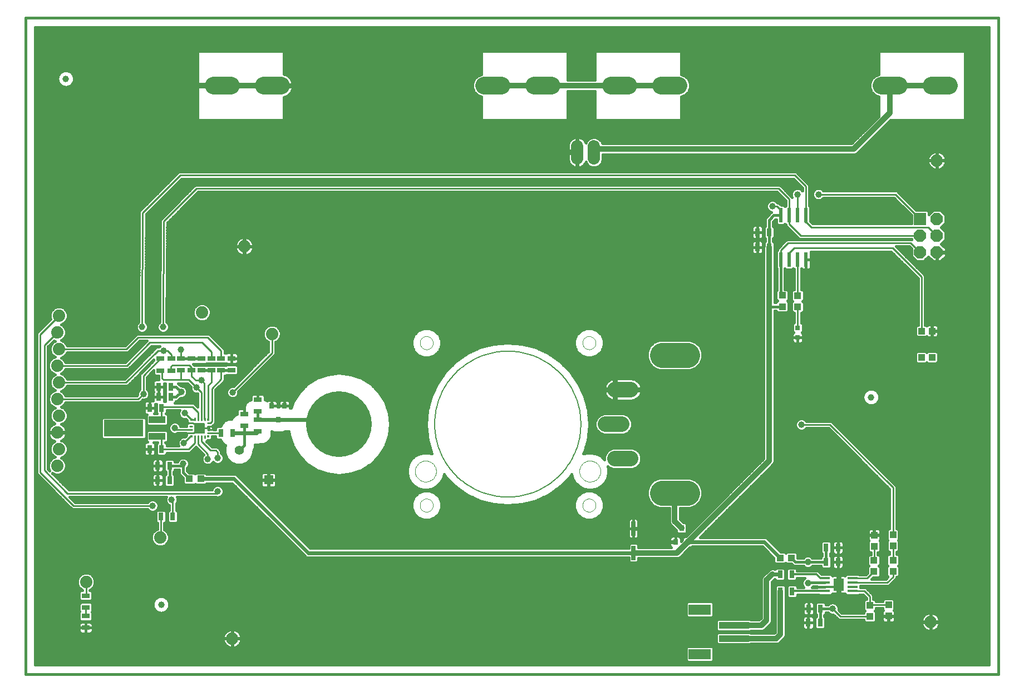
<source format=gtl>
G75*
%MOIN*%
%OFA0B0*%
%FSLAX24Y24*%
%IPPOS*%
%LPD*%
%AMOC8*
5,1,8,0,0,1.08239X$1,22.5*
%
%ADD10C,0.0000*%
%ADD11C,0.0160*%
%ADD12R,0.0134X0.0134*%
%ADD13C,0.0105*%
%ADD14C,0.0063*%
%ADD15R,0.0984X0.0394*%
%ADD16R,0.2362X0.0984*%
%ADD17C,0.0740*%
%ADD18R,0.0630X0.0157*%
%ADD19R,0.0618X0.0744*%
%ADD20R,0.0433X0.0394*%
%ADD21R,0.0394X0.0433*%
%ADD22C,0.3937*%
%ADD23C,0.0945*%
%ADD24C,0.1502*%
%ADD25R,0.0315X0.0354*%
%ADD26R,0.0240X0.0870*%
%ADD27R,0.0394X0.0394*%
%ADD28R,0.0740X0.0740*%
%ADD29OC8,0.0740*%
%ADD30R,0.0315X0.0315*%
%ADD31R,0.0472X0.0315*%
%ADD32R,0.0315X0.0472*%
%ADD33C,0.0740*%
%ADD34R,0.0256X0.0866*%
%ADD35C,0.1050*%
%ADD36R,0.0554X0.0554*%
%ADD37C,0.0554*%
%ADD38R,0.1811X0.0394*%
%ADD39R,0.1339X0.0630*%
%ADD40C,0.0394*%
%ADD41C,0.0050*%
%ADD42C,0.0320*%
%ADD43C,0.0100*%
%ADD44C,0.0396*%
%ADD45C,0.0240*%
%ADD46C,0.0120*%
D10*
X008554Y000180D02*
X036224Y000180D01*
X033530Y010310D02*
X033532Y010349D01*
X033538Y010388D01*
X033548Y010426D01*
X033561Y010463D01*
X033578Y010498D01*
X033598Y010532D01*
X033622Y010563D01*
X033649Y010592D01*
X033678Y010618D01*
X033710Y010641D01*
X033744Y010661D01*
X033780Y010677D01*
X033817Y010689D01*
X033856Y010698D01*
X033895Y010703D01*
X033934Y010704D01*
X033973Y010701D01*
X034012Y010694D01*
X034049Y010683D01*
X034086Y010669D01*
X034121Y010651D01*
X034154Y010630D01*
X034185Y010605D01*
X034213Y010578D01*
X034238Y010548D01*
X034260Y010515D01*
X034279Y010481D01*
X034294Y010445D01*
X034306Y010407D01*
X034314Y010369D01*
X034318Y010330D01*
X034318Y010290D01*
X034314Y010251D01*
X034306Y010213D01*
X034294Y010175D01*
X034279Y010139D01*
X034260Y010105D01*
X034238Y010072D01*
X034213Y010042D01*
X034185Y010015D01*
X034154Y009990D01*
X034121Y009969D01*
X034086Y009951D01*
X034049Y009937D01*
X034012Y009926D01*
X033973Y009919D01*
X033934Y009916D01*
X033895Y009917D01*
X033856Y009922D01*
X033817Y009931D01*
X033780Y009943D01*
X033744Y009959D01*
X033710Y009979D01*
X033678Y010002D01*
X033649Y010028D01*
X033622Y010057D01*
X033598Y010088D01*
X033578Y010122D01*
X033561Y010157D01*
X033548Y010194D01*
X033538Y010232D01*
X033532Y010271D01*
X033530Y010310D01*
X033344Y012350D02*
X033346Y012400D01*
X033352Y012450D01*
X033362Y012499D01*
X033376Y012547D01*
X033393Y012594D01*
X033414Y012639D01*
X033439Y012683D01*
X033467Y012724D01*
X033499Y012763D01*
X033533Y012800D01*
X033570Y012834D01*
X033610Y012864D01*
X033652Y012891D01*
X033696Y012915D01*
X033742Y012936D01*
X033789Y012952D01*
X033837Y012965D01*
X033887Y012974D01*
X033936Y012979D01*
X033987Y012980D01*
X034037Y012977D01*
X034086Y012970D01*
X034135Y012959D01*
X034183Y012944D01*
X034229Y012926D01*
X034274Y012904D01*
X034317Y012878D01*
X034358Y012849D01*
X034397Y012817D01*
X034433Y012782D01*
X034465Y012744D01*
X034495Y012704D01*
X034522Y012661D01*
X034545Y012617D01*
X034564Y012571D01*
X034580Y012523D01*
X034592Y012474D01*
X034600Y012425D01*
X034604Y012375D01*
X034604Y012325D01*
X034600Y012275D01*
X034592Y012226D01*
X034580Y012177D01*
X034564Y012129D01*
X034545Y012083D01*
X034522Y012039D01*
X034495Y011996D01*
X034465Y011956D01*
X034433Y011918D01*
X034397Y011883D01*
X034358Y011851D01*
X034317Y011822D01*
X034274Y011796D01*
X034229Y011774D01*
X034183Y011756D01*
X034135Y011741D01*
X034086Y011730D01*
X034037Y011723D01*
X033987Y011720D01*
X033936Y011721D01*
X033887Y011726D01*
X033837Y011735D01*
X033789Y011748D01*
X033742Y011764D01*
X033696Y011785D01*
X033652Y011809D01*
X033610Y011836D01*
X033570Y011866D01*
X033533Y011900D01*
X033499Y011937D01*
X033467Y011976D01*
X033439Y012017D01*
X033414Y012061D01*
X033393Y012106D01*
X033376Y012153D01*
X033362Y012201D01*
X033352Y012250D01*
X033346Y012300D01*
X033344Y012350D01*
X023504Y012350D02*
X023506Y012400D01*
X023512Y012450D01*
X023522Y012499D01*
X023536Y012547D01*
X023553Y012594D01*
X023574Y012639D01*
X023599Y012683D01*
X023627Y012724D01*
X023659Y012763D01*
X023693Y012800D01*
X023730Y012834D01*
X023770Y012864D01*
X023812Y012891D01*
X023856Y012915D01*
X023902Y012936D01*
X023949Y012952D01*
X023997Y012965D01*
X024047Y012974D01*
X024096Y012979D01*
X024147Y012980D01*
X024197Y012977D01*
X024246Y012970D01*
X024295Y012959D01*
X024343Y012944D01*
X024389Y012926D01*
X024434Y012904D01*
X024477Y012878D01*
X024518Y012849D01*
X024557Y012817D01*
X024593Y012782D01*
X024625Y012744D01*
X024655Y012704D01*
X024682Y012661D01*
X024705Y012617D01*
X024724Y012571D01*
X024740Y012523D01*
X024752Y012474D01*
X024760Y012425D01*
X024764Y012375D01*
X024764Y012325D01*
X024760Y012275D01*
X024752Y012226D01*
X024740Y012177D01*
X024724Y012129D01*
X024705Y012083D01*
X024682Y012039D01*
X024655Y011996D01*
X024625Y011956D01*
X024593Y011918D01*
X024557Y011883D01*
X024518Y011851D01*
X024477Y011822D01*
X024434Y011796D01*
X024389Y011774D01*
X024343Y011756D01*
X024295Y011741D01*
X024246Y011730D01*
X024197Y011723D01*
X024147Y011720D01*
X024096Y011721D01*
X024047Y011726D01*
X023997Y011735D01*
X023949Y011748D01*
X023902Y011764D01*
X023856Y011785D01*
X023812Y011809D01*
X023770Y011836D01*
X023730Y011866D01*
X023693Y011900D01*
X023659Y011937D01*
X023627Y011976D01*
X023599Y012017D01*
X023574Y012061D01*
X023553Y012106D01*
X023536Y012153D01*
X023522Y012201D01*
X023512Y012250D01*
X023506Y012300D01*
X023504Y012350D01*
X023790Y010310D02*
X023792Y010349D01*
X023798Y010388D01*
X023808Y010426D01*
X023821Y010463D01*
X023838Y010498D01*
X023858Y010532D01*
X023882Y010563D01*
X023909Y010592D01*
X023938Y010618D01*
X023970Y010641D01*
X024004Y010661D01*
X024040Y010677D01*
X024077Y010689D01*
X024116Y010698D01*
X024155Y010703D01*
X024194Y010704D01*
X024233Y010701D01*
X024272Y010694D01*
X024309Y010683D01*
X024346Y010669D01*
X024381Y010651D01*
X024414Y010630D01*
X024445Y010605D01*
X024473Y010578D01*
X024498Y010548D01*
X024520Y010515D01*
X024539Y010481D01*
X024554Y010445D01*
X024566Y010407D01*
X024574Y010369D01*
X024578Y010330D01*
X024578Y010290D01*
X024574Y010251D01*
X024566Y010213D01*
X024554Y010175D01*
X024539Y010139D01*
X024520Y010105D01*
X024498Y010072D01*
X024473Y010042D01*
X024445Y010015D01*
X024414Y009990D01*
X024381Y009969D01*
X024346Y009951D01*
X024309Y009937D01*
X024272Y009926D01*
X024233Y009919D01*
X024194Y009916D01*
X024155Y009917D01*
X024116Y009922D01*
X024077Y009931D01*
X024040Y009943D01*
X024004Y009959D01*
X023970Y009979D01*
X023938Y010002D01*
X023909Y010028D01*
X023882Y010057D01*
X023858Y010088D01*
X023838Y010122D01*
X023821Y010157D01*
X023808Y010194D01*
X023798Y010232D01*
X023792Y010271D01*
X023790Y010310D01*
X023790Y020050D02*
X023792Y020089D01*
X023798Y020128D01*
X023808Y020166D01*
X023821Y020203D01*
X023838Y020238D01*
X023858Y020272D01*
X023882Y020303D01*
X023909Y020332D01*
X023938Y020358D01*
X023970Y020381D01*
X024004Y020401D01*
X024040Y020417D01*
X024077Y020429D01*
X024116Y020438D01*
X024155Y020443D01*
X024194Y020444D01*
X024233Y020441D01*
X024272Y020434D01*
X024309Y020423D01*
X024346Y020409D01*
X024381Y020391D01*
X024414Y020370D01*
X024445Y020345D01*
X024473Y020318D01*
X024498Y020288D01*
X024520Y020255D01*
X024539Y020221D01*
X024554Y020185D01*
X024566Y020147D01*
X024574Y020109D01*
X024578Y020070D01*
X024578Y020030D01*
X024574Y019991D01*
X024566Y019953D01*
X024554Y019915D01*
X024539Y019879D01*
X024520Y019845D01*
X024498Y019812D01*
X024473Y019782D01*
X024445Y019755D01*
X024414Y019730D01*
X024381Y019709D01*
X024346Y019691D01*
X024309Y019677D01*
X024272Y019666D01*
X024233Y019659D01*
X024194Y019656D01*
X024155Y019657D01*
X024116Y019662D01*
X024077Y019671D01*
X024040Y019683D01*
X024004Y019699D01*
X023970Y019719D01*
X023938Y019742D01*
X023909Y019768D01*
X023882Y019797D01*
X023858Y019828D01*
X023838Y019862D01*
X023821Y019897D01*
X023808Y019934D01*
X023798Y019972D01*
X023792Y020011D01*
X023790Y020050D01*
X033530Y020050D02*
X033532Y020089D01*
X033538Y020128D01*
X033548Y020166D01*
X033561Y020203D01*
X033578Y020238D01*
X033598Y020272D01*
X033622Y020303D01*
X033649Y020332D01*
X033678Y020358D01*
X033710Y020381D01*
X033744Y020401D01*
X033780Y020417D01*
X033817Y020429D01*
X033856Y020438D01*
X033895Y020443D01*
X033934Y020444D01*
X033973Y020441D01*
X034012Y020434D01*
X034049Y020423D01*
X034086Y020409D01*
X034121Y020391D01*
X034154Y020370D01*
X034185Y020345D01*
X034213Y020318D01*
X034238Y020288D01*
X034260Y020255D01*
X034279Y020221D01*
X034294Y020185D01*
X034306Y020147D01*
X034314Y020109D01*
X034318Y020070D01*
X034318Y020030D01*
X034314Y019991D01*
X034306Y019953D01*
X034294Y019915D01*
X034279Y019879D01*
X034260Y019845D01*
X034238Y019812D01*
X034213Y019782D01*
X034185Y019755D01*
X034154Y019730D01*
X034121Y019709D01*
X034086Y019691D01*
X034049Y019677D01*
X034012Y019666D01*
X033973Y019659D01*
X033934Y019656D01*
X033895Y019657D01*
X033856Y019662D01*
X033817Y019671D01*
X033780Y019683D01*
X033744Y019699D01*
X033710Y019719D01*
X033678Y019742D01*
X033649Y019768D01*
X033622Y019797D01*
X033598Y019828D01*
X033578Y019862D01*
X033561Y019897D01*
X033548Y019934D01*
X033538Y019972D01*
X033532Y020011D01*
X033530Y020050D01*
D11*
X000180Y039550D02*
X000180Y000180D01*
X008554Y000180D01*
X058448Y000180D01*
X058448Y039550D01*
X000180Y039550D01*
X000740Y038990D02*
X057888Y038990D01*
X057888Y000740D01*
X008443Y000740D01*
X000740Y000740D01*
X000740Y038990D01*
X000740Y038854D02*
X057888Y038854D01*
X057888Y038696D02*
X000740Y038696D01*
X000740Y038537D02*
X057888Y038537D01*
X057888Y038379D02*
X000740Y038379D01*
X000740Y038220D02*
X057888Y038220D01*
X057888Y038062D02*
X000740Y038062D01*
X000740Y037903D02*
X057888Y037903D01*
X057888Y037745D02*
X000740Y037745D01*
X000740Y037586D02*
X057888Y037586D01*
X057888Y037428D02*
X056434Y037428D01*
X056434Y037513D02*
X056387Y037560D01*
X051321Y037560D01*
X051274Y037513D01*
X051274Y036157D01*
X051041Y036061D01*
X050848Y035868D01*
X050744Y035616D01*
X050744Y035344D01*
X050848Y035092D01*
X051041Y034899D01*
X051274Y034803D01*
X051274Y033616D01*
X049654Y031996D01*
X034726Y031996D01*
X034665Y032144D01*
X034516Y032293D01*
X034321Y032374D01*
X034110Y032374D01*
X033915Y032293D01*
X033766Y032144D01*
X033727Y032049D01*
X033725Y032055D01*
X033686Y032132D01*
X033635Y032202D01*
X033574Y032263D01*
X033504Y032314D01*
X033427Y032353D01*
X033344Y032380D01*
X033259Y032394D01*
X033245Y032394D01*
X033245Y031504D01*
X033185Y031504D01*
X033185Y031444D01*
X032665Y031444D01*
X032665Y031060D01*
X032679Y030975D01*
X032706Y030893D01*
X032745Y030815D01*
X032796Y030745D01*
X032857Y030684D01*
X032927Y030633D01*
X033004Y030594D01*
X033087Y030567D01*
X033172Y030554D01*
X033185Y030554D01*
X033185Y031444D01*
X033245Y031444D01*
X033245Y030554D01*
X033259Y030554D01*
X033344Y030567D01*
X033427Y030594D01*
X033504Y030633D01*
X033574Y030684D01*
X033635Y030745D01*
X033686Y030815D01*
X033725Y030893D01*
X033727Y030898D01*
X033766Y030803D01*
X033915Y030654D01*
X034110Y030574D01*
X034321Y030574D01*
X034516Y030654D01*
X034665Y030803D01*
X034745Y030998D01*
X034745Y031356D01*
X049850Y031356D01*
X049968Y031405D01*
X050058Y031495D01*
X051963Y033400D01*
X056387Y033400D01*
X056434Y033447D01*
X056434Y037513D01*
X056434Y037269D02*
X057888Y037269D01*
X057888Y037111D02*
X056434Y037111D01*
X056434Y036952D02*
X057888Y036952D01*
X057888Y036794D02*
X056434Y036794D01*
X056434Y036635D02*
X057888Y036635D01*
X057888Y036477D02*
X056434Y036477D01*
X056434Y036318D02*
X057888Y036318D01*
X057888Y036160D02*
X056434Y036160D01*
X056434Y036001D02*
X057888Y036001D01*
X057888Y035843D02*
X056434Y035843D01*
X056434Y035684D02*
X057888Y035684D01*
X057888Y035526D02*
X056434Y035526D01*
X056434Y035367D02*
X057888Y035367D01*
X057888Y035209D02*
X056434Y035209D01*
X056434Y035050D02*
X057888Y035050D01*
X057888Y034892D02*
X056434Y034892D01*
X056434Y034733D02*
X057888Y034733D01*
X057888Y034575D02*
X056434Y034575D01*
X056434Y034416D02*
X057888Y034416D01*
X057888Y034258D02*
X056434Y034258D01*
X056434Y034099D02*
X057888Y034099D01*
X057888Y033941D02*
X056434Y033941D01*
X056434Y033782D02*
X057888Y033782D01*
X057888Y033624D02*
X056434Y033624D01*
X056434Y033465D02*
X057888Y033465D01*
X057888Y033307D02*
X051869Y033307D01*
X051711Y033148D02*
X057888Y033148D01*
X057888Y032990D02*
X051552Y032990D01*
X051394Y032831D02*
X057888Y032831D01*
X057888Y032673D02*
X051235Y032673D01*
X051077Y032514D02*
X057888Y032514D01*
X057888Y032356D02*
X050918Y032356D01*
X050760Y032197D02*
X057888Y032197D01*
X057888Y032039D02*
X050601Y032039D01*
X050443Y031880D02*
X057888Y031880D01*
X057888Y031722D02*
X050284Y031722D01*
X050126Y031563D02*
X057888Y031563D01*
X057888Y031405D02*
X055108Y031405D01*
X055109Y031403D02*
X055039Y031454D01*
X054962Y031494D01*
X054880Y031520D01*
X054794Y031534D01*
X054771Y031534D01*
X054771Y031004D01*
X055301Y031004D01*
X055301Y031027D01*
X055287Y031113D01*
X055261Y031195D01*
X055221Y031272D01*
X055170Y031342D01*
X055109Y031403D01*
X055235Y031246D02*
X057888Y031246D01*
X057888Y031088D02*
X055291Y031088D01*
X055301Y030964D02*
X054771Y030964D01*
X054771Y031004D01*
X054731Y031004D01*
X054731Y031534D01*
X054708Y031534D01*
X054622Y031520D01*
X054540Y031494D01*
X054463Y031454D01*
X054393Y031403D01*
X054331Y031342D01*
X054280Y031272D01*
X054241Y031195D01*
X054214Y031113D01*
X054201Y031027D01*
X054201Y031004D01*
X054731Y031004D01*
X054731Y030964D01*
X054771Y030964D01*
X054771Y030434D01*
X054794Y030434D01*
X054880Y030447D01*
X054962Y030474D01*
X055039Y030514D01*
X055109Y030564D01*
X055170Y030626D01*
X055221Y030696D01*
X055261Y030773D01*
X055287Y030855D01*
X055301Y030941D01*
X055301Y030964D01*
X055299Y030929D02*
X057888Y030929D01*
X057888Y030771D02*
X055259Y030771D01*
X055157Y030612D02*
X057888Y030612D01*
X057888Y030454D02*
X054898Y030454D01*
X054771Y030454D02*
X054731Y030454D01*
X054731Y030434D02*
X054731Y030964D01*
X054201Y030964D01*
X054201Y030941D01*
X054214Y030855D01*
X054241Y030773D01*
X054280Y030696D01*
X054331Y030626D01*
X054393Y030564D01*
X054463Y030514D01*
X054540Y030474D01*
X054622Y030447D01*
X054708Y030434D01*
X054731Y030434D01*
X054603Y030454D02*
X000740Y030454D01*
X000740Y030612D02*
X032969Y030612D01*
X033185Y030612D02*
X033245Y030612D01*
X033245Y030771D02*
X033185Y030771D01*
X033185Y030929D02*
X033245Y030929D01*
X033245Y031088D02*
X033185Y031088D01*
X033185Y031246D02*
X033245Y031246D01*
X033245Y031405D02*
X033185Y031405D01*
X033185Y031504D02*
X032665Y031504D01*
X032665Y031887D01*
X032679Y031972D01*
X032706Y032055D01*
X032745Y032132D01*
X032796Y032202D01*
X032857Y032263D01*
X032927Y032314D01*
X033004Y032353D01*
X033087Y032380D01*
X033172Y032394D01*
X033185Y032394D01*
X033185Y031504D01*
X033185Y031563D02*
X033245Y031563D01*
X033245Y031722D02*
X033185Y031722D01*
X033185Y031880D02*
X033245Y031880D01*
X033245Y032039D02*
X033185Y032039D01*
X033185Y032197D02*
X033245Y032197D01*
X033245Y032356D02*
X033185Y032356D01*
X033011Y032356D02*
X000740Y032356D01*
X000740Y032514D02*
X050172Y032514D01*
X050330Y032673D02*
X000740Y032673D01*
X000740Y032831D02*
X050489Y032831D01*
X050647Y032990D02*
X000740Y032990D01*
X000740Y033148D02*
X050806Y033148D01*
X050964Y033307D02*
X000740Y033307D01*
X000740Y033465D02*
X010474Y033465D01*
X010474Y033447D02*
X010521Y033400D01*
X015587Y033400D01*
X015634Y033447D01*
X015634Y034792D01*
X015706Y034811D01*
X015791Y034846D01*
X015872Y034893D01*
X015945Y034949D01*
X016010Y035014D01*
X016066Y035087D01*
X016113Y035168D01*
X016148Y035253D01*
X016172Y035342D01*
X016180Y035400D01*
X015634Y035400D01*
X015634Y035560D01*
X016180Y035560D01*
X016172Y035618D01*
X016148Y035707D01*
X016113Y035792D01*
X016066Y035873D01*
X016010Y035946D01*
X015945Y036011D01*
X015872Y036067D01*
X015791Y036114D01*
X015706Y036149D01*
X015634Y036168D01*
X015634Y037513D01*
X015587Y037560D01*
X010521Y037560D01*
X010474Y037513D01*
X010474Y033447D01*
X010474Y033624D02*
X000740Y033624D01*
X000740Y033782D02*
X010474Y033782D01*
X010474Y033941D02*
X000740Y033941D01*
X000740Y034099D02*
X010474Y034099D01*
X010474Y034258D02*
X000740Y034258D01*
X000740Y034416D02*
X010474Y034416D01*
X010474Y034575D02*
X000740Y034575D01*
X000740Y034733D02*
X010474Y034733D01*
X010474Y034892D02*
X000740Y034892D01*
X000740Y035050D02*
X010474Y035050D01*
X010474Y035209D02*
X000740Y035209D01*
X000740Y035367D02*
X010474Y035367D01*
X010474Y035526D02*
X002930Y035526D01*
X002932Y035536D01*
X002934Y035538D01*
X002944Y035540D01*
X002964Y035568D01*
X002988Y035592D01*
X002988Y035602D01*
X002990Y035604D01*
X002999Y035608D01*
X003014Y035639D01*
X003033Y035667D01*
X003032Y035677D01*
X003033Y035680D01*
X003042Y035685D01*
X003051Y035718D01*
X003065Y035749D01*
X003062Y035759D01*
X003062Y035761D01*
X003070Y035768D01*
X003073Y035802D01*
X003082Y035835D01*
X003077Y035844D01*
X003077Y035847D01*
X003084Y035854D01*
X003081Y035889D01*
X003084Y035923D01*
X003077Y035931D01*
X003077Y035933D01*
X003082Y035942D01*
X003073Y035975D01*
X003070Y036010D01*
X003062Y036016D01*
X003062Y036019D01*
X003065Y036028D01*
X003051Y036059D01*
X003042Y036092D01*
X003033Y036098D01*
X003032Y036100D01*
X003033Y036110D01*
X003014Y036138D01*
X002999Y036169D01*
X002990Y036173D01*
X002988Y036175D01*
X002988Y036185D01*
X002964Y036209D01*
X002944Y036238D01*
X002934Y036239D01*
X002932Y036241D01*
X002930Y036251D01*
X002902Y036271D01*
X002878Y036295D01*
X002868Y036295D01*
X002866Y036297D01*
X002862Y036306D01*
X002831Y036321D01*
X002803Y036341D01*
X002793Y036339D01*
X002791Y036340D01*
X002785Y036349D01*
X002752Y036358D01*
X002721Y036372D01*
X002711Y036369D01*
X002709Y036369D01*
X002702Y036377D01*
X002668Y036380D01*
X002635Y036389D01*
X002626Y036384D01*
X002624Y036384D01*
X002616Y036391D01*
X002582Y036388D01*
X002547Y036391D01*
X002539Y036384D01*
X002537Y036384D01*
X002528Y036389D01*
X002495Y036380D01*
X002461Y036377D01*
X002454Y036369D01*
X002452Y036369D01*
X002442Y036372D01*
X002411Y036358D01*
X002378Y036349D01*
X002373Y036340D01*
X002370Y036339D01*
X002360Y036341D01*
X002332Y036321D01*
X002301Y036306D01*
X002297Y036297D01*
X002295Y036295D01*
X002285Y036295D01*
X002261Y036271D01*
X002233Y036251D01*
X002231Y036241D01*
X002229Y036239D01*
X002219Y036238D01*
X002199Y036209D01*
X002175Y036185D01*
X002175Y036175D01*
X002174Y036173D01*
X002164Y036169D01*
X002149Y036138D01*
X002130Y036110D01*
X002131Y036100D01*
X002130Y036098D01*
X002121Y036092D01*
X002113Y036059D01*
X002098Y036028D01*
X002102Y036019D01*
X002101Y036016D01*
X002093Y036010D01*
X002090Y035975D01*
X002081Y035942D01*
X002086Y035933D01*
X002086Y035931D01*
X002079Y035923D01*
X002082Y035889D01*
X002079Y035854D01*
X002086Y035847D01*
X002086Y035844D01*
X002081Y035835D01*
X002090Y035802D01*
X002093Y035768D01*
X002101Y035761D01*
X002102Y035759D01*
X002098Y035749D01*
X002113Y035718D01*
X002121Y035685D01*
X002130Y035680D01*
X002131Y035677D01*
X002130Y035667D01*
X002149Y035639D01*
X002164Y035608D01*
X002174Y035604D01*
X002175Y035602D01*
X002175Y035592D01*
X002199Y035568D01*
X002219Y035540D01*
X002229Y035538D01*
X002231Y035536D01*
X002233Y035526D01*
X002261Y035506D01*
X002285Y035482D01*
X002295Y035482D01*
X002297Y035481D01*
X002301Y035471D01*
X002332Y035456D01*
X002360Y035437D01*
X002370Y035439D01*
X002373Y035438D01*
X002378Y035429D01*
X002411Y035420D01*
X002442Y035405D01*
X002452Y035409D01*
X002454Y035408D01*
X002461Y035400D01*
X002495Y035397D01*
X002528Y035388D01*
X002537Y035393D01*
X002539Y035393D01*
X002547Y035387D01*
X002582Y035390D01*
X002616Y035387D01*
X002624Y035393D01*
X002626Y035393D01*
X002635Y035388D01*
X002668Y035397D01*
X002702Y035400D01*
X002709Y035408D01*
X002711Y035409D01*
X002721Y035405D01*
X002752Y035420D01*
X002785Y035429D01*
X002791Y035438D01*
X002793Y035439D01*
X002803Y035437D01*
X002831Y035456D01*
X002862Y035471D01*
X002866Y035481D01*
X002868Y035482D01*
X002878Y035482D01*
X002902Y035506D01*
X002930Y035526D01*
X003040Y035684D02*
X010474Y035684D01*
X010474Y035843D02*
X003078Y035843D01*
X003071Y036001D02*
X010474Y036001D01*
X010474Y036160D02*
X003004Y036160D01*
X002837Y036318D02*
X010474Y036318D01*
X010474Y036477D02*
X000740Y036477D01*
X000740Y036635D02*
X010474Y036635D01*
X010474Y036794D02*
X000740Y036794D01*
X000740Y036952D02*
X010474Y036952D01*
X010474Y037111D02*
X000740Y037111D01*
X000740Y037269D02*
X010474Y037269D01*
X010474Y037428D02*
X000740Y037428D01*
X000740Y036318D02*
X002326Y036318D01*
X002159Y036160D02*
X000740Y036160D01*
X000740Y036001D02*
X002092Y036001D01*
X002085Y035843D02*
X000740Y035843D01*
X000740Y035684D02*
X002123Y035684D01*
X002233Y035526D02*
X000740Y035526D01*
X000740Y032197D02*
X032792Y032197D01*
X032700Y032039D02*
X000740Y032039D01*
X000740Y031880D02*
X032665Y031880D01*
X032665Y031722D02*
X000740Y031722D01*
X000740Y031563D02*
X032665Y031563D01*
X032665Y031405D02*
X000740Y031405D01*
X000740Y031246D02*
X032665Y031246D01*
X032665Y031088D02*
X000740Y031088D01*
X000740Y030929D02*
X032694Y030929D01*
X032778Y030771D02*
X000740Y030771D01*
X000740Y030295D02*
X009329Y030295D01*
X009345Y030311D02*
X007040Y028006D01*
X006978Y027945D01*
X006978Y027944D01*
X006978Y027858D01*
X006940Y021305D01*
X006845Y021210D01*
X006790Y021078D01*
X006790Y020936D01*
X006845Y020804D01*
X006946Y020703D01*
X007077Y020649D01*
X007220Y020649D01*
X007351Y020703D01*
X007452Y020804D01*
X007507Y020936D01*
X007507Y021078D01*
X007452Y021210D01*
X007360Y021302D01*
X007397Y027770D01*
X009519Y029891D01*
X046156Y029891D01*
X046694Y029353D01*
X046694Y029172D01*
X046603Y029263D01*
X046472Y029318D01*
X046329Y029318D01*
X046198Y029263D01*
X046097Y029162D01*
X046042Y029031D01*
X046042Y028888D01*
X046086Y028784D01*
X045469Y029401D01*
X045346Y029524D01*
X010329Y029524D01*
X010206Y029401D01*
X008300Y027494D01*
X008238Y027434D01*
X008238Y027433D01*
X008238Y027432D01*
X008238Y027346D01*
X008200Y021305D01*
X008105Y021210D01*
X008050Y021078D01*
X008050Y020936D01*
X008105Y020804D01*
X008205Y020703D01*
X008337Y020649D01*
X008480Y020649D01*
X008611Y020703D01*
X008712Y020804D01*
X008766Y020936D01*
X008766Y021078D01*
X008712Y021210D01*
X008620Y021301D01*
X008657Y027258D01*
X010503Y029104D01*
X045172Y029104D01*
X045694Y028582D01*
X045694Y028271D01*
X045654Y028231D01*
X045590Y028295D01*
X045433Y028295D01*
X045390Y028338D01*
X045267Y028461D01*
X045201Y028461D01*
X045107Y028554D01*
X044976Y028609D01*
X044833Y028609D01*
X044702Y028554D01*
X044601Y028454D01*
X044546Y028322D01*
X044546Y028180D01*
X044601Y028048D01*
X044702Y027947D01*
X044833Y027893D01*
X044837Y027893D01*
X044780Y027836D01*
X044504Y027560D01*
X044468Y027472D01*
X044468Y027059D01*
X044391Y026982D01*
X044391Y026378D01*
X044468Y026300D01*
X044468Y026160D01*
X044391Y026082D01*
X044391Y025850D01*
X044388Y025844D01*
X044388Y013112D01*
X039724Y008448D01*
X039616Y008448D01*
X039522Y008354D01*
X039522Y008246D01*
X039429Y008153D01*
X039429Y008312D01*
X039417Y008357D01*
X039393Y008398D01*
X039360Y008432D01*
X039319Y008456D01*
X039273Y008468D01*
X039092Y008468D01*
X039092Y008111D01*
X039092Y008111D01*
X039092Y008468D01*
X038911Y008468D01*
X038865Y008456D01*
X038824Y008432D01*
X038790Y008398D01*
X038767Y008357D01*
X038754Y008312D01*
X038754Y008111D01*
X039092Y008111D01*
X039092Y008111D01*
X038754Y008111D01*
X038754Y007910D01*
X038767Y007864D01*
X038790Y007823D01*
X038824Y007790D01*
X038841Y007780D01*
X036866Y007780D01*
X036866Y007959D01*
X036773Y008053D01*
X036384Y008053D01*
X036290Y007959D01*
X036290Y007740D01*
X017209Y007740D01*
X012813Y012135D01*
X012710Y012178D01*
X011018Y012178D01*
X010942Y012255D01*
X010376Y012255D01*
X010324Y012203D01*
X010272Y012255D01*
X009972Y012255D01*
X009849Y012378D01*
X009849Y012532D01*
X009913Y012595D01*
X009967Y012727D01*
X009967Y012869D01*
X009913Y013001D01*
X009812Y013102D01*
X009680Y013156D01*
X009538Y013156D01*
X009406Y013102D01*
X009306Y013001D01*
X009275Y012927D01*
X009114Y012927D01*
X009114Y012990D01*
X009020Y013083D01*
X008573Y013083D01*
X008479Y012990D01*
X008479Y012385D01*
X008557Y012307D01*
X008557Y012191D01*
X008479Y012114D01*
X008479Y011509D01*
X008573Y011415D01*
X009020Y011415D01*
X009114Y011509D01*
X009114Y012114D01*
X009037Y012191D01*
X009037Y012307D01*
X009114Y012385D01*
X009114Y012447D01*
X009369Y012447D01*
X009369Y012231D01*
X009406Y012142D01*
X009613Y011935D01*
X009613Y011635D01*
X009707Y011541D01*
X010272Y011541D01*
X010324Y011593D01*
X010376Y011541D01*
X010942Y011541D01*
X011018Y011618D01*
X012539Y011618D01*
X016856Y007301D01*
X016935Y007222D01*
X017038Y007180D01*
X036290Y007180D01*
X036290Y006960D01*
X036384Y006866D01*
X036773Y006866D01*
X036866Y006960D01*
X036866Y007140D01*
X039252Y007140D01*
X039370Y007188D01*
X039460Y007278D01*
X039955Y007774D01*
X040064Y007774D01*
X040121Y007831D01*
X044296Y007831D01*
X044989Y007137D01*
X044989Y006893D01*
X045083Y006800D01*
X045649Y006800D01*
X045700Y006851D01*
X045752Y006800D01*
X046053Y006800D01*
X046083Y006769D01*
X046150Y006702D01*
X046239Y006665D01*
X046757Y006665D01*
X046821Y006602D01*
X046953Y006547D01*
X047095Y006547D01*
X047227Y006602D01*
X047290Y006665D01*
X047802Y006665D01*
X047802Y006603D01*
X047896Y006509D01*
X048343Y006509D01*
X048437Y006603D01*
X048437Y007208D01*
X048359Y007285D01*
X048359Y007395D01*
X048437Y007473D01*
X048437Y008078D01*
X048343Y008171D01*
X047896Y008171D01*
X047802Y008078D01*
X047802Y007473D01*
X047879Y007395D01*
X047879Y007285D01*
X047802Y007208D01*
X047802Y007145D01*
X047290Y007145D01*
X047227Y007209D01*
X047095Y007263D01*
X046953Y007263D01*
X046821Y007209D01*
X046757Y007145D01*
X046412Y007145D01*
X046412Y007420D01*
X046318Y007513D01*
X045752Y007513D01*
X045700Y007461D01*
X045649Y007513D01*
X045405Y007513D01*
X044649Y008269D01*
X044570Y008348D01*
X044467Y008391D01*
X040572Y008391D01*
X044890Y012708D01*
X044980Y012798D01*
X045028Y012916D01*
X045028Y021987D01*
X045118Y021987D01*
X045118Y021964D01*
X045212Y021870D01*
X045778Y021870D01*
X045871Y021964D01*
X045871Y022490D01*
X045800Y022562D01*
X045871Y022633D01*
X045871Y023160D01*
X045778Y023253D01*
X045644Y023253D01*
X045644Y024509D01*
X045654Y024519D01*
X045718Y024455D01*
X046090Y024455D01*
X046154Y024519D01*
X046205Y024468D01*
X046205Y023238D01*
X046132Y023238D01*
X046038Y023145D01*
X046038Y022618D01*
X046110Y022547D01*
X046038Y022475D01*
X046038Y021949D01*
X046132Y021855D01*
X046205Y021855D01*
X046205Y021270D01*
X046192Y021270D01*
X046098Y021176D01*
X046098Y020729D01*
X046157Y020669D01*
X046147Y020663D01*
X046114Y020630D01*
X046090Y020589D01*
X046078Y020543D01*
X046078Y020362D01*
X046415Y020362D01*
X046415Y020362D01*
X046078Y020362D01*
X046078Y020181D01*
X046090Y020135D01*
X046114Y020094D01*
X046147Y020060D01*
X046188Y020037D01*
X046234Y020024D01*
X046415Y020024D01*
X046415Y020362D01*
X046415Y020362D01*
X046415Y020024D01*
X046597Y020024D01*
X046642Y020037D01*
X046683Y020060D01*
X046717Y020094D01*
X046741Y020135D01*
X046753Y020181D01*
X046753Y020362D01*
X046753Y020543D01*
X046741Y020589D01*
X046717Y020630D01*
X046683Y020663D01*
X046673Y020669D01*
X046733Y020729D01*
X046733Y021176D01*
X046639Y021270D01*
X046625Y021270D01*
X046625Y021855D01*
X046697Y021855D01*
X046791Y021949D01*
X046791Y022475D01*
X046720Y022547D01*
X046791Y022618D01*
X046791Y023145D01*
X046697Y023238D01*
X046625Y023238D01*
X046625Y024489D01*
X046640Y024505D01*
X046640Y024504D01*
X046673Y024471D01*
X046715Y024447D01*
X046760Y024435D01*
X046904Y024435D01*
X046904Y025050D01*
X046904Y025050D01*
X046904Y024435D01*
X047048Y024435D01*
X047093Y024447D01*
X047135Y024471D01*
X047168Y024504D01*
X047192Y024546D01*
X047204Y024591D01*
X047204Y025050D01*
X047204Y025509D01*
X047201Y025521D01*
X052022Y025521D01*
X053628Y023915D01*
X053628Y021114D01*
X053575Y021114D01*
X053481Y021020D01*
X053481Y020494D01*
X053575Y020400D01*
X054101Y020400D01*
X054139Y020438D01*
X054161Y020416D01*
X054202Y020393D01*
X054248Y020380D01*
X054450Y020380D01*
X054450Y020739D01*
X054487Y020739D01*
X054487Y020776D01*
X054450Y020776D01*
X054450Y021134D01*
X054248Y021134D01*
X054202Y021122D01*
X054161Y021098D01*
X054139Y021076D01*
X054101Y021114D01*
X054048Y021114D01*
X054048Y024089D01*
X053925Y024212D01*
X052301Y025836D01*
X053101Y025836D01*
X053231Y025706D01*
X053224Y025700D01*
X053224Y025260D01*
X053534Y024950D01*
X053974Y024950D01*
X054240Y025216D01*
X054526Y024930D01*
X054734Y024930D01*
X054734Y025460D01*
X054774Y025460D01*
X054774Y024930D01*
X054982Y024930D01*
X055304Y025252D01*
X055304Y025460D01*
X054774Y025460D01*
X054774Y025500D01*
X055304Y025500D01*
X055304Y025708D01*
X055018Y025994D01*
X055284Y026260D01*
X055284Y026700D01*
X055004Y026980D01*
X055284Y027260D01*
X055284Y027700D01*
X054974Y028010D01*
X054534Y028010D01*
X054284Y027760D01*
X054284Y027916D01*
X054190Y028010D01*
X053521Y028010D01*
X052484Y029047D01*
X052361Y029170D01*
X047957Y029170D01*
X047863Y029263D01*
X047732Y029318D01*
X047589Y029318D01*
X047457Y029263D01*
X047357Y029162D01*
X047302Y029031D01*
X047302Y028888D01*
X047357Y028757D01*
X047457Y028656D01*
X047589Y028601D01*
X047732Y028601D01*
X047863Y028656D01*
X047957Y028750D01*
X052188Y028750D01*
X053224Y027713D01*
X053224Y027201D01*
X047314Y027201D01*
X047184Y027331D01*
X047184Y028201D01*
X047114Y028271D01*
X047114Y029527D01*
X046453Y030188D01*
X046330Y030311D01*
X009345Y030311D01*
X009170Y030137D02*
X000740Y030137D01*
X000740Y029978D02*
X009012Y029978D01*
X008853Y029820D02*
X000740Y029820D01*
X000740Y029661D02*
X008695Y029661D01*
X008536Y029503D02*
X000740Y029503D01*
X000740Y029344D02*
X008378Y029344D01*
X008219Y029186D02*
X000740Y029186D01*
X000740Y029027D02*
X008061Y029027D01*
X007902Y028869D02*
X000740Y028869D01*
X000740Y028710D02*
X007744Y028710D01*
X007585Y028552D02*
X000740Y028552D01*
X000740Y028393D02*
X007427Y028393D01*
X007268Y028235D02*
X000740Y028235D01*
X000740Y028076D02*
X007110Y028076D01*
X006978Y027945D02*
X006978Y027945D01*
X006978Y027918D02*
X000740Y027918D01*
X000740Y027759D02*
X006977Y027759D01*
X006976Y027601D02*
X000740Y027601D01*
X000740Y027442D02*
X006975Y027442D01*
X006975Y027284D02*
X000740Y027284D01*
X000740Y027125D02*
X006974Y027125D01*
X006973Y026967D02*
X000740Y026967D01*
X000740Y026808D02*
X006972Y026808D01*
X006971Y026650D02*
X000740Y026650D01*
X000740Y026491D02*
X006970Y026491D01*
X006969Y026333D02*
X000740Y026333D01*
X000740Y026174D02*
X006968Y026174D01*
X006967Y026016D02*
X000740Y026016D01*
X000740Y025857D02*
X006966Y025857D01*
X006965Y025699D02*
X000740Y025699D01*
X000740Y025540D02*
X006965Y025540D01*
X006964Y025382D02*
X000740Y025382D01*
X000740Y025223D02*
X006963Y025223D01*
X006962Y025065D02*
X000740Y025065D01*
X000740Y024906D02*
X006961Y024906D01*
X006960Y024748D02*
X000740Y024748D01*
X000740Y024589D02*
X006959Y024589D01*
X006958Y024431D02*
X000740Y024431D01*
X000740Y024272D02*
X006957Y024272D01*
X006956Y024114D02*
X000740Y024114D01*
X000740Y023955D02*
X006955Y023955D01*
X006955Y023797D02*
X000740Y023797D01*
X000740Y023638D02*
X006954Y023638D01*
X006953Y023480D02*
X000740Y023480D01*
X000740Y023321D02*
X006952Y023321D01*
X006951Y023163D02*
X000740Y023163D01*
X000740Y023004D02*
X006950Y023004D01*
X006949Y022846D02*
X000740Y022846D01*
X000740Y022687D02*
X006948Y022687D01*
X006947Y022529D02*
X000740Y022529D01*
X000740Y022370D02*
X006946Y022370D01*
X006945Y022212D02*
X000740Y022212D01*
X000740Y022053D02*
X001794Y022053D01*
X001721Y021980D02*
X001870Y022129D01*
X002065Y022210D01*
X002276Y022210D01*
X002470Y022129D01*
X002619Y021980D01*
X002700Y021785D01*
X002700Y021575D01*
X002619Y021380D01*
X002470Y021231D01*
X002298Y021159D01*
X002370Y021129D01*
X002519Y020980D01*
X002600Y020785D01*
X006864Y020785D01*
X006790Y020944D02*
X002535Y020944D01*
X002600Y020785D02*
X002600Y020575D01*
X002519Y020380D01*
X002370Y020231D01*
X002298Y020201D01*
X002470Y020129D01*
X002619Y019980D01*
X002657Y019890D01*
X006128Y019890D01*
X006825Y020587D01*
X011172Y020587D01*
X011974Y019785D01*
X012097Y019662D01*
X012097Y019434D01*
X012166Y019434D01*
X012192Y019449D01*
X012237Y019462D01*
X012497Y019462D01*
X012497Y019124D01*
X012497Y019124D01*
X012497Y018787D01*
X012237Y018787D01*
X012192Y018799D01*
X012190Y018800D01*
X012190Y018800D01*
X011020Y018800D01*
X011008Y018787D01*
X010217Y018787D01*
X010290Y018713D01*
X010981Y018713D01*
X010993Y018726D01*
X012188Y018726D01*
X012195Y018733D01*
X012800Y018733D01*
X012894Y018639D01*
X012894Y018192D01*
X012800Y018098D01*
X012197Y018098D01*
X012190Y018091D01*
X012097Y018091D01*
X012097Y017784D01*
X011974Y017661D01*
X011551Y017239D01*
X011551Y015250D01*
X011428Y015127D01*
X011415Y015114D01*
X011417Y015109D01*
X011426Y015064D01*
X011426Y015038D01*
X011339Y015038D01*
X011339Y015038D01*
X011426Y015038D01*
X011426Y015013D01*
X011417Y014968D01*
X011406Y014940D01*
X011417Y014912D01*
X011426Y014867D01*
X011426Y014859D01*
X011547Y014859D01*
X011547Y014951D01*
X011640Y015045D01*
X011854Y015045D01*
X011924Y015213D01*
X012087Y015376D01*
X012300Y015465D01*
X012490Y015465D01*
X012528Y015558D01*
X012692Y015721D01*
X012840Y015783D01*
X012840Y015962D01*
X012852Y016008D01*
X012876Y016049D01*
X012910Y016082D01*
X012951Y016106D01*
X012996Y016118D01*
X013256Y016118D01*
X013256Y015810D01*
X013256Y015810D01*
X013256Y016118D01*
X013267Y016118D01*
X013267Y016217D01*
X013355Y016430D01*
X013518Y016593D01*
X013667Y016654D01*
X013667Y016834D01*
X013679Y016879D01*
X013703Y016920D01*
X013736Y016954D01*
X013777Y016978D01*
X013823Y016990D01*
X014083Y016990D01*
X014083Y016681D01*
X014083Y016681D01*
X014083Y016990D01*
X014343Y016990D01*
X014389Y016978D01*
X014430Y016954D01*
X014463Y016920D01*
X014487Y016879D01*
X014499Y016834D01*
X014499Y016654D01*
X014648Y016593D01*
X014652Y016589D01*
X014652Y016589D01*
X014693Y016613D01*
X014739Y016625D01*
X014920Y016625D01*
X014920Y016268D01*
X014920Y016268D01*
X015258Y016268D01*
X015258Y016199D01*
X015331Y016199D01*
X015331Y016268D01*
X015668Y016268D01*
X015668Y016268D01*
X015331Y016268D01*
X015331Y016469D01*
X015343Y016515D01*
X015367Y016556D01*
X015400Y016589D01*
X015441Y016613D01*
X015487Y016625D01*
X015668Y016625D01*
X015668Y016268D01*
X015668Y016268D01*
X015668Y016268D01*
X016006Y016268D01*
X016006Y016141D01*
X016071Y016141D01*
X016199Y016507D01*
X016199Y016507D01*
X016563Y017086D01*
X016563Y017086D01*
X017048Y017571D01*
X017048Y017571D01*
X017627Y017935D01*
X017627Y017935D01*
X018274Y018161D01*
X018274Y018161D01*
X018954Y018238D01*
X018954Y018238D01*
X019634Y018161D01*
X019634Y018161D01*
X020281Y017935D01*
X020281Y017935D01*
X020860Y017571D01*
X020860Y017571D01*
X021345Y017086D01*
X021345Y017086D01*
X021709Y016507D01*
X021709Y016507D01*
X021935Y015860D01*
X021935Y015860D01*
X022012Y015180D01*
X021935Y014500D01*
X021935Y014500D01*
X021709Y013853D01*
X021709Y013853D01*
X021345Y013274D01*
X021345Y013274D01*
X020860Y012789D01*
X020860Y012789D01*
X020281Y012425D01*
X019634Y012199D01*
X018954Y012122D01*
X018274Y012199D01*
X018274Y012199D01*
X017627Y012425D01*
X017627Y012425D01*
X017048Y012789D01*
X017048Y012789D01*
X016563Y013274D01*
X016563Y013274D01*
X016563Y013274D01*
X016199Y013853D01*
X016199Y013853D01*
X015973Y014500D01*
X015973Y014500D01*
X015946Y014741D01*
X015705Y014741D01*
X015567Y014684D01*
X015021Y014684D01*
X014900Y014734D01*
X014900Y014458D01*
X014812Y014245D01*
X014649Y014082D01*
X014436Y013994D01*
X014250Y013994D01*
X014140Y013949D01*
X013916Y013949D01*
X013916Y013775D01*
X013816Y013532D01*
X013813Y013529D01*
X013813Y013435D01*
X013682Y013120D01*
X013441Y012879D01*
X013126Y012748D01*
X012785Y012748D01*
X012470Y012879D01*
X012229Y013120D01*
X012098Y013435D01*
X012098Y013776D01*
X012148Y013895D01*
X012087Y013921D01*
X011924Y014084D01*
X011854Y014252D01*
X011640Y014252D01*
X011547Y014346D01*
X011547Y014439D01*
X011329Y014439D01*
X011329Y014309D01*
X011236Y014215D01*
X011067Y014215D01*
X010999Y014146D01*
X011330Y013815D01*
X011645Y013815D01*
X011763Y013697D01*
X011886Y013574D01*
X011886Y013429D01*
X011980Y013336D01*
X012034Y013204D01*
X012034Y013062D01*
X011980Y012930D01*
X011879Y012829D01*
X011747Y012775D01*
X011605Y012775D01*
X011473Y012829D01*
X011396Y012907D01*
X011389Y012891D01*
X011288Y012790D01*
X011157Y012735D01*
X011014Y012735D01*
X010883Y012790D01*
X010782Y012891D01*
X010727Y013022D01*
X010727Y013165D01*
X010782Y013296D01*
X010831Y013346D01*
X010367Y013810D01*
X010134Y013577D01*
X010011Y013454D01*
X008627Y013454D01*
X008627Y013386D01*
X008534Y013292D01*
X008086Y013292D01*
X007992Y013386D01*
X007992Y013991D01*
X008084Y014083D01*
X007845Y014083D01*
X007869Y014069D01*
X007903Y014035D01*
X007926Y013994D01*
X007939Y013949D01*
X007939Y013689D01*
X007601Y013689D01*
X007601Y013689D01*
X007264Y013689D01*
X007264Y013949D01*
X007276Y013994D01*
X007300Y014035D01*
X007333Y014069D01*
X007374Y014093D01*
X007420Y014105D01*
X007474Y014105D01*
X007402Y014177D01*
X007402Y014703D01*
X007496Y014797D01*
X008612Y014797D01*
X008706Y014703D01*
X008706Y014177D01*
X008612Y014083D01*
X008536Y014083D01*
X008627Y013991D01*
X008627Y013874D01*
X009329Y013874D01*
X009290Y013967D01*
X009290Y014110D01*
X009345Y014241D01*
X009446Y014342D01*
X009577Y014396D01*
X009710Y014396D01*
X009819Y014506D01*
X009801Y014532D01*
X009784Y014574D01*
X009775Y014619D01*
X009775Y014631D01*
X009279Y014631D01*
X009169Y014586D01*
X009026Y014586D01*
X008894Y014640D01*
X008794Y014741D01*
X008739Y014873D01*
X008739Y015015D01*
X008794Y015147D01*
X008894Y015247D01*
X009026Y015302D01*
X009169Y015302D01*
X009300Y015247D01*
X009401Y015147D01*
X009440Y015051D01*
X009795Y015051D01*
X009795Y015129D01*
X009797Y015132D01*
X009784Y015165D01*
X009775Y015209D01*
X009775Y015235D01*
X009901Y015235D01*
X009901Y015235D01*
X009775Y015235D01*
X009775Y015261D01*
X009784Y015306D01*
X009801Y015348D01*
X009827Y015386D01*
X009842Y015401D01*
X009772Y015471D01*
X009636Y015471D01*
X009505Y015526D01*
X009404Y015627D01*
X009349Y015758D01*
X009349Y015901D01*
X009396Y016013D01*
X008627Y016013D01*
X008627Y015857D01*
X008567Y015797D01*
X008612Y015797D01*
X008706Y015703D01*
X008706Y015177D01*
X008612Y015083D01*
X007496Y015083D01*
X007402Y015177D01*
X007402Y015703D01*
X007442Y015743D01*
X007420Y015743D01*
X007374Y015756D01*
X007333Y015779D01*
X007300Y015813D01*
X007276Y015854D01*
X007264Y015900D01*
X007264Y016160D01*
X007601Y016160D01*
X007601Y016576D01*
X007420Y016576D01*
X007374Y016563D01*
X007333Y016540D01*
X007300Y016506D01*
X007276Y016465D01*
X007264Y016419D01*
X007264Y016160D01*
X007601Y016160D01*
X007601Y016160D01*
X007601Y016160D01*
X007601Y016576D01*
X007782Y016576D01*
X007809Y016569D01*
X007809Y016798D01*
X008147Y016798D01*
X008147Y016798D01*
X008484Y016798D01*
X008484Y016556D01*
X008534Y016556D01*
X008538Y016551D01*
X008538Y017101D01*
X008546Y017109D01*
X008538Y017117D01*
X008538Y017627D01*
X008484Y017627D01*
X008484Y017419D01*
X008147Y017419D01*
X008147Y017214D01*
X008147Y016798D01*
X008484Y016798D01*
X008484Y017058D01*
X008472Y017104D01*
X008469Y017109D01*
X008472Y017114D01*
X008484Y017159D01*
X008484Y017419D01*
X008147Y017419D01*
X008147Y017419D01*
X008147Y016798D01*
X008147Y016798D01*
X008147Y016798D01*
X007809Y016798D01*
X007809Y017058D01*
X007822Y017104D01*
X007825Y017109D01*
X007822Y017114D01*
X007809Y017159D01*
X007809Y017419D01*
X008147Y017419D01*
X008147Y017419D01*
X008147Y017419D01*
X007809Y017419D01*
X007809Y017679D01*
X007822Y017725D01*
X007845Y017766D01*
X007879Y017800D01*
X007920Y017823D01*
X007966Y017836D01*
X008139Y017836D01*
X008139Y018071D01*
X007944Y018071D01*
X007850Y018165D01*
X007850Y018404D01*
X007437Y017991D01*
X007437Y017287D01*
X007531Y017194D01*
X007585Y017062D01*
X007585Y016920D01*
X007531Y016788D01*
X007430Y016687D01*
X007298Y016633D01*
X007166Y016633D01*
X007126Y016593D01*
X007003Y016470D01*
X002557Y016470D01*
X002519Y016380D01*
X002370Y016231D01*
X002298Y016201D01*
X002470Y016129D01*
X002619Y015980D01*
X002700Y015785D01*
X002700Y015575D01*
X002619Y015380D01*
X002470Y015231D01*
X002322Y015169D01*
X002358Y015150D01*
X002428Y015100D01*
X002490Y015038D01*
X002541Y014968D01*
X002580Y014891D01*
X002607Y014809D01*
X002620Y014723D01*
X002620Y014700D01*
X002090Y014700D01*
X002090Y014660D01*
X002620Y014660D01*
X002620Y014637D01*
X002607Y014551D01*
X002580Y014469D01*
X002541Y014392D01*
X002490Y014322D01*
X002428Y014260D01*
X002358Y014210D01*
X002322Y014191D01*
X002470Y014129D01*
X002619Y013980D01*
X002700Y013785D01*
X002700Y013575D01*
X002619Y013380D01*
X002470Y013231D01*
X002298Y013159D01*
X002370Y013129D01*
X002519Y012980D01*
X002600Y012785D01*
X002600Y012575D01*
X002519Y012380D01*
X002370Y012231D01*
X002176Y012150D01*
X001965Y012150D01*
X001775Y012229D01*
X002767Y011236D01*
X011327Y011236D01*
X011372Y011347D01*
X011473Y011448D01*
X011605Y011503D01*
X011747Y011503D01*
X011879Y011448D01*
X011980Y011347D01*
X012034Y011216D01*
X012034Y011073D01*
X011980Y010942D01*
X011879Y010841D01*
X011747Y010786D01*
X011605Y010786D01*
X011532Y010816D01*
X009232Y010816D01*
X009278Y010704D01*
X009278Y010562D01*
X009224Y010430D01*
X009194Y010400D01*
X009194Y010025D01*
X009208Y010025D01*
X009301Y009931D01*
X009301Y009326D01*
X009208Y009233D01*
X008760Y009233D01*
X008666Y009326D01*
X008666Y009931D01*
X008760Y010025D01*
X008774Y010025D01*
X008774Y010306D01*
X008717Y010329D01*
X008617Y010430D01*
X008562Y010562D01*
X008562Y010704D01*
X008609Y010816D01*
X002813Y010816D01*
X003141Y010488D01*
X007482Y010488D01*
X007576Y010582D01*
X007707Y010637D01*
X007850Y010637D01*
X007981Y010582D01*
X008082Y010481D01*
X008137Y010350D01*
X008137Y010207D01*
X008082Y010076D01*
X007981Y009975D01*
X007850Y009920D01*
X007707Y009920D01*
X007576Y009975D01*
X007482Y010068D01*
X002967Y010068D01*
X002844Y010191D01*
X000836Y012199D01*
X000836Y020643D01*
X000959Y020766D01*
X001678Y021484D01*
X001640Y021575D01*
X001640Y021785D01*
X001721Y021980D01*
X001685Y021895D02*
X000740Y021895D01*
X000740Y021736D02*
X001640Y021736D01*
X001640Y021578D02*
X000740Y021578D01*
X000740Y021419D02*
X001612Y021419D01*
X001454Y021261D02*
X000740Y021261D01*
X000740Y021102D02*
X001295Y021102D01*
X001137Y020944D02*
X000740Y020944D01*
X000740Y020785D02*
X000978Y020785D01*
X000836Y020627D02*
X000740Y020627D01*
X000740Y020468D02*
X000836Y020468D01*
X000836Y020310D02*
X000740Y020310D01*
X000740Y020151D02*
X000836Y020151D01*
X000836Y019993D02*
X000740Y019993D01*
X000740Y019834D02*
X000836Y019834D01*
X000836Y019676D02*
X000740Y019676D01*
X000740Y019517D02*
X000836Y019517D01*
X000836Y019359D02*
X000740Y019359D01*
X000740Y019200D02*
X000836Y019200D01*
X000836Y019042D02*
X000740Y019042D01*
X000740Y018883D02*
X000836Y018883D01*
X000836Y018725D02*
X000740Y018725D01*
X000740Y018566D02*
X000836Y018566D01*
X000836Y018408D02*
X000740Y018408D01*
X000740Y018249D02*
X000836Y018249D01*
X000836Y018091D02*
X000740Y018091D01*
X000740Y017932D02*
X000836Y017932D01*
X000836Y017774D02*
X000740Y017774D01*
X000740Y017615D02*
X000836Y017615D01*
X000836Y017457D02*
X000740Y017457D01*
X000740Y017298D02*
X000836Y017298D01*
X000836Y017140D02*
X000740Y017140D01*
X000740Y016981D02*
X000836Y016981D01*
X000836Y016823D02*
X000740Y016823D01*
X000740Y016664D02*
X000836Y016664D01*
X000836Y016506D02*
X000740Y016506D01*
X000740Y016347D02*
X000836Y016347D01*
X000836Y016189D02*
X000740Y016189D01*
X000740Y016030D02*
X000836Y016030D01*
X000836Y015872D02*
X000740Y015872D01*
X000740Y015713D02*
X000836Y015713D01*
X000836Y015555D02*
X000740Y015555D01*
X000740Y015396D02*
X000836Y015396D01*
X000836Y015238D02*
X000740Y015238D01*
X000740Y015079D02*
X000836Y015079D01*
X000836Y014921D02*
X000740Y014921D01*
X000740Y014762D02*
X000836Y014762D01*
X000836Y014604D02*
X000740Y014604D01*
X000740Y014445D02*
X000836Y014445D01*
X000836Y014287D02*
X000740Y014287D01*
X000740Y014128D02*
X000836Y014128D01*
X000836Y013970D02*
X000740Y013970D01*
X000740Y013811D02*
X000836Y013811D01*
X000836Y013653D02*
X000740Y013653D01*
X000740Y013494D02*
X000836Y013494D01*
X000836Y013336D02*
X000740Y013336D01*
X000740Y013177D02*
X000836Y013177D01*
X000836Y013019D02*
X000740Y013019D01*
X000740Y012860D02*
X000836Y012860D01*
X000836Y012702D02*
X000740Y012702D01*
X000740Y012543D02*
X000836Y012543D01*
X000836Y012385D02*
X000740Y012385D01*
X000740Y012226D02*
X000836Y012226D01*
X000740Y012068D02*
X000968Y012068D01*
X001126Y011909D02*
X000740Y011909D01*
X000740Y011751D02*
X001285Y011751D01*
X001443Y011592D02*
X000740Y011592D01*
X000740Y011434D02*
X001602Y011434D01*
X001760Y011275D02*
X000740Y011275D01*
X000740Y011117D02*
X001919Y011117D01*
X002077Y010958D02*
X000740Y010958D01*
X000740Y010800D02*
X002236Y010800D01*
X002394Y010641D02*
X000740Y010641D01*
X000740Y010483D02*
X002553Y010483D01*
X002711Y010324D02*
X000740Y010324D01*
X000740Y010166D02*
X002870Y010166D01*
X002988Y010641D02*
X008562Y010641D01*
X008595Y010483D02*
X008081Y010483D01*
X008137Y010324D02*
X008730Y010324D01*
X008774Y010166D02*
X008119Y010166D01*
X008052Y010025D02*
X007958Y009931D01*
X007958Y009326D01*
X008052Y009233D01*
X008065Y009233D01*
X008065Y008871D01*
X007933Y008817D01*
X007784Y008668D01*
X007704Y008473D01*
X007704Y008262D01*
X007784Y008067D01*
X007933Y007918D01*
X008128Y007837D01*
X008339Y007837D01*
X008534Y007918D01*
X008683Y008067D01*
X008764Y008262D01*
X008764Y008473D01*
X008683Y008668D01*
X008534Y008817D01*
X008485Y008837D01*
X008485Y009233D01*
X008499Y009233D01*
X008593Y009326D01*
X008593Y009931D01*
X008499Y010025D01*
X008052Y010025D01*
X008033Y010007D02*
X008013Y010007D01*
X007958Y009849D02*
X000740Y009849D01*
X000740Y010007D02*
X007543Y010007D01*
X007958Y009690D02*
X000740Y009690D01*
X000740Y009532D02*
X007958Y009532D01*
X007958Y009373D02*
X000740Y009373D01*
X000740Y009215D02*
X008065Y009215D01*
X008065Y009056D02*
X000740Y009056D01*
X000740Y008898D02*
X008065Y008898D01*
X007856Y008739D02*
X000740Y008739D01*
X000740Y008581D02*
X007748Y008581D01*
X007704Y008422D02*
X000740Y008422D01*
X000740Y008264D02*
X007704Y008264D01*
X007769Y008105D02*
X000740Y008105D01*
X000740Y007947D02*
X007905Y007947D01*
X008562Y007947D02*
X016210Y007947D01*
X016052Y008105D02*
X008699Y008105D01*
X008764Y008264D02*
X015893Y008264D01*
X015735Y008422D02*
X008764Y008422D01*
X008719Y008581D02*
X015576Y008581D01*
X015418Y008739D02*
X008611Y008739D01*
X008485Y008898D02*
X015259Y008898D01*
X015101Y009056D02*
X008485Y009056D01*
X008485Y009215D02*
X014942Y009215D01*
X014784Y009373D02*
X009301Y009373D01*
X009301Y009532D02*
X014625Y009532D01*
X014467Y009690D02*
X009301Y009690D01*
X009301Y009849D02*
X014308Y009849D01*
X014150Y010007D02*
X009226Y010007D01*
X009194Y010166D02*
X013991Y010166D01*
X013833Y010324D02*
X009194Y010324D01*
X009246Y010483D02*
X013674Y010483D01*
X013516Y010641D02*
X009278Y010641D01*
X009239Y010800D02*
X011573Y010800D01*
X011779Y010800D02*
X013357Y010800D01*
X013199Y010958D02*
X011986Y010958D01*
X012034Y011117D02*
X013040Y011117D01*
X012882Y011275D02*
X012010Y011275D01*
X011894Y011434D02*
X012723Y011434D01*
X012565Y011592D02*
X010992Y011592D01*
X011342Y011275D02*
X002728Y011275D01*
X002570Y011434D02*
X007818Y011434D01*
X007820Y011431D02*
X007861Y011408D01*
X007907Y011395D01*
X008088Y011395D01*
X008269Y011395D01*
X008315Y011408D01*
X008356Y011431D01*
X008389Y011465D01*
X008413Y011506D01*
X008425Y011552D01*
X008425Y011811D01*
X008088Y011811D01*
X008088Y011395D01*
X008088Y011811D01*
X008088Y011811D01*
X008088Y011812D01*
X008088Y011812D01*
X008088Y012228D01*
X008269Y012228D01*
X008315Y012215D01*
X008356Y012192D01*
X008389Y012158D01*
X008413Y012117D01*
X008425Y012071D01*
X008425Y011812D01*
X008088Y011812D01*
X008088Y012228D01*
X007907Y012228D01*
X007861Y012215D01*
X007820Y012192D01*
X007786Y012158D01*
X007763Y012117D01*
X007750Y012071D01*
X007750Y011812D01*
X008088Y011812D01*
X008088Y011811D01*
X007750Y011811D01*
X007750Y011552D01*
X007763Y011506D01*
X007786Y011465D01*
X007820Y011431D01*
X007750Y011592D02*
X002411Y011592D01*
X002253Y011751D02*
X007750Y011751D01*
X007750Y011909D02*
X002094Y011909D01*
X001936Y012068D02*
X007750Y012068D01*
X007900Y012226D02*
X002359Y012226D01*
X002521Y012385D02*
X007762Y012385D01*
X007763Y012381D02*
X007786Y012340D01*
X007820Y012307D01*
X007861Y012283D01*
X007907Y012271D01*
X008088Y012271D01*
X008269Y012271D01*
X008315Y012283D01*
X008356Y012307D01*
X008389Y012340D01*
X008413Y012381D01*
X008425Y012427D01*
X008425Y012687D01*
X008088Y012687D01*
X008088Y012687D01*
X008088Y012271D01*
X008088Y012687D01*
X008088Y012687D01*
X008425Y012687D01*
X008425Y012947D01*
X008413Y012993D01*
X008389Y013034D01*
X008356Y013067D01*
X008315Y013091D01*
X008269Y013103D01*
X008088Y013103D01*
X008088Y012687D01*
X008088Y012687D01*
X007750Y012687D01*
X007750Y012427D01*
X007763Y012381D01*
X007750Y012543D02*
X002587Y012543D01*
X002600Y012702D02*
X007750Y012702D01*
X007750Y012687D02*
X008088Y012687D01*
X008088Y012687D01*
X008088Y013103D01*
X007907Y013103D01*
X007861Y013091D01*
X007820Y013067D01*
X007786Y013034D01*
X007763Y012993D01*
X007750Y012947D01*
X007750Y012687D01*
X007750Y012860D02*
X002569Y012860D01*
X002481Y013019D02*
X007778Y013019D01*
X007782Y013272D02*
X007601Y013272D01*
X007601Y013689D01*
X007264Y013689D01*
X007264Y013429D01*
X007276Y013383D01*
X007300Y013342D01*
X007333Y013308D01*
X007374Y013285D01*
X007420Y013272D01*
X007601Y013272D01*
X007601Y013689D01*
X007601Y013689D01*
X007601Y013689D01*
X007939Y013689D01*
X007939Y013429D01*
X007926Y013383D01*
X007903Y013342D01*
X007869Y013308D01*
X007828Y013285D01*
X007782Y013272D01*
X007896Y013336D02*
X008043Y013336D01*
X007992Y013494D02*
X007939Y013494D01*
X007939Y013653D02*
X007992Y013653D01*
X007992Y013811D02*
X007939Y013811D01*
X007933Y013970D02*
X007992Y013970D01*
X007601Y013653D02*
X007601Y013653D01*
X007601Y013494D02*
X007601Y013494D01*
X007601Y013336D02*
X007601Y013336D01*
X007306Y013336D02*
X002575Y013336D01*
X002667Y013494D02*
X007264Y013494D01*
X007264Y013653D02*
X002700Y013653D01*
X002690Y013811D02*
X007264Y013811D01*
X007269Y013970D02*
X002624Y013970D01*
X002472Y014128D02*
X007451Y014128D01*
X007402Y014287D02*
X002454Y014287D01*
X002568Y014445D02*
X004713Y014445D01*
X004713Y014381D02*
X004807Y014288D01*
X007301Y014288D01*
X007395Y014381D01*
X007395Y015498D01*
X007301Y015592D01*
X004807Y015592D01*
X004713Y015498D01*
X004713Y014381D01*
X004713Y014604D02*
X002615Y014604D01*
X002614Y014762D02*
X004713Y014762D01*
X004713Y014921D02*
X002565Y014921D01*
X002449Y015079D02*
X004713Y015079D01*
X004713Y015238D02*
X002477Y015238D01*
X002626Y015396D02*
X004713Y015396D01*
X004769Y015555D02*
X002692Y015555D01*
X002700Y015713D02*
X007412Y015713D01*
X007402Y015555D02*
X007339Y015555D01*
X007395Y015396D02*
X007402Y015396D01*
X007395Y015238D02*
X007402Y015238D01*
X007395Y015079D02*
X008766Y015079D01*
X008739Y014921D02*
X007395Y014921D01*
X007395Y014762D02*
X007461Y014762D01*
X007402Y014604D02*
X007395Y014604D01*
X007395Y014445D02*
X007402Y014445D01*
X008647Y014762D02*
X008785Y014762D01*
X008706Y014604D02*
X008983Y014604D01*
X009212Y014604D02*
X009778Y014604D01*
X009758Y014445D02*
X008706Y014445D01*
X008706Y014287D02*
X009390Y014287D01*
X009298Y014128D02*
X008657Y014128D01*
X008627Y013970D02*
X009290Y013970D01*
X010051Y013494D02*
X010683Y013494D01*
X010821Y013336D02*
X008577Y013336D01*
X008508Y013019D02*
X008398Y013019D01*
X008425Y012860D02*
X008479Y012860D01*
X008479Y012702D02*
X008425Y012702D01*
X008425Y012543D02*
X008479Y012543D01*
X008479Y012385D02*
X008414Y012385D01*
X008275Y012226D02*
X008557Y012226D01*
X008479Y012068D02*
X008425Y012068D01*
X008425Y011909D02*
X008479Y011909D01*
X008479Y011751D02*
X008425Y011751D01*
X008425Y011592D02*
X008479Y011592D01*
X008555Y011434D02*
X008358Y011434D01*
X008088Y011434D02*
X008088Y011434D01*
X008088Y011592D02*
X008088Y011592D01*
X008088Y011751D02*
X008088Y011751D01*
X008088Y011909D02*
X008088Y011909D01*
X008088Y012068D02*
X008088Y012068D01*
X008088Y012226D02*
X008088Y012226D01*
X008088Y012385D02*
X008088Y012385D01*
X008088Y012543D02*
X008088Y012543D01*
X008088Y012702D02*
X008088Y012702D01*
X008088Y012860D02*
X008088Y012860D01*
X008088Y013019D02*
X008088Y013019D01*
X008797Y012687D02*
X009498Y012687D01*
X009609Y012798D02*
X009609Y012278D01*
X009989Y011898D01*
X009613Y011909D02*
X009114Y011909D01*
X009114Y011751D02*
X009613Y011751D01*
X009656Y011592D02*
X009114Y011592D01*
X009039Y011434D02*
X011459Y011434D01*
X010970Y012226D02*
X014311Y012226D01*
X014306Y012221D02*
X014282Y012180D01*
X014270Y012134D01*
X014270Y011842D01*
X014719Y011842D01*
X014719Y012291D01*
X014426Y012291D01*
X014381Y012278D01*
X014340Y012255D01*
X014306Y012221D01*
X014270Y012068D02*
X012881Y012068D01*
X013040Y011909D02*
X014270Y011909D01*
X014270Y011825D02*
X014270Y011533D01*
X014282Y011487D01*
X014306Y011446D01*
X014340Y011412D01*
X014381Y011389D01*
X014426Y011376D01*
X014719Y011376D01*
X014719Y011825D01*
X014736Y011825D01*
X014736Y011842D01*
X015184Y011842D01*
X015184Y012134D01*
X015172Y012180D01*
X015148Y012221D01*
X015115Y012255D01*
X015074Y012278D01*
X015028Y012291D01*
X014736Y012291D01*
X014736Y011842D01*
X014719Y011842D01*
X014719Y011825D01*
X014270Y011825D01*
X014270Y011751D02*
X013198Y011751D01*
X013357Y011592D02*
X014270Y011592D01*
X014318Y011434D02*
X013515Y011434D01*
X013674Y011275D02*
X023857Y011275D01*
X023988Y011240D02*
X024280Y011240D01*
X024562Y011316D01*
X024816Y011462D01*
X025022Y011668D01*
X025168Y011922D01*
X025233Y012162D01*
X025316Y012043D01*
X025917Y011442D01*
X025917Y011442D01*
X026614Y010954D01*
X027385Y010594D01*
X028207Y010374D01*
X029054Y010300D01*
X029901Y010374D01*
X030723Y010594D01*
X031494Y010954D01*
X032191Y011442D01*
X032792Y012043D01*
X032875Y012162D01*
X032940Y011922D01*
X033086Y011668D01*
X033293Y011462D01*
X033546Y011316D01*
X033828Y011240D01*
X034120Y011240D01*
X034402Y011316D01*
X034656Y011462D01*
X034862Y011668D01*
X035008Y011922D01*
X035084Y012204D01*
X035084Y012496D01*
X035042Y012652D01*
X035117Y012577D01*
X035349Y012481D01*
X036546Y012481D01*
X036778Y012577D01*
X036956Y012755D01*
X037053Y012987D01*
X037053Y013239D01*
X036956Y013471D01*
X036778Y013649D01*
X036546Y013746D01*
X035349Y013746D01*
X035117Y013649D01*
X034939Y013471D01*
X034843Y013239D01*
X034843Y013051D01*
X034656Y013238D01*
X034402Y013384D01*
X034120Y013460D01*
X033828Y013460D01*
X033586Y013395D01*
X033640Y013511D01*
X033860Y014333D01*
X033934Y015180D01*
X033860Y016027D01*
X033860Y016027D01*
X033640Y016849D01*
X033280Y017620D01*
X032792Y018317D01*
X032191Y018918D01*
X032191Y018918D01*
X031494Y019406D01*
X030723Y019766D01*
X029901Y019986D01*
X029054Y020060D01*
X028207Y019986D01*
X028207Y019986D01*
X027385Y019766D01*
X026614Y019406D01*
X025917Y018918D01*
X025316Y018317D01*
X025316Y018317D01*
X024828Y017620D01*
X024468Y016849D01*
X024248Y016027D01*
X024174Y015180D01*
X024248Y014333D01*
X024248Y014333D01*
X024468Y013511D01*
X024522Y013395D01*
X024280Y013460D01*
X023988Y013460D01*
X023706Y013384D01*
X023453Y013238D01*
X023246Y013032D01*
X023100Y012778D01*
X023024Y012496D01*
X023024Y012204D01*
X023100Y011922D01*
X023246Y011668D01*
X023453Y011462D01*
X023706Y011316D01*
X023988Y011240D01*
X024010Y011184D02*
X023689Y011051D01*
X023443Y010805D01*
X023310Y010484D01*
X023310Y010136D01*
X023443Y009815D01*
X023689Y009569D01*
X024010Y009436D01*
X024358Y009436D01*
X024679Y009569D01*
X024925Y009815D01*
X025058Y010136D01*
X025058Y010484D01*
X024925Y010805D01*
X024679Y011051D01*
X024358Y011184D01*
X024010Y011184D01*
X023848Y011117D02*
X013832Y011117D01*
X013991Y010958D02*
X023596Y010958D01*
X023441Y010800D02*
X014149Y010800D01*
X014308Y010641D02*
X023375Y010641D01*
X023310Y010483D02*
X014466Y010483D01*
X014625Y010324D02*
X023310Y010324D01*
X023310Y010166D02*
X014783Y010166D01*
X014942Y010007D02*
X023364Y010007D01*
X023429Y009849D02*
X015100Y009849D01*
X015259Y009690D02*
X023568Y009690D01*
X023780Y009532D02*
X015417Y009532D01*
X015576Y009373D02*
X036270Y009373D01*
X036270Y008916D01*
X036270Y008459D01*
X036283Y008414D01*
X036306Y008373D01*
X036340Y008339D01*
X036381Y008315D01*
X036427Y008303D01*
X036578Y008303D01*
X036578Y008916D01*
X036270Y008916D01*
X036578Y008916D01*
X036578Y008916D01*
X036578Y008916D01*
X036578Y008303D01*
X036730Y008303D01*
X036776Y008315D01*
X036817Y008339D01*
X036850Y008373D01*
X036874Y008414D01*
X036886Y008459D01*
X036886Y008916D01*
X036578Y008916D01*
X036578Y009529D01*
X036427Y009529D01*
X036381Y009517D01*
X036340Y009493D01*
X036306Y009460D01*
X036283Y009419D01*
X036270Y009373D01*
X036270Y009215D02*
X015734Y009215D01*
X015893Y009056D02*
X036270Y009056D01*
X036270Y008898D02*
X016051Y008898D01*
X016210Y008739D02*
X036270Y008739D01*
X036270Y008581D02*
X016368Y008581D01*
X016527Y008422D02*
X036281Y008422D01*
X036578Y008422D02*
X036578Y008422D01*
X036578Y008581D02*
X036578Y008581D01*
X036578Y008739D02*
X036578Y008739D01*
X036578Y008898D02*
X036578Y008898D01*
X036578Y008916D02*
X036578Y008916D01*
X036578Y008916D01*
X036578Y009529D01*
X036730Y009529D01*
X036776Y009517D01*
X036817Y009493D01*
X036850Y009460D01*
X036874Y009419D01*
X036886Y009373D01*
X038734Y009373D01*
X038734Y009286D02*
X038783Y009168D01*
X038873Y009078D01*
X039148Y008802D01*
X039148Y008694D01*
X039242Y008600D01*
X039690Y008600D01*
X039783Y008694D01*
X039783Y008868D01*
X039786Y008874D01*
X039786Y009001D01*
X039783Y009007D01*
X039783Y009181D01*
X039690Y009275D01*
X039581Y009275D01*
X039374Y009482D01*
X039374Y010135D01*
X039986Y010135D01*
X040321Y010274D01*
X040578Y010530D01*
X040716Y010865D01*
X040716Y011227D01*
X040578Y011562D01*
X040321Y011819D01*
X039986Y011957D01*
X038122Y011957D01*
X037787Y011819D01*
X037530Y011562D01*
X037392Y011227D01*
X037392Y010865D01*
X037530Y010530D01*
X037787Y010274D01*
X038122Y010135D01*
X038734Y010135D01*
X038734Y009286D01*
X038763Y009215D02*
X036886Y009215D01*
X036886Y009373D02*
X036886Y008916D01*
X036578Y008916D01*
X036578Y009056D02*
X036578Y009056D01*
X036578Y009215D02*
X036578Y009215D01*
X036578Y009373D02*
X036578Y009373D01*
X036886Y009056D02*
X038895Y009056D01*
X039053Y008898D02*
X036886Y008898D01*
X036886Y008739D02*
X039148Y008739D01*
X039092Y008422D02*
X039092Y008422D01*
X039092Y008264D02*
X039092Y008264D01*
X039370Y008422D02*
X039590Y008422D01*
X039522Y008264D02*
X039429Y008264D01*
X039834Y008105D02*
X039840Y008111D01*
X040078Y007788D02*
X044338Y007788D01*
X044497Y007630D02*
X039811Y007630D01*
X039653Y007471D02*
X044655Y007471D01*
X044814Y007313D02*
X039494Y007313D01*
X039287Y007154D02*
X044972Y007154D01*
X044989Y006996D02*
X036866Y006996D01*
X036290Y006996D02*
X000740Y006996D01*
X000740Y007154D02*
X036290Y007154D01*
X036290Y007788D02*
X017161Y007788D01*
X017002Y007947D02*
X036290Y007947D01*
X036866Y007947D02*
X038754Y007947D01*
X038754Y008105D02*
X016844Y008105D01*
X016685Y008264D02*
X038754Y008264D01*
X038814Y008422D02*
X036876Y008422D01*
X036886Y008581D02*
X039857Y008581D01*
X039783Y008739D02*
X040016Y008739D01*
X040174Y008898D02*
X039786Y008898D01*
X039783Y009056D02*
X040333Y009056D01*
X040491Y009215D02*
X039750Y009215D01*
X039483Y009373D02*
X040650Y009373D01*
X040808Y009532D02*
X039374Y009532D01*
X039374Y009690D02*
X040967Y009690D01*
X041125Y009849D02*
X039374Y009849D01*
X039374Y010007D02*
X041284Y010007D01*
X041442Y010166D02*
X040060Y010166D01*
X040372Y010324D02*
X041601Y010324D01*
X041759Y010483D02*
X040530Y010483D01*
X040624Y010641D02*
X041918Y010641D01*
X042076Y010800D02*
X040689Y010800D01*
X040716Y010958D02*
X042235Y010958D01*
X042393Y011117D02*
X040716Y011117D01*
X040697Y011275D02*
X042552Y011275D01*
X042710Y011434D02*
X040631Y011434D01*
X040548Y011592D02*
X042869Y011592D01*
X043027Y011751D02*
X040389Y011751D01*
X040103Y011909D02*
X043186Y011909D01*
X043344Y012068D02*
X035047Y012068D01*
X035084Y012226D02*
X043503Y012226D01*
X043661Y012385D02*
X035084Y012385D01*
X035071Y012543D02*
X035199Y012543D01*
X035001Y011909D02*
X038005Y011909D01*
X037719Y011751D02*
X034910Y011751D01*
X034786Y011592D02*
X037560Y011592D01*
X037477Y011434D02*
X034606Y011434D01*
X034251Y011275D02*
X037411Y011275D01*
X037392Y011117D02*
X034260Y011117D01*
X034419Y011051D02*
X034098Y011184D01*
X033750Y011184D01*
X033429Y011051D01*
X033183Y010805D01*
X033050Y010484D01*
X033050Y010136D01*
X033183Y009815D01*
X033429Y009569D01*
X033750Y009436D01*
X034098Y009436D01*
X034419Y009569D01*
X034665Y009815D01*
X034798Y010136D01*
X034798Y010484D01*
X034665Y010805D01*
X034419Y011051D01*
X034512Y010958D02*
X037392Y010958D01*
X037419Y010800D02*
X034667Y010800D01*
X034733Y010641D02*
X037484Y010641D01*
X037578Y010483D02*
X034798Y010483D01*
X034798Y010324D02*
X037736Y010324D01*
X038048Y010166D02*
X034798Y010166D01*
X034744Y010007D02*
X038734Y010007D01*
X038734Y009849D02*
X034679Y009849D01*
X034540Y009690D02*
X038734Y009690D01*
X038734Y009532D02*
X034328Y009532D01*
X033520Y009532D02*
X024588Y009532D01*
X024800Y009690D02*
X033308Y009690D01*
X033169Y009849D02*
X024939Y009849D01*
X025004Y010007D02*
X033104Y010007D01*
X033050Y010166D02*
X025058Y010166D01*
X025058Y010324D02*
X028780Y010324D01*
X029329Y010324D02*
X033050Y010324D01*
X033050Y010483D02*
X030306Y010483D01*
X030823Y010641D02*
X033115Y010641D01*
X033181Y010800D02*
X031163Y010800D01*
X031494Y010954D02*
X031494Y010954D01*
X031500Y010958D02*
X033336Y010958D01*
X033588Y011117D02*
X031726Y011117D01*
X031953Y011275D02*
X033697Y011275D01*
X033342Y011434D02*
X032179Y011434D01*
X032341Y011592D02*
X033162Y011592D01*
X033038Y011751D02*
X032500Y011751D01*
X032658Y011909D02*
X032947Y011909D01*
X032901Y012068D02*
X032809Y012068D01*
X032792Y012043D02*
X032792Y012043D01*
X033632Y013494D02*
X034962Y013494D01*
X034883Y013336D02*
X034487Y013336D01*
X034717Y013177D02*
X034843Y013177D01*
X035125Y013653D02*
X033678Y013653D01*
X033640Y013511D02*
X033640Y013511D01*
X033720Y013811D02*
X044388Y013811D01*
X044388Y013653D02*
X036770Y013653D01*
X036934Y013494D02*
X044388Y013494D01*
X044388Y013336D02*
X037013Y013336D01*
X037053Y013177D02*
X044388Y013177D01*
X044295Y013019D02*
X037053Y013019D01*
X037000Y012860D02*
X044137Y012860D01*
X043978Y012702D02*
X036903Y012702D01*
X036697Y012543D02*
X043820Y012543D01*
X044249Y012068D02*
X051125Y012068D01*
X050967Y012226D02*
X044408Y012226D01*
X044566Y012385D02*
X050808Y012385D01*
X050650Y012543D02*
X044725Y012543D01*
X044883Y012702D02*
X050491Y012702D01*
X050333Y012860D02*
X045005Y012860D01*
X045028Y013019D02*
X050174Y013019D01*
X050016Y013177D02*
X045028Y013177D01*
X045028Y013336D02*
X049857Y013336D01*
X049699Y013494D02*
X045028Y013494D01*
X045028Y013653D02*
X049540Y013653D01*
X049382Y013811D02*
X045028Y013811D01*
X045028Y013970D02*
X049223Y013970D01*
X049065Y014128D02*
X045028Y014128D01*
X045028Y014287D02*
X048906Y014287D01*
X048748Y014445D02*
X045028Y014445D01*
X045028Y014604D02*
X048589Y014604D01*
X048431Y014762D02*
X045028Y014762D01*
X045028Y014921D02*
X046350Y014921D01*
X046333Y014938D02*
X046434Y014837D01*
X046565Y014783D01*
X046708Y014783D01*
X046840Y014837D01*
X046933Y014931D01*
X048262Y014931D01*
X051915Y011278D01*
X051915Y008919D01*
X051862Y008919D01*
X051768Y008825D01*
X051768Y008259D01*
X051820Y008208D01*
X051768Y008156D01*
X051768Y007590D01*
X051862Y007496D01*
X051915Y007496D01*
X051915Y007378D01*
X051842Y007378D01*
X051748Y007284D01*
X051748Y006758D01*
X051820Y006686D01*
X051748Y006615D01*
X051748Y006089D01*
X051821Y006016D01*
X051690Y005885D01*
X050834Y005885D01*
X050924Y005975D01*
X051267Y005975D01*
X051360Y006069D01*
X051360Y006595D01*
X051289Y006667D01*
X051360Y006738D01*
X051360Y007264D01*
X051267Y007358D01*
X051214Y007358D01*
X051214Y007477D01*
X051267Y007477D01*
X051360Y007570D01*
X051360Y008136D01*
X051323Y008174D01*
X051345Y008195D01*
X051368Y008237D01*
X051380Y008282D01*
X051380Y008504D01*
X051022Y008504D01*
X051022Y008541D01*
X050985Y008541D01*
X050985Y008504D01*
X050627Y008504D01*
X050627Y008282D01*
X050639Y008237D01*
X050663Y008195D01*
X050684Y008174D01*
X050647Y008136D01*
X050647Y007570D01*
X050740Y007477D01*
X050794Y007477D01*
X050794Y007358D01*
X050701Y007358D01*
X050607Y007264D01*
X050607Y006738D01*
X050679Y006667D01*
X050607Y006595D01*
X050607Y006252D01*
X050496Y006141D01*
X050118Y006141D01*
X050089Y006170D01*
X049326Y006170D01*
X049247Y006090D01*
X049214Y006099D01*
X048955Y006099D01*
X048955Y005621D01*
X048806Y005621D01*
X048806Y006099D01*
X048548Y006099D01*
X048515Y006090D01*
X048435Y006170D01*
X047848Y006170D01*
X047762Y006255D01*
X047633Y006384D01*
X046389Y006384D01*
X046389Y006467D01*
X046295Y006560D01*
X045848Y006560D01*
X045754Y006467D01*
X045754Y005862D01*
X045848Y005768D01*
X046295Y005768D01*
X046389Y005862D01*
X046389Y005944D01*
X046847Y005944D01*
X046828Y005936D01*
X046727Y005836D01*
X046672Y005704D01*
X046672Y005562D01*
X046727Y005430D01*
X046774Y005383D01*
X046403Y005383D01*
X046403Y005443D01*
X046309Y005537D01*
X045862Y005537D01*
X045768Y005443D01*
X045768Y004838D01*
X045862Y004744D01*
X046309Y004744D01*
X046403Y004838D01*
X046403Y004943D01*
X047654Y004943D01*
X047673Y004924D01*
X048435Y004924D01*
X048515Y005004D01*
X048548Y004995D01*
X048806Y004995D01*
X048806Y005472D01*
X048955Y005472D01*
X048955Y004995D01*
X049214Y004995D01*
X049247Y005004D01*
X049326Y004924D01*
X050089Y004924D01*
X050118Y004953D01*
X050326Y004953D01*
X050532Y004747D01*
X050532Y004675D01*
X050459Y004675D01*
X050366Y004581D01*
X050366Y004055D01*
X050437Y003983D01*
X050366Y003912D01*
X050366Y003859D01*
X049043Y003859D01*
X048862Y004039D01*
X048865Y004046D01*
X048865Y004188D01*
X048810Y004320D01*
X048710Y004421D01*
X048578Y004475D01*
X048436Y004475D01*
X048304Y004421D01*
X048237Y004354D01*
X048100Y004354D01*
X048100Y004416D01*
X048006Y004510D01*
X047559Y004510D01*
X047465Y004416D01*
X047465Y003811D01*
X047523Y003754D01*
X047523Y003643D01*
X047445Y003566D01*
X047445Y002961D01*
X047539Y002867D01*
X047986Y002867D01*
X048080Y002961D01*
X048080Y003566D01*
X048003Y003643D01*
X048003Y003718D01*
X048006Y003718D01*
X048100Y003811D01*
X048100Y003874D01*
X048243Y003874D01*
X048304Y003813D01*
X048436Y003759D01*
X048548Y003759D01*
X048869Y003439D01*
X050366Y003439D01*
X050366Y003385D01*
X050459Y003292D01*
X051025Y003292D01*
X051119Y003385D01*
X051119Y003912D01*
X051047Y003983D01*
X051119Y004055D01*
X051119Y004135D01*
X051505Y004135D01*
X051505Y004063D01*
X051543Y004025D01*
X051521Y004003D01*
X051497Y003962D01*
X051485Y003916D01*
X051485Y003694D01*
X051843Y003694D01*
X051843Y003658D01*
X051485Y003658D01*
X051485Y003436D01*
X051497Y003390D01*
X051521Y003349D01*
X051555Y003315D01*
X051596Y003292D01*
X051641Y003280D01*
X051843Y003280D01*
X051843Y003658D01*
X051880Y003658D01*
X051880Y003694D01*
X052239Y003694D01*
X052239Y003916D01*
X052226Y003962D01*
X052203Y004003D01*
X052181Y004025D01*
X052219Y004063D01*
X052219Y004628D01*
X052125Y004722D01*
X051599Y004722D01*
X051505Y004628D01*
X051505Y004555D01*
X051119Y004555D01*
X051119Y004581D01*
X051025Y004675D01*
X050952Y004675D01*
X050952Y004921D01*
X050829Y005044D01*
X050500Y005373D01*
X050183Y005373D01*
X050183Y005465D01*
X051864Y005465D01*
X052212Y005813D01*
X052335Y005936D01*
X052335Y005995D01*
X052408Y005995D01*
X052501Y006089D01*
X052501Y006615D01*
X052430Y006686D01*
X052501Y006758D01*
X052501Y007284D01*
X052408Y007378D01*
X052335Y007378D01*
X052335Y007496D01*
X052388Y007496D01*
X052482Y007590D01*
X052482Y008156D01*
X052430Y008208D01*
X052482Y008259D01*
X052482Y008825D01*
X052388Y008919D01*
X052335Y008919D01*
X052335Y011452D01*
X048559Y015228D01*
X048436Y015351D01*
X046933Y015351D01*
X046840Y015444D01*
X046708Y015499D01*
X046565Y015499D01*
X046434Y015444D01*
X046333Y015343D01*
X046279Y015212D01*
X046279Y015069D01*
X046333Y014938D01*
X046279Y015079D02*
X045028Y015079D01*
X045028Y015238D02*
X046289Y015238D01*
X046386Y015396D02*
X045028Y015396D01*
X045028Y015555D02*
X057888Y015555D01*
X057888Y015713D02*
X045028Y015713D01*
X045028Y015872D02*
X057888Y015872D01*
X057888Y016030D02*
X045028Y016030D01*
X045028Y016189D02*
X057888Y016189D01*
X057888Y016347D02*
X051038Y016347D01*
X051031Y016342D02*
X051059Y016362D01*
X051091Y016376D01*
X051094Y016386D01*
X051096Y016388D01*
X051106Y016388D01*
X051131Y016412D01*
X051159Y016432D01*
X051161Y016442D01*
X051162Y016443D01*
X051173Y016445D01*
X051192Y016473D01*
X051217Y016498D01*
X051217Y016508D01*
X051218Y016510D01*
X051228Y016514D01*
X051242Y016545D01*
X051262Y016573D01*
X051260Y016583D01*
X051261Y016585D01*
X051270Y016590D01*
X051279Y016623D01*
X051293Y016655D01*
X051290Y016664D01*
X057888Y016664D01*
X057888Y016506D02*
X051217Y016506D01*
X051290Y016664D02*
X051290Y016667D01*
X051298Y016673D01*
X051301Y016708D01*
X051310Y016741D01*
X051305Y016750D01*
X051305Y016752D01*
X051312Y016760D01*
X051309Y016794D01*
X051312Y016828D01*
X051305Y016836D01*
X051305Y016839D01*
X051310Y016848D01*
X051301Y016881D01*
X051298Y016915D01*
X051290Y016922D01*
X051290Y016924D01*
X051293Y016934D01*
X051279Y016965D01*
X051270Y016998D01*
X051261Y017003D01*
X051260Y017005D01*
X051262Y017016D01*
X051242Y017044D01*
X051228Y017075D01*
X051218Y017078D01*
X051217Y017080D01*
X051217Y017091D01*
X051192Y017115D01*
X051173Y017143D01*
X051162Y017145D01*
X051161Y017147D01*
X051159Y017157D01*
X051131Y017177D01*
X051106Y017201D01*
X051096Y017201D01*
X051094Y017202D01*
X051091Y017212D01*
X051059Y017226D01*
X051031Y017246D01*
X051021Y017244D01*
X051019Y017245D01*
X051014Y017254D01*
X050981Y017263D01*
X050950Y017278D01*
X050940Y017274D01*
X050937Y017275D01*
X050931Y017283D01*
X050897Y017286D01*
X050863Y017295D01*
X050854Y017289D01*
X050852Y017290D01*
X050844Y017296D01*
X050810Y017293D01*
X050776Y017296D01*
X050768Y017290D01*
X050765Y017289D01*
X050756Y017295D01*
X050723Y017286D01*
X050689Y017283D01*
X050682Y017275D01*
X050680Y017274D01*
X050670Y017278D01*
X050639Y017263D01*
X050606Y017254D01*
X050601Y017245D01*
X050599Y017244D01*
X050588Y017246D01*
X050560Y017226D01*
X050529Y017212D01*
X050526Y017202D01*
X050524Y017201D01*
X050513Y017201D01*
X050489Y017177D01*
X050461Y017157D01*
X050459Y017147D01*
X050457Y017145D01*
X050447Y017143D01*
X050428Y017115D01*
X050403Y017091D01*
X050403Y017080D01*
X050402Y017078D01*
X050392Y017075D01*
X050378Y017044D01*
X050358Y017016D01*
X050360Y017005D01*
X050359Y017003D01*
X050350Y016998D01*
X050341Y016965D01*
X050326Y016934D01*
X050330Y016924D01*
X050329Y016922D01*
X050321Y016915D01*
X050318Y016881D01*
X050310Y016848D01*
X050315Y016839D01*
X050315Y016836D01*
X050308Y016828D01*
X050311Y016794D01*
X050308Y016760D01*
X050315Y016752D01*
X050315Y016750D01*
X050310Y016741D01*
X050318Y016708D01*
X050321Y016673D01*
X050329Y016667D01*
X050330Y016664D01*
X045028Y016664D01*
X045028Y016506D02*
X050403Y016506D01*
X050403Y016508D02*
X050403Y016498D01*
X050428Y016473D01*
X050447Y016445D01*
X050457Y016443D01*
X050459Y016442D01*
X050461Y016432D01*
X050489Y016412D01*
X050513Y016388D01*
X050524Y016388D01*
X050526Y016386D01*
X050529Y016376D01*
X050560Y016362D01*
X050588Y016342D01*
X050599Y016344D01*
X050601Y016343D01*
X050606Y016334D01*
X050639Y016325D01*
X050670Y016311D01*
X050680Y016314D01*
X050682Y016314D01*
X050689Y016306D01*
X050723Y016303D01*
X050756Y016294D01*
X050765Y016299D01*
X050768Y016299D01*
X050776Y016292D01*
X050810Y016295D01*
X050844Y016292D01*
X050852Y016299D01*
X050854Y016299D01*
X050863Y016294D01*
X050897Y016303D01*
X050931Y016306D01*
X050937Y016314D01*
X050940Y016314D01*
X050950Y016311D01*
X050981Y016325D01*
X051014Y016334D01*
X051019Y016343D01*
X051021Y016344D01*
X051031Y016342D01*
X050582Y016347D02*
X045028Y016347D01*
X045028Y016823D02*
X050308Y016823D01*
X050330Y016664D02*
X050326Y016655D01*
X050341Y016623D01*
X050350Y016590D01*
X050359Y016585D01*
X050360Y016583D01*
X050358Y016573D01*
X050378Y016545D01*
X050392Y016514D01*
X050402Y016510D01*
X050403Y016508D01*
X050345Y016981D02*
X045028Y016981D01*
X045028Y017140D02*
X050445Y017140D01*
X051175Y017140D02*
X057888Y017140D01*
X057888Y017298D02*
X045028Y017298D01*
X045028Y017457D02*
X057888Y017457D01*
X057888Y017615D02*
X045028Y017615D01*
X045028Y017774D02*
X057888Y017774D01*
X057888Y017932D02*
X045028Y017932D01*
X045028Y018091D02*
X057888Y018091D01*
X057888Y018249D02*
X045028Y018249D01*
X045028Y018408D02*
X057888Y018408D01*
X057888Y018566D02*
X045028Y018566D01*
X045028Y018725D02*
X057888Y018725D01*
X057888Y018883D02*
X054789Y018883D01*
X054825Y018919D02*
X054825Y019445D01*
X054731Y019539D01*
X054205Y019539D01*
X054153Y019487D01*
X054101Y019539D01*
X053575Y019539D01*
X053481Y019445D01*
X053481Y018919D01*
X053575Y018826D01*
X054101Y018826D01*
X054153Y018877D01*
X054205Y018826D01*
X054731Y018826D01*
X054825Y018919D01*
X054825Y019042D02*
X057888Y019042D01*
X057888Y019200D02*
X054825Y019200D01*
X054825Y019359D02*
X057888Y019359D01*
X057888Y019517D02*
X054753Y019517D01*
X054183Y019517D02*
X054124Y019517D01*
X053553Y019517D02*
X045028Y019517D01*
X045028Y019359D02*
X053481Y019359D01*
X053481Y019200D02*
X045028Y019200D01*
X045028Y019042D02*
X053481Y019042D01*
X053518Y018883D02*
X045028Y018883D01*
X044388Y018883D02*
X040613Y018883D01*
X040578Y018798D02*
X040716Y019133D01*
X040716Y019495D01*
X040578Y019830D01*
X040321Y020086D01*
X039986Y020225D01*
X038122Y020225D01*
X037787Y020086D01*
X037530Y019830D01*
X037392Y019495D01*
X037392Y019133D01*
X037530Y018798D01*
X037787Y018541D01*
X038122Y018403D01*
X039986Y018403D01*
X040321Y018541D01*
X040578Y018798D01*
X040504Y018725D02*
X044388Y018725D01*
X044388Y018566D02*
X040346Y018566D01*
X039998Y018408D02*
X044388Y018408D01*
X044388Y018249D02*
X032840Y018249D01*
X032792Y018317D02*
X032792Y018317D01*
X032702Y018408D02*
X038110Y018408D01*
X037762Y018566D02*
X032543Y018566D01*
X032385Y018725D02*
X037604Y018725D01*
X037495Y018883D02*
X032226Y018883D01*
X032015Y019042D02*
X037429Y019042D01*
X037392Y019200D02*
X034155Y019200D01*
X034098Y019176D02*
X034419Y019309D01*
X034665Y019555D01*
X034798Y019876D01*
X034798Y020224D01*
X034665Y020545D01*
X034419Y020791D01*
X034098Y020924D01*
X033750Y020924D01*
X033429Y020791D01*
X033183Y020545D01*
X033050Y020224D01*
X033050Y019876D01*
X033183Y019555D01*
X033429Y019309D01*
X033750Y019176D01*
X034098Y019176D01*
X033693Y019200D02*
X031788Y019200D01*
X031562Y019359D02*
X033380Y019359D01*
X033221Y019517D02*
X031256Y019517D01*
X031494Y019406D02*
X031494Y019406D01*
X030916Y019676D02*
X033133Y019676D01*
X033068Y019834D02*
X030468Y019834D01*
X030723Y019766D02*
X030723Y019766D01*
X029901Y019986D02*
X029901Y019986D01*
X029825Y019993D02*
X033050Y019993D01*
X033050Y020151D02*
X025058Y020151D01*
X025058Y020224D02*
X024925Y020545D01*
X024679Y020791D01*
X024358Y020924D01*
X024010Y020924D01*
X023689Y020791D01*
X023443Y020545D01*
X023310Y020224D01*
X023310Y019876D01*
X023443Y019555D01*
X023689Y019309D01*
X024010Y019176D01*
X024358Y019176D01*
X024679Y019309D01*
X024925Y019555D01*
X025058Y019876D01*
X025058Y020224D01*
X025022Y020310D02*
X033086Y020310D01*
X033151Y020468D02*
X024957Y020468D01*
X024843Y020627D02*
X033265Y020627D01*
X033423Y020785D02*
X024685Y020785D01*
X025058Y019993D02*
X028283Y019993D01*
X027640Y019834D02*
X025040Y019834D01*
X024975Y019676D02*
X027192Y019676D01*
X027385Y019766D02*
X027385Y019766D01*
X026852Y019517D02*
X024887Y019517D01*
X024728Y019359D02*
X026546Y019359D01*
X026614Y019406D02*
X026614Y019406D01*
X026320Y019200D02*
X024415Y019200D01*
X023953Y019200D02*
X014969Y019200D01*
X014811Y019042D02*
X026093Y019042D01*
X025917Y018918D02*
X025917Y018918D01*
X025882Y018883D02*
X014652Y018883D01*
X014494Y018725D02*
X025723Y018725D01*
X025565Y018566D02*
X014335Y018566D01*
X014177Y018408D02*
X025406Y018408D01*
X025268Y018249D02*
X014018Y018249D01*
X013860Y018091D02*
X018072Y018091D01*
X017623Y017932D02*
X013701Y017932D01*
X013543Y017774D02*
X017370Y017774D01*
X017118Y017615D02*
X013384Y017615D01*
X013226Y017457D02*
X016933Y017457D01*
X016775Y017298D02*
X013067Y017298D01*
X012920Y017151D02*
X015136Y019367D01*
X015136Y020102D01*
X015227Y020139D01*
X015376Y020288D01*
X015456Y020483D01*
X015456Y020694D01*
X015376Y020889D01*
X015227Y021038D01*
X015032Y021119D01*
X014821Y021119D01*
X014626Y021038D01*
X014477Y020889D01*
X014396Y020694D01*
X014396Y020483D01*
X014477Y020288D01*
X014626Y020139D01*
X014716Y020102D01*
X014716Y019541D01*
X012623Y017448D01*
X012491Y017448D01*
X012359Y017393D01*
X012258Y017292D01*
X012204Y017161D01*
X012204Y017018D01*
X012258Y016887D01*
X012359Y016786D01*
X012491Y016731D01*
X012633Y016731D01*
X012765Y016786D01*
X012865Y016887D01*
X012920Y017018D01*
X012920Y017151D01*
X012920Y017140D02*
X016616Y017140D01*
X016497Y016981D02*
X014376Y016981D01*
X014499Y016823D02*
X016398Y016823D01*
X016298Y016664D02*
X014499Y016664D01*
X014920Y016625D02*
X014920Y016268D01*
X014920Y016268D01*
X015258Y016268D01*
X015258Y016469D01*
X015245Y016515D01*
X015222Y016556D01*
X015188Y016589D01*
X015147Y016613D01*
X015101Y016625D01*
X014920Y016625D01*
X014920Y016506D02*
X014920Y016506D01*
X014920Y016347D02*
X014920Y016347D01*
X015258Y016347D02*
X015331Y016347D01*
X015340Y016506D02*
X015248Y016506D01*
X015668Y016506D02*
X015668Y016506D01*
X015668Y016625D02*
X015668Y016268D01*
X016006Y016268D01*
X016006Y016469D01*
X015993Y016515D01*
X015970Y016556D01*
X015936Y016589D01*
X015895Y016613D01*
X015849Y016625D01*
X015668Y016625D01*
X015668Y016347D02*
X015668Y016347D01*
X016006Y016347D02*
X016143Y016347D01*
X016088Y016189D02*
X016006Y016189D01*
X015996Y016506D02*
X016199Y016506D01*
X014083Y016823D02*
X014083Y016823D01*
X014083Y016981D02*
X014083Y016981D01*
X013790Y016981D02*
X012905Y016981D01*
X012801Y016823D02*
X013667Y016823D01*
X013667Y016664D02*
X011551Y016664D01*
X011551Y016506D02*
X013431Y016506D01*
X013321Y016347D02*
X011551Y016347D01*
X011551Y016189D02*
X013267Y016189D01*
X013256Y016030D02*
X013256Y016030D01*
X013256Y015872D02*
X013256Y015872D01*
X012840Y015872D02*
X011551Y015872D01*
X011551Y016030D02*
X012865Y016030D01*
X012683Y015713D02*
X011551Y015713D01*
X011551Y015555D02*
X012527Y015555D01*
X012134Y015396D02*
X011551Y015396D01*
X011538Y015238D02*
X011948Y015238D01*
X011868Y015079D02*
X011423Y015079D01*
X011414Y014921D02*
X011547Y014921D01*
X011126Y014921D02*
X011126Y014921D01*
X011126Y014860D02*
X011126Y015020D01*
X011126Y015020D01*
X011126Y014860D01*
X011126Y014860D01*
X011307Y014287D02*
X011606Y014287D01*
X011905Y014128D02*
X011017Y014128D01*
X011176Y013970D02*
X012038Y013970D01*
X012113Y013811D02*
X011649Y013811D01*
X011808Y013653D02*
X012098Y013653D01*
X012098Y013494D02*
X011886Y013494D01*
X011980Y013336D02*
X012140Y013336D01*
X012205Y013177D02*
X012034Y013177D01*
X012016Y013019D02*
X012330Y013019D01*
X012515Y012860D02*
X011910Y012860D01*
X011442Y012860D02*
X011359Y012860D01*
X010812Y012860D02*
X009967Y012860D01*
X009957Y012702D02*
X017187Y012702D01*
X016977Y012860D02*
X013396Y012860D01*
X013581Y013019D02*
X016818Y013019D01*
X016660Y013177D02*
X013706Y013177D01*
X013772Y013336D02*
X016524Y013336D01*
X016425Y013494D02*
X013813Y013494D01*
X013866Y013653D02*
X016325Y013653D01*
X016226Y013811D02*
X013916Y013811D01*
X014191Y013970D02*
X016158Y013970D01*
X016103Y014128D02*
X014695Y014128D01*
X014829Y014287D02*
X016047Y014287D01*
X015992Y014445D02*
X014895Y014445D01*
X014900Y014604D02*
X015961Y014604D01*
X014084Y014731D02*
X014001Y014649D01*
X013271Y014649D02*
X013256Y014663D01*
X013256Y015072D01*
X013256Y013906D01*
X012956Y013605D01*
X014084Y015440D02*
X014086Y015441D01*
X014086Y015941D01*
X012322Y016823D02*
X011551Y016823D01*
X011551Y016981D02*
X012219Y016981D01*
X012204Y017140D02*
X011551Y017140D01*
X011611Y017298D02*
X012264Y017298D01*
X012632Y017457D02*
X011769Y017457D01*
X011928Y017615D02*
X012790Y017615D01*
X012949Y017774D02*
X012086Y017774D01*
X012097Y017932D02*
X013107Y017932D01*
X013266Y018091D02*
X012097Y018091D01*
X011894Y018415D02*
X012497Y018415D01*
X012497Y018787D02*
X012757Y018787D01*
X012803Y018799D01*
X012844Y018823D01*
X012878Y018856D01*
X012901Y018897D01*
X012914Y018943D01*
X012914Y019124D01*
X012497Y019124D01*
X012497Y019124D01*
X012497Y018787D01*
X012497Y018883D02*
X012497Y018883D01*
X012497Y019042D02*
X012497Y019042D01*
X012497Y019124D02*
X012497Y019124D01*
X012497Y019462D01*
X012757Y019462D01*
X012803Y019449D01*
X012844Y019426D01*
X012878Y019392D01*
X012901Y019351D01*
X012914Y019305D01*
X012914Y019124D01*
X012497Y019124D01*
X012497Y019200D02*
X012497Y019200D01*
X012497Y019359D02*
X012497Y019359D01*
X012897Y019359D02*
X014534Y019359D01*
X014692Y019517D02*
X012097Y019517D01*
X012084Y019676D02*
X014716Y019676D01*
X014716Y019834D02*
X011925Y019834D01*
X011767Y019993D02*
X014716Y019993D01*
X014615Y020151D02*
X011608Y020151D01*
X011450Y020310D02*
X014468Y020310D01*
X014403Y020468D02*
X011291Y020468D01*
X010839Y021339D02*
X011034Y021420D01*
X011183Y021569D01*
X011264Y021764D01*
X011264Y021974D01*
X011183Y022169D01*
X011034Y022318D01*
X010839Y022399D01*
X010628Y022399D01*
X010433Y022318D01*
X010284Y022169D01*
X010204Y021974D01*
X010204Y021764D01*
X010284Y021569D01*
X010433Y021420D01*
X010628Y021339D01*
X010839Y021339D01*
X011032Y021419D02*
X044388Y021419D01*
X044388Y021261D02*
X008661Y021261D01*
X008621Y021419D02*
X010435Y021419D01*
X010281Y021578D02*
X008622Y021578D01*
X008623Y021736D02*
X010215Y021736D01*
X010204Y021895D02*
X008624Y021895D01*
X008625Y022053D02*
X010236Y022053D01*
X010327Y022212D02*
X008626Y022212D01*
X008627Y022370D02*
X010558Y022370D01*
X010909Y022370D02*
X044388Y022370D01*
X044388Y022212D02*
X011141Y022212D01*
X011231Y022053D02*
X044388Y022053D01*
X044388Y021895D02*
X011264Y021895D01*
X011252Y021736D02*
X044388Y021736D01*
X044388Y021578D02*
X011186Y021578D01*
X008757Y021102D02*
X014781Y021102D01*
X015072Y021102D02*
X044388Y021102D01*
X044388Y020944D02*
X015321Y020944D01*
X015419Y020785D02*
X023683Y020785D01*
X023525Y020627D02*
X015456Y020627D01*
X015450Y020468D02*
X023411Y020468D01*
X023346Y020310D02*
X015385Y020310D01*
X015238Y020151D02*
X023310Y020151D01*
X023310Y019993D02*
X015136Y019993D01*
X015136Y019834D02*
X023328Y019834D01*
X023393Y019676D02*
X015136Y019676D01*
X015136Y019517D02*
X023481Y019517D01*
X023640Y019359D02*
X015128Y019359D01*
X014375Y019200D02*
X012914Y019200D01*
X012914Y019042D02*
X014217Y019042D01*
X014058Y018883D02*
X012893Y018883D01*
X012808Y018725D02*
X013900Y018725D01*
X013741Y018566D02*
X012894Y018566D01*
X012894Y018408D02*
X013583Y018408D01*
X013424Y018249D02*
X012894Y018249D01*
X011283Y018396D02*
X010705Y018396D01*
X010992Y018725D02*
X010279Y018725D01*
X010115Y019104D02*
X009486Y019104D01*
X010115Y019104D02*
X010705Y019104D01*
X009857Y017627D02*
X009306Y017627D01*
X009317Y017623D01*
X009472Y017467D01*
X009562Y017467D01*
X009694Y017413D01*
X009795Y017312D01*
X009849Y017180D01*
X009849Y017038D01*
X009795Y016906D01*
X009694Y016806D01*
X009562Y016751D01*
X009472Y016751D01*
X009383Y016662D01*
X009316Y016595D01*
X009228Y016558D01*
X009173Y016558D01*
X009173Y016496D01*
X009111Y016433D01*
X010247Y016433D01*
X010370Y016310D01*
X010482Y016199D01*
X010482Y017002D01*
X010477Y017007D01*
X010345Y017007D01*
X010213Y017061D01*
X010113Y017162D01*
X010058Y017294D01*
X010058Y017426D01*
X009857Y017627D01*
X009869Y017615D02*
X009325Y017615D01*
X009181Y017419D02*
X009491Y017109D01*
X009180Y016798D01*
X008856Y016798D01*
X008538Y016823D02*
X008484Y016823D01*
X008484Y016981D02*
X008538Y016981D01*
X008538Y017140D02*
X008479Y017140D01*
X008484Y017298D02*
X008538Y017298D01*
X008538Y017457D02*
X008484Y017457D01*
X008484Y017615D02*
X008538Y017615D01*
X008856Y017419D02*
X009181Y017419D01*
X009588Y017457D02*
X010028Y017457D01*
X010058Y017298D02*
X009800Y017298D01*
X009849Y017140D02*
X010135Y017140D01*
X009826Y016981D02*
X010482Y016981D01*
X010482Y016823D02*
X009711Y016823D01*
X009385Y016664D02*
X010482Y016664D01*
X010482Y016506D02*
X009173Y016506D01*
X008538Y016664D02*
X008484Y016664D01*
X008147Y016823D02*
X008147Y016823D01*
X008147Y016981D02*
X008147Y016981D01*
X008147Y017140D02*
X008147Y017140D01*
X008147Y017298D02*
X008147Y017298D01*
X007809Y017298D02*
X007437Y017298D01*
X007437Y017457D02*
X007809Y017457D01*
X007809Y017615D02*
X007437Y017615D01*
X007437Y017774D02*
X007853Y017774D01*
X007924Y018091D02*
X007536Y018091D01*
X007437Y017932D02*
X008139Y017932D01*
X007850Y018249D02*
X007695Y018249D01*
X007418Y018566D02*
X007367Y018566D01*
X007259Y018408D02*
X007208Y018408D01*
X007140Y018288D02*
X007017Y018165D01*
X007017Y017287D01*
X006924Y017194D01*
X006869Y017062D01*
X006869Y016930D01*
X006829Y016890D01*
X002557Y016890D01*
X002519Y016980D01*
X002370Y017129D01*
X002298Y017159D01*
X002470Y017231D01*
X002619Y017380D01*
X002657Y017470D01*
X006271Y017470D01*
X006394Y017593D01*
X007850Y019049D01*
X007850Y018998D01*
X007140Y018288D01*
X007101Y018249D02*
X007050Y018249D01*
X007017Y018091D02*
X006891Y018091D01*
X007017Y017932D02*
X006733Y017932D01*
X006574Y017774D02*
X007017Y017774D01*
X007017Y017615D02*
X006416Y017615D01*
X006394Y017593D02*
X006394Y017593D01*
X006097Y017890D02*
X002657Y017890D01*
X002619Y017980D01*
X002470Y018129D01*
X002298Y018201D01*
X002370Y018231D01*
X002519Y018380D01*
X002557Y018470D01*
X006326Y018470D01*
X006449Y018593D01*
X007708Y019852D01*
X008204Y019852D01*
X008151Y019799D01*
X008006Y019799D01*
X007883Y019676D01*
X006097Y017890D01*
X006139Y017932D02*
X002639Y017932D01*
X002509Y018091D02*
X006297Y018091D01*
X006456Y018249D02*
X002389Y018249D01*
X002531Y018408D02*
X006614Y018408D01*
X006773Y018566D02*
X006422Y018566D01*
X006581Y018725D02*
X006931Y018725D01*
X007090Y018883D02*
X006739Y018883D01*
X006898Y019042D02*
X007248Y019042D01*
X007407Y019200D02*
X007056Y019200D01*
X007215Y019359D02*
X007565Y019359D01*
X007724Y019517D02*
X007373Y019517D01*
X007532Y019676D02*
X007882Y019676D01*
X007883Y019676D02*
X007883Y019676D01*
X007690Y019834D02*
X008186Y019834D01*
X007429Y020167D02*
X007411Y020149D01*
X006152Y018890D01*
X002557Y018890D01*
X002519Y018980D01*
X002370Y019129D01*
X002298Y019159D01*
X002470Y019231D01*
X002619Y019380D01*
X002657Y019470D01*
X006302Y019470D01*
X006999Y020167D01*
X007429Y020167D01*
X007413Y020151D02*
X006983Y020151D01*
X006825Y019993D02*
X007255Y019993D01*
X007096Y019834D02*
X006666Y019834D01*
X006508Y019676D02*
X006938Y019676D01*
X006779Y019517D02*
X006349Y019517D01*
X006621Y019359D02*
X002598Y019359D01*
X002396Y019200D02*
X006462Y019200D01*
X006304Y019042D02*
X002458Y019042D01*
X001942Y019201D02*
X001770Y019129D01*
X001621Y018980D01*
X001540Y018785D01*
X001540Y018575D01*
X001621Y018380D01*
X001770Y018231D01*
X001942Y018159D01*
X001870Y018129D01*
X001721Y017980D01*
X001640Y017785D01*
X001640Y017575D01*
X001721Y017380D01*
X001870Y017231D01*
X001942Y017201D01*
X001770Y017129D01*
X001621Y016980D01*
X001540Y016785D01*
X001540Y016575D01*
X001621Y016380D01*
X001770Y016231D01*
X001942Y016159D01*
X001870Y016129D01*
X001721Y015980D01*
X001640Y015785D01*
X001640Y015575D01*
X001721Y015380D01*
X001870Y015231D01*
X001921Y015210D01*
X001859Y015190D01*
X001782Y015150D01*
X001712Y015100D01*
X001651Y015038D01*
X001600Y014968D01*
X001560Y014891D01*
X001534Y014809D01*
X001520Y014723D01*
X001520Y014700D01*
X002050Y014700D01*
X002050Y014660D01*
X001520Y014660D01*
X001520Y014637D01*
X001534Y014551D01*
X001560Y014469D01*
X001600Y014392D01*
X001651Y014322D01*
X001712Y014260D01*
X001782Y014210D01*
X001859Y014170D01*
X001921Y014150D01*
X001870Y014129D01*
X001721Y013980D01*
X001640Y013785D01*
X001640Y013575D01*
X001721Y013380D01*
X001870Y013231D01*
X001942Y013201D01*
X001770Y013129D01*
X001621Y012980D01*
X001540Y012785D01*
X001540Y012575D01*
X001619Y012385D01*
X001512Y012491D01*
X001512Y019825D01*
X001875Y020187D01*
X001942Y020159D01*
X001870Y020129D01*
X001721Y019980D01*
X001640Y019785D01*
X001640Y019575D01*
X001721Y019380D01*
X001870Y019231D01*
X001942Y019201D01*
X001941Y019200D02*
X001512Y019200D01*
X001512Y019042D02*
X001682Y019042D01*
X001581Y018883D02*
X001512Y018883D01*
X001512Y018725D02*
X001540Y018725D01*
X001544Y018566D02*
X001512Y018566D01*
X001512Y018408D02*
X001609Y018408D01*
X001512Y018249D02*
X001752Y018249D01*
X001831Y018091D02*
X001512Y018091D01*
X001512Y017932D02*
X001701Y017932D01*
X001640Y017774D02*
X001512Y017774D01*
X001512Y017615D02*
X001640Y017615D01*
X001689Y017457D02*
X001512Y017457D01*
X001512Y017298D02*
X001803Y017298D01*
X001795Y017140D02*
X001512Y017140D01*
X001512Y016981D02*
X001622Y016981D01*
X001556Y016823D02*
X001512Y016823D01*
X001512Y016664D02*
X001540Y016664D01*
X001512Y016506D02*
X001569Y016506D01*
X001512Y016347D02*
X001654Y016347D01*
X001512Y016189D02*
X001872Y016189D01*
X001771Y016030D02*
X001512Y016030D01*
X001512Y015872D02*
X001676Y015872D01*
X001640Y015713D02*
X001512Y015713D01*
X001512Y015555D02*
X001648Y015555D01*
X001714Y015396D02*
X001512Y015396D01*
X001512Y015238D02*
X001863Y015238D01*
X001691Y015079D02*
X001512Y015079D01*
X001512Y014921D02*
X001575Y014921D01*
X001526Y014762D02*
X001512Y014762D01*
X001512Y014604D02*
X001525Y014604D01*
X001512Y014445D02*
X001573Y014445D01*
X001512Y014287D02*
X001686Y014287D01*
X001512Y014128D02*
X001869Y014128D01*
X001716Y013970D02*
X001512Y013970D01*
X001512Y013811D02*
X001651Y013811D01*
X001640Y013653D02*
X001512Y013653D01*
X001512Y013494D02*
X001674Y013494D01*
X001765Y013336D02*
X001512Y013336D01*
X001512Y013177D02*
X001885Y013177D01*
X001659Y013019D02*
X001512Y013019D01*
X001512Y012860D02*
X001571Y012860D01*
X001540Y012702D02*
X001512Y012702D01*
X001512Y012543D02*
X001553Y012543D01*
X001777Y012226D02*
X001781Y012226D01*
X002341Y013177D02*
X010733Y013177D01*
X010729Y013019D02*
X009895Y013019D01*
X009860Y012543D02*
X017440Y012543D01*
X017743Y012385D02*
X009849Y012385D01*
X010301Y012226D02*
X010347Y012226D01*
X010323Y011592D02*
X010325Y011592D01*
X009481Y012068D02*
X009114Y012068D01*
X009037Y012226D02*
X009371Y012226D01*
X009369Y012385D02*
X009114Y012385D01*
X008797Y012687D02*
X008797Y011811D01*
X008602Y010800D02*
X002830Y010800D01*
X000740Y007788D02*
X016369Y007788D01*
X016527Y007630D02*
X000740Y007630D01*
X000740Y007471D02*
X016686Y007471D01*
X016844Y007313D02*
X000740Y007313D01*
X000740Y006837D02*
X045046Y006837D01*
X045139Y006560D02*
X045049Y006470D01*
X044968Y006504D01*
X044841Y006504D01*
X044723Y006455D01*
X044279Y006011D01*
X044230Y005893D01*
X044230Y003541D01*
X044122Y003433D01*
X043610Y003433D01*
X043573Y003470D01*
X041629Y003470D01*
X041536Y003376D01*
X041536Y002850D01*
X041629Y002756D01*
X043573Y002756D01*
X043610Y002793D01*
X044318Y002793D01*
X044436Y002842D01*
X044526Y002932D01*
X044731Y003137D01*
X044731Y003137D01*
X044821Y003227D01*
X044870Y003345D01*
X044870Y005697D01*
X045045Y005872D01*
X045045Y005862D01*
X045139Y005768D01*
X045586Y005768D01*
X045680Y005862D01*
X045680Y006467D01*
X045586Y006560D01*
X045139Y006560D01*
X045098Y006520D02*
X000740Y006520D01*
X000740Y006362D02*
X044629Y006362D01*
X044471Y006203D02*
X003992Y006203D01*
X003896Y006243D02*
X003685Y006243D01*
X003490Y006162D01*
X003341Y006013D01*
X003260Y005818D01*
X003260Y005608D01*
X003341Y005413D01*
X003490Y005264D01*
X003580Y005226D01*
X003580Y005209D01*
X003478Y005209D01*
X003385Y005116D01*
X003385Y004668D01*
X003478Y004574D01*
X004083Y004574D01*
X004177Y004668D01*
X004177Y005116D01*
X004083Y005209D01*
X004000Y005209D01*
X004000Y005226D01*
X004090Y005264D01*
X004240Y005413D01*
X004320Y005608D01*
X004320Y005818D01*
X004240Y006013D01*
X004090Y006162D01*
X003896Y006243D01*
X003588Y006203D02*
X000740Y006203D01*
X000740Y006045D02*
X003372Y006045D01*
X003288Y005886D02*
X000740Y005886D01*
X000740Y005728D02*
X003260Y005728D01*
X003276Y005569D02*
X000740Y005569D01*
X000740Y005411D02*
X003343Y005411D01*
X003518Y005252D02*
X000740Y005252D01*
X000740Y005094D02*
X003385Y005094D01*
X003385Y004935D02*
X000740Y004935D01*
X000740Y004777D02*
X003385Y004777D01*
X003435Y004618D02*
X000740Y004618D01*
X000740Y004460D02*
X003437Y004460D01*
X003478Y004501D02*
X003385Y004407D01*
X003385Y003959D01*
X003414Y003930D01*
X003379Y003895D01*
X003379Y003448D01*
X003473Y003354D01*
X004078Y003354D01*
X004171Y003448D01*
X004171Y003895D01*
X004142Y003924D01*
X004177Y003959D01*
X004177Y004407D01*
X004083Y004501D01*
X003478Y004501D01*
X003385Y004301D02*
X000740Y004301D01*
X000740Y004143D02*
X003385Y004143D01*
X003385Y003984D02*
X000740Y003984D01*
X000740Y003826D02*
X003379Y003826D01*
X003379Y003667D02*
X000740Y003667D01*
X000740Y003509D02*
X003379Y003509D01*
X003470Y003288D02*
X003429Y003264D01*
X003395Y003231D01*
X003371Y003190D01*
X003359Y003144D01*
X003359Y002963D01*
X003775Y002963D01*
X003775Y003300D01*
X003515Y003300D01*
X003470Y003288D01*
X003372Y003192D02*
X000740Y003192D01*
X000740Y003350D02*
X041536Y003350D01*
X041536Y003192D02*
X004178Y003192D01*
X004179Y003190D02*
X004156Y003231D01*
X004122Y003264D01*
X004081Y003288D01*
X004035Y003300D01*
X003775Y003300D01*
X003775Y002963D01*
X003775Y002963D01*
X003775Y002963D01*
X003359Y002963D01*
X003359Y002781D01*
X003371Y002736D01*
X003395Y002695D01*
X003429Y002661D01*
X003470Y002637D01*
X003515Y002625D01*
X003775Y002625D01*
X003775Y002963D01*
X004191Y002963D01*
X004191Y003144D01*
X004179Y003190D01*
X004191Y003033D02*
X041536Y003033D01*
X041536Y002875D02*
X004191Y002875D01*
X004191Y002963D02*
X004191Y002781D01*
X004179Y002736D01*
X004156Y002695D01*
X004122Y002661D01*
X004081Y002637D01*
X004035Y002625D01*
X003775Y002625D01*
X003775Y002963D01*
X003775Y002963D01*
X003775Y002963D01*
X004191Y002963D01*
X004168Y002716D02*
X012166Y002716D01*
X012188Y002738D02*
X012127Y002677D01*
X012076Y002607D01*
X012036Y002530D01*
X012010Y002447D01*
X011996Y002362D01*
X011996Y002339D01*
X012526Y002339D01*
X012526Y002869D01*
X012503Y002869D01*
X012417Y002855D01*
X012335Y002828D01*
X012258Y002789D01*
X012188Y002738D01*
X012051Y002558D02*
X000740Y002558D01*
X000740Y002716D02*
X003383Y002716D01*
X003359Y002875D02*
X000740Y002875D01*
X000740Y003033D02*
X003359Y003033D01*
X003775Y003033D02*
X003775Y003033D01*
X003775Y002875D02*
X003775Y002875D01*
X003775Y002716D02*
X003775Y002716D01*
X003775Y003192D02*
X003775Y003192D01*
X004171Y003509D02*
X044198Y003509D01*
X044230Y003667D02*
X041374Y003667D01*
X041383Y003677D02*
X041383Y004439D01*
X041290Y004533D01*
X039818Y004533D01*
X039725Y004439D01*
X039725Y003677D01*
X039818Y003583D01*
X041290Y003583D01*
X041383Y003677D01*
X041383Y003826D02*
X044230Y003826D01*
X044230Y003984D02*
X041383Y003984D01*
X041383Y004143D02*
X044230Y004143D01*
X044230Y004301D02*
X041383Y004301D01*
X041363Y004460D02*
X044230Y004460D01*
X044230Y004618D02*
X008715Y004618D01*
X008722Y004603D02*
X008708Y004634D01*
X008698Y004637D01*
X008697Y004639D01*
X008697Y004650D01*
X008673Y004674D01*
X008653Y004702D01*
X008643Y004704D01*
X008641Y004706D01*
X008639Y004716D01*
X008611Y004736D01*
X008587Y004760D01*
X008576Y004760D01*
X008574Y004761D01*
X008571Y004771D01*
X008540Y004785D01*
X008512Y004805D01*
X008501Y004803D01*
X008499Y004804D01*
X008494Y004813D01*
X008461Y004822D01*
X008430Y004837D01*
X008420Y004833D01*
X008418Y004834D01*
X008411Y004842D01*
X008377Y004845D01*
X008344Y004854D01*
X008335Y004848D01*
X008332Y004849D01*
X008324Y004855D01*
X008290Y004852D01*
X008256Y004855D01*
X008248Y004849D01*
X008246Y004848D01*
X008237Y004854D01*
X008204Y004845D01*
X008169Y004842D01*
X008163Y004834D01*
X008160Y004833D01*
X008151Y004837D01*
X008120Y004822D01*
X008086Y004813D01*
X008081Y004804D01*
X008079Y004803D01*
X008069Y004805D01*
X008041Y004785D01*
X008010Y004771D01*
X008006Y004761D01*
X008004Y004760D01*
X007994Y004760D01*
X007969Y004736D01*
X007941Y004716D01*
X007940Y004706D01*
X007938Y004704D01*
X007928Y004702D01*
X007908Y004674D01*
X007884Y004650D01*
X007884Y004639D01*
X007882Y004637D01*
X007873Y004634D01*
X007858Y004603D01*
X007838Y004575D01*
X007840Y004564D01*
X007839Y004562D01*
X007830Y004557D01*
X007821Y004524D01*
X007807Y004493D01*
X007810Y004483D01*
X007810Y004481D01*
X007802Y004474D01*
X007799Y004440D01*
X007790Y004407D01*
X007795Y004398D01*
X007795Y004395D01*
X007788Y004387D01*
X007791Y004353D01*
X007788Y004319D01*
X007795Y004311D01*
X007795Y004309D01*
X007790Y004300D01*
X007799Y004267D01*
X007802Y004232D01*
X007810Y004226D01*
X007810Y004223D01*
X007807Y004214D01*
X007821Y004183D01*
X007830Y004149D01*
X007839Y004144D01*
X007840Y004142D01*
X007838Y004132D01*
X007858Y004104D01*
X007873Y004073D01*
X007882Y004069D01*
X007884Y004067D01*
X007884Y004057D01*
X007908Y004032D01*
X007928Y004004D01*
X007938Y004003D01*
X007940Y004001D01*
X007941Y003991D01*
X007969Y003971D01*
X007994Y003947D01*
X008004Y003947D01*
X008006Y003945D01*
X008010Y003935D01*
X008041Y003921D01*
X008069Y003901D01*
X008079Y003903D01*
X008081Y003902D01*
X008086Y003893D01*
X008120Y003884D01*
X008151Y003870D01*
X008160Y003873D01*
X008163Y003873D01*
X008169Y003865D01*
X008204Y003862D01*
X008237Y003853D01*
X008246Y003858D01*
X008248Y003858D01*
X008256Y003851D01*
X008290Y003854D01*
X008324Y003851D01*
X008332Y003858D01*
X008335Y003858D01*
X008344Y003853D01*
X008377Y003862D01*
X008411Y003865D01*
X008418Y003873D01*
X008420Y003873D01*
X008430Y003870D01*
X008461Y003884D01*
X008494Y003893D01*
X008499Y003902D01*
X008501Y003903D01*
X008512Y003901D01*
X008540Y003921D01*
X008571Y003935D01*
X008574Y003945D01*
X008576Y003947D01*
X008587Y003947D01*
X008611Y003971D01*
X008639Y003991D01*
X008641Y004001D01*
X008643Y004003D01*
X008653Y004004D01*
X008673Y004032D01*
X008697Y004057D01*
X008697Y004067D01*
X008698Y004069D01*
X008708Y004073D01*
X008722Y004104D01*
X008742Y004132D01*
X008740Y004142D01*
X008741Y004144D01*
X008750Y004149D01*
X008759Y004183D01*
X008774Y004214D01*
X008770Y004223D01*
X008771Y004226D01*
X008779Y004232D01*
X008782Y004267D01*
X008791Y004300D01*
X008785Y004309D01*
X008786Y004311D01*
X008792Y004319D01*
X008789Y004353D01*
X008792Y004387D01*
X008786Y004395D01*
X008785Y004398D01*
X008791Y004407D01*
X008782Y004440D01*
X008779Y004474D01*
X008771Y004481D01*
X008770Y004483D01*
X008774Y004493D01*
X008759Y004524D01*
X008750Y004557D01*
X008741Y004562D01*
X008740Y004564D01*
X008742Y004575D01*
X008722Y004603D01*
X008780Y004460D02*
X039745Y004460D01*
X039725Y004301D02*
X008790Y004301D01*
X008741Y004143D02*
X039725Y004143D01*
X039725Y003984D02*
X008630Y003984D01*
X007951Y003984D02*
X004177Y003984D01*
X004177Y004143D02*
X007840Y004143D01*
X007791Y004301D02*
X004177Y004301D01*
X004124Y004460D02*
X007800Y004460D01*
X007865Y004618D02*
X004127Y004618D01*
X004177Y004777D02*
X008021Y004777D01*
X008559Y004777D02*
X044230Y004777D01*
X044230Y004935D02*
X004177Y004935D01*
X004177Y005094D02*
X044230Y005094D01*
X044230Y005252D02*
X004062Y005252D01*
X004237Y005411D02*
X044230Y005411D01*
X044230Y005569D02*
X004304Y005569D01*
X004320Y005728D02*
X044230Y005728D01*
X044230Y005886D02*
X004292Y005886D01*
X004208Y006045D02*
X044312Y006045D01*
X044901Y005728D02*
X046682Y005728D01*
X046672Y005569D02*
X044870Y005569D01*
X044870Y005411D02*
X045059Y005411D01*
X045059Y005443D02*
X045059Y005210D01*
X045057Y005204D01*
X045057Y002694D01*
X045008Y002646D01*
X043610Y002646D01*
X043573Y002683D01*
X041629Y002683D01*
X041536Y002589D01*
X041536Y002063D01*
X041629Y001969D01*
X043573Y001969D01*
X043610Y002006D01*
X045204Y002006D01*
X045322Y002054D01*
X045412Y002144D01*
X045648Y002381D01*
X045697Y002498D01*
X045697Y005204D01*
X045694Y005210D01*
X045694Y005443D01*
X045601Y005537D01*
X045153Y005537D01*
X045059Y005443D01*
X045059Y005252D02*
X044870Y005252D01*
X044870Y005094D02*
X045057Y005094D01*
X045057Y004935D02*
X044870Y004935D01*
X044870Y004777D02*
X045057Y004777D01*
X045057Y004618D02*
X044870Y004618D01*
X044870Y004460D02*
X045057Y004460D01*
X045057Y004301D02*
X044870Y004301D01*
X044870Y004143D02*
X045057Y004143D01*
X045057Y003984D02*
X044870Y003984D01*
X044870Y003826D02*
X045057Y003826D01*
X045057Y003667D02*
X044870Y003667D01*
X044870Y003509D02*
X045057Y003509D01*
X045057Y003350D02*
X044870Y003350D01*
X044786Y003192D02*
X045057Y003192D01*
X045057Y003033D02*
X044627Y003033D01*
X044526Y002932D02*
X044526Y002932D01*
X044469Y002875D02*
X045057Y002875D01*
X045057Y002716D02*
X012927Y002716D01*
X012904Y002738D02*
X012834Y002789D01*
X012757Y002828D01*
X012675Y002855D01*
X012589Y002869D01*
X012566Y002869D01*
X012566Y002339D01*
X012526Y002339D01*
X012526Y002299D01*
X011996Y002299D01*
X011996Y002275D01*
X012010Y002190D01*
X012036Y002107D01*
X012076Y002030D01*
X012127Y001960D01*
X012188Y001899D01*
X012258Y001848D01*
X012335Y001809D01*
X012417Y001782D01*
X012503Y001769D01*
X012526Y001769D01*
X012526Y002299D01*
X012566Y002299D01*
X012566Y002339D01*
X013096Y002339D01*
X013096Y002362D01*
X013083Y002447D01*
X013056Y002530D01*
X013017Y002607D01*
X012966Y002677D01*
X012904Y002738D01*
X013042Y002558D02*
X041536Y002558D01*
X041536Y002399D02*
X013090Y002399D01*
X013096Y002299D02*
X012566Y002299D01*
X012566Y001769D01*
X012589Y001769D01*
X012675Y001782D01*
X012757Y001809D01*
X012834Y001848D01*
X012904Y001899D01*
X012966Y001960D01*
X013017Y002030D01*
X013056Y002107D01*
X013083Y002190D01*
X013096Y002275D01*
X013096Y002299D01*
X013091Y002241D02*
X041536Y002241D01*
X041536Y002082D02*
X013043Y002082D01*
X012929Y001924D02*
X057888Y001924D01*
X057888Y002082D02*
X045350Y002082D01*
X045508Y002241D02*
X057888Y002241D01*
X057888Y002399D02*
X045656Y002399D01*
X045697Y002558D02*
X057888Y002558D01*
X057888Y002716D02*
X045697Y002716D01*
X045697Y002875D02*
X046801Y002875D01*
X046786Y002883D02*
X046827Y002860D01*
X046873Y002847D01*
X047054Y002847D01*
X047235Y002847D01*
X047281Y002860D01*
X047322Y002883D01*
X047356Y002917D01*
X047379Y002958D01*
X047391Y003004D01*
X047391Y003263D01*
X047054Y003263D01*
X047054Y002847D01*
X047054Y003263D01*
X047054Y003263D01*
X047054Y003263D01*
X046717Y003263D01*
X046717Y003004D01*
X046729Y002958D01*
X046752Y002917D01*
X046786Y002883D01*
X046717Y003033D02*
X045697Y003033D01*
X045697Y003192D02*
X046717Y003192D01*
X046717Y003263D02*
X047054Y003263D01*
X047054Y003263D01*
X047391Y003263D01*
X047391Y003523D01*
X047379Y003569D01*
X047356Y003610D01*
X047322Y003644D01*
X047281Y003667D01*
X047235Y003680D01*
X047054Y003680D01*
X046873Y003680D01*
X046827Y003667D01*
X046786Y003644D01*
X046752Y003610D01*
X046729Y003569D01*
X046717Y003523D01*
X046717Y003263D01*
X046717Y003350D02*
X045697Y003350D01*
X045697Y003509D02*
X046717Y003509D01*
X046826Y003667D02*
X045697Y003667D01*
X045697Y003826D02*
X046744Y003826D01*
X046748Y003808D02*
X046772Y003767D01*
X046806Y003734D01*
X046847Y003710D01*
X046893Y003698D01*
X047074Y003698D01*
X047255Y003698D01*
X047301Y003710D01*
X047342Y003734D01*
X047375Y003767D01*
X047399Y003808D01*
X047411Y003854D01*
X047411Y004114D01*
X047411Y004374D01*
X047399Y004420D01*
X047375Y004461D01*
X047342Y004494D01*
X047301Y004518D01*
X047255Y004530D01*
X047074Y004530D01*
X047074Y004114D01*
X047411Y004114D01*
X047074Y004114D01*
X047074Y004114D01*
X047074Y004114D01*
X047074Y003698D01*
X047074Y004114D01*
X047074Y004114D01*
X047074Y004530D01*
X046893Y004530D01*
X046847Y004518D01*
X046806Y004494D01*
X046772Y004461D01*
X046748Y004420D01*
X046736Y004374D01*
X046736Y004114D01*
X047074Y004114D01*
X047074Y004114D01*
X046736Y004114D01*
X046736Y003854D01*
X046748Y003808D01*
X046736Y003984D02*
X045697Y003984D01*
X045697Y004143D02*
X046736Y004143D01*
X046736Y004301D02*
X045697Y004301D01*
X045697Y004460D02*
X046772Y004460D01*
X047074Y004460D02*
X047074Y004460D01*
X047074Y004301D02*
X047074Y004301D01*
X047074Y004143D02*
X047074Y004143D01*
X047074Y003984D02*
X047074Y003984D01*
X047074Y003826D02*
X047074Y003826D01*
X047054Y003680D02*
X047054Y003263D01*
X047054Y003680D01*
X047054Y003667D02*
X047054Y003667D01*
X047054Y003509D02*
X047054Y003509D01*
X047054Y003350D02*
X047054Y003350D01*
X047054Y003263D02*
X047054Y003263D01*
X047054Y003192D02*
X047054Y003192D01*
X047054Y003033D02*
X047054Y003033D01*
X047054Y002875D02*
X047054Y002875D01*
X047307Y002875D02*
X047532Y002875D01*
X047445Y003033D02*
X047391Y003033D01*
X047391Y003192D02*
X047445Y003192D01*
X047445Y003350D02*
X047391Y003350D01*
X047391Y003509D02*
X047445Y003509D01*
X047523Y003667D02*
X047282Y003667D01*
X047404Y003826D02*
X047465Y003826D01*
X047465Y003984D02*
X047411Y003984D01*
X047411Y004143D02*
X047465Y004143D01*
X047465Y004301D02*
X047411Y004301D01*
X047376Y004460D02*
X047508Y004460D01*
X047782Y004114D02*
X048507Y004114D01*
X048507Y004117D01*
X048865Y004143D02*
X050366Y004143D01*
X050366Y004301D02*
X048818Y004301D01*
X048616Y004460D02*
X050366Y004460D01*
X050403Y004618D02*
X045697Y004618D01*
X045697Y004777D02*
X045830Y004777D01*
X045768Y004935D02*
X045697Y004935D01*
X045697Y005094D02*
X045768Y005094D01*
X045768Y005252D02*
X045694Y005252D01*
X045694Y005411D02*
X045768Y005411D01*
X046086Y005141D02*
X046105Y005141D01*
X046403Y004935D02*
X047662Y004935D01*
X047559Y005383D02*
X047287Y005383D01*
X047334Y005430D01*
X047336Y005435D01*
X047559Y005435D01*
X047559Y005419D01*
X048054Y005419D01*
X048054Y005419D01*
X047559Y005419D01*
X047559Y005383D01*
X047559Y005411D02*
X047315Y005411D01*
X047030Y005633D02*
X047030Y005675D01*
X048054Y005675D01*
X047815Y006203D02*
X050558Y006203D01*
X050607Y006362D02*
X047656Y006362D01*
X047885Y006520D02*
X046336Y006520D01*
X046206Y006679D02*
X000740Y006679D01*
X004171Y003826D02*
X039725Y003826D01*
X039734Y003667D02*
X004171Y003667D01*
X000740Y002399D02*
X012002Y002399D01*
X012002Y002241D02*
X000740Y002241D01*
X000740Y002082D02*
X012049Y002082D01*
X012163Y001924D02*
X000740Y001924D01*
X000740Y001765D02*
X039728Y001765D01*
X039725Y001762D02*
X039818Y001856D01*
X041290Y001856D01*
X041383Y001762D01*
X041383Y001000D01*
X041290Y000906D01*
X039818Y000906D01*
X039725Y001000D01*
X039725Y001762D01*
X039725Y001607D02*
X000740Y001607D01*
X000740Y001448D02*
X039725Y001448D01*
X039725Y001290D02*
X000740Y001290D01*
X000740Y001131D02*
X039725Y001131D01*
X039752Y000973D02*
X000740Y000973D01*
X000740Y000814D02*
X057888Y000814D01*
X057888Y000973D02*
X041356Y000973D01*
X041383Y001131D02*
X057888Y001131D01*
X057888Y001290D02*
X041383Y001290D01*
X041383Y001448D02*
X057888Y001448D01*
X057888Y001607D02*
X041383Y001607D01*
X041380Y001765D02*
X057888Y001765D01*
X057888Y002875D02*
X054714Y002875D01*
X054735Y002890D02*
X054796Y002951D01*
X054847Y003021D01*
X054887Y003098D01*
X054913Y003180D01*
X054927Y003266D01*
X054927Y003289D01*
X054397Y003289D01*
X054397Y003329D01*
X054927Y003329D01*
X054927Y003352D01*
X054913Y003438D01*
X054887Y003520D01*
X054847Y003597D01*
X054796Y003667D01*
X054735Y003729D01*
X054665Y003780D01*
X054588Y003819D01*
X054506Y003846D01*
X054420Y003859D01*
X054397Y003859D01*
X054397Y003329D01*
X054357Y003329D01*
X054357Y003289D01*
X054397Y003289D01*
X054397Y002759D01*
X054420Y002759D01*
X054506Y002773D01*
X054588Y002799D01*
X054665Y002839D01*
X054735Y002890D01*
X054853Y003033D02*
X057888Y003033D01*
X057888Y003192D02*
X054915Y003192D01*
X054927Y003350D02*
X057888Y003350D01*
X057888Y003509D02*
X054890Y003509D01*
X054797Y003667D02*
X057888Y003667D01*
X057888Y003826D02*
X054567Y003826D01*
X054397Y003826D02*
X054357Y003826D01*
X054357Y003859D02*
X054334Y003859D01*
X054248Y003846D01*
X054166Y003819D01*
X054089Y003780D01*
X054019Y003729D01*
X053957Y003667D01*
X051880Y003667D01*
X051880Y003658D02*
X052239Y003658D01*
X052239Y003436D01*
X052226Y003390D01*
X052203Y003349D01*
X052169Y003315D01*
X052128Y003292D01*
X052082Y003280D01*
X051880Y003280D01*
X051880Y003658D01*
X051843Y003667D02*
X051119Y003667D01*
X051119Y003509D02*
X051485Y003509D01*
X051520Y003350D02*
X051083Y003350D01*
X051119Y003826D02*
X051485Y003826D01*
X051510Y003984D02*
X051048Y003984D01*
X050436Y003984D02*
X048917Y003984D01*
X048640Y003667D02*
X048003Y003667D01*
X048080Y003509D02*
X048799Y003509D01*
X048292Y003826D02*
X048100Y003826D01*
X047782Y004114D02*
X047763Y004094D01*
X047763Y003263D01*
X048080Y003192D02*
X053839Y003192D01*
X053840Y003180D02*
X053867Y003098D01*
X053906Y003021D01*
X053957Y002951D01*
X054019Y002890D01*
X054089Y002839D01*
X054166Y002799D01*
X054248Y002773D01*
X054334Y002759D01*
X054357Y002759D01*
X054357Y003289D01*
X053827Y003289D01*
X053827Y003266D01*
X053840Y003180D01*
X053827Y003329D02*
X054357Y003329D01*
X054357Y003859D01*
X054186Y003826D02*
X052239Y003826D01*
X052214Y003984D02*
X057888Y003984D01*
X057888Y004143D02*
X052219Y004143D01*
X052219Y004301D02*
X057888Y004301D01*
X057888Y004460D02*
X052219Y004460D01*
X052219Y004618D02*
X057888Y004618D01*
X057888Y004777D02*
X050952Y004777D01*
X050939Y004935D02*
X057888Y004935D01*
X057888Y005094D02*
X050780Y005094D01*
X050622Y005252D02*
X057888Y005252D01*
X057888Y005411D02*
X050183Y005411D01*
X050099Y004935D02*
X050345Y004935D01*
X050503Y004777D02*
X046341Y004777D01*
X046403Y005411D02*
X046746Y005411D01*
X046777Y005886D02*
X046389Y005886D01*
X046091Y006164D02*
X046071Y006164D01*
X045754Y006203D02*
X045680Y006203D01*
X045680Y006045D02*
X045754Y006045D01*
X045754Y005886D02*
X045680Y005886D01*
X045680Y006362D02*
X045754Y006362D01*
X045807Y006520D02*
X045627Y006520D01*
X045686Y006837D02*
X045715Y006837D01*
X046083Y006769D02*
X046083Y006769D01*
X046286Y006905D02*
X047024Y006905D01*
X048119Y006905D01*
X048119Y007775D01*
X047802Y007788D02*
X045130Y007788D01*
X044972Y007947D02*
X047802Y007947D01*
X047829Y008105D02*
X044813Y008105D01*
X044655Y008264D02*
X050632Y008264D01*
X050627Y008422D02*
X040604Y008422D01*
X040762Y008581D02*
X050627Y008581D01*
X050627Y008541D02*
X050985Y008541D01*
X050985Y008919D01*
X050783Y008919D01*
X050737Y008907D01*
X050696Y008883D01*
X050663Y008850D01*
X050639Y008809D01*
X050627Y008763D01*
X050627Y008541D01*
X050627Y008739D02*
X040921Y008739D01*
X041079Y008898D02*
X050721Y008898D01*
X050985Y008898D02*
X051022Y008898D01*
X051022Y008919D02*
X051022Y008541D01*
X051380Y008541D01*
X051380Y008763D01*
X051368Y008809D01*
X051345Y008850D01*
X051311Y008883D01*
X051270Y008907D01*
X051224Y008919D01*
X051022Y008919D01*
X051022Y008739D02*
X050985Y008739D01*
X050985Y008581D02*
X051022Y008581D01*
X051380Y008581D02*
X051768Y008581D01*
X051768Y008739D02*
X051380Y008739D01*
X051286Y008898D02*
X051841Y008898D01*
X051915Y009056D02*
X041238Y009056D01*
X041396Y009215D02*
X051915Y009215D01*
X051915Y009373D02*
X041555Y009373D01*
X041713Y009532D02*
X051915Y009532D01*
X051915Y009690D02*
X041872Y009690D01*
X042030Y009849D02*
X051915Y009849D01*
X051915Y010007D02*
X042189Y010007D01*
X042347Y010166D02*
X051915Y010166D01*
X051915Y010324D02*
X042506Y010324D01*
X042664Y010483D02*
X051915Y010483D01*
X051915Y010641D02*
X042823Y010641D01*
X042981Y010800D02*
X051915Y010800D01*
X051915Y010958D02*
X043140Y010958D01*
X043298Y011117D02*
X051915Y011117D01*
X051915Y011275D02*
X043457Y011275D01*
X043615Y011434D02*
X051759Y011434D01*
X051601Y011592D02*
X043774Y011592D01*
X043932Y011751D02*
X051442Y011751D01*
X051284Y011909D02*
X044091Y011909D01*
X044388Y013970D02*
X033763Y013970D01*
X033805Y014128D02*
X044388Y014128D01*
X044388Y014287D02*
X033848Y014287D01*
X033860Y014333D02*
X033860Y014333D01*
X033870Y014445D02*
X044388Y014445D01*
X044388Y014604D02*
X036126Y014604D01*
X036223Y014644D02*
X036401Y014822D01*
X036497Y015054D01*
X036497Y015306D01*
X036401Y015538D01*
X036223Y015716D01*
X035991Y015812D01*
X034794Y015812D01*
X034562Y015716D01*
X034384Y015538D01*
X034288Y015306D01*
X034288Y015054D01*
X034384Y014822D01*
X034562Y014644D01*
X034794Y014548D01*
X035991Y014548D01*
X036223Y014644D01*
X036341Y014762D02*
X044388Y014762D01*
X044388Y014921D02*
X036442Y014921D01*
X036497Y015079D02*
X044388Y015079D01*
X044388Y015238D02*
X036497Y015238D01*
X036460Y015396D02*
X044388Y015396D01*
X044388Y015555D02*
X036385Y015555D01*
X036226Y015713D02*
X044388Y015713D01*
X044388Y015872D02*
X033874Y015872D01*
X033859Y016030D02*
X044388Y016030D01*
X044388Y016189D02*
X033817Y016189D01*
X033774Y016347D02*
X044388Y016347D01*
X044388Y016506D02*
X033732Y016506D01*
X033689Y016664D02*
X035180Y016664D01*
X035186Y016661D02*
X035265Y016628D01*
X035348Y016606D01*
X035398Y016599D01*
X035398Y017169D01*
X035553Y017169D01*
X035553Y016594D01*
X036463Y016594D01*
X036548Y016606D01*
X036630Y016628D01*
X036709Y016661D01*
X036783Y016703D01*
X036851Y016755D01*
X036912Y016816D01*
X036964Y016884D01*
X037007Y016958D01*
X037039Y017037D01*
X037061Y017119D01*
X037068Y017169D01*
X035553Y017169D01*
X035553Y017324D01*
X037068Y017324D01*
X037061Y017374D01*
X037039Y017457D01*
X037007Y017536D01*
X036964Y017610D01*
X036912Y017678D01*
X036851Y017739D01*
X036783Y017791D01*
X036709Y017833D01*
X036630Y017866D01*
X036548Y017888D01*
X036463Y017899D01*
X035553Y017899D01*
X035553Y017324D01*
X035398Y017324D01*
X035398Y017169D01*
X034827Y017169D01*
X034834Y017119D01*
X034856Y017037D01*
X034889Y016958D01*
X034932Y016884D01*
X034984Y016816D01*
X035044Y016755D01*
X035112Y016703D01*
X035186Y016661D01*
X035398Y016664D02*
X035553Y016664D01*
X035553Y016823D02*
X035398Y016823D01*
X035398Y016981D02*
X035553Y016981D01*
X035553Y017140D02*
X035398Y017140D01*
X035398Y017298D02*
X033430Y017298D01*
X033356Y017457D02*
X034856Y017457D01*
X034834Y017374D01*
X034827Y017324D01*
X035398Y017324D01*
X035398Y017895D01*
X035348Y017888D01*
X035265Y017866D01*
X035186Y017833D01*
X035112Y017791D01*
X035044Y017739D01*
X034984Y017678D01*
X034932Y017610D01*
X034889Y017536D01*
X034856Y017457D01*
X034935Y017615D02*
X033283Y017615D01*
X033280Y017620D02*
X033280Y017620D01*
X033173Y017774D02*
X035090Y017774D01*
X035398Y017774D02*
X035553Y017774D01*
X035553Y017615D02*
X035398Y017615D01*
X035398Y017457D02*
X035553Y017457D01*
X035553Y017298D02*
X044388Y017298D01*
X044388Y017140D02*
X037064Y017140D01*
X037016Y016981D02*
X044388Y016981D01*
X044388Y016823D02*
X036917Y016823D01*
X036715Y016664D02*
X044388Y016664D01*
X044388Y017457D02*
X037039Y017457D01*
X036960Y017615D02*
X044388Y017615D01*
X044388Y017774D02*
X036806Y017774D01*
X034979Y016823D02*
X033647Y016823D01*
X033640Y016849D02*
X033640Y016849D01*
X033578Y016981D02*
X034879Y016981D01*
X034831Y017140D02*
X033504Y017140D01*
X033062Y017932D02*
X044388Y017932D01*
X044388Y018091D02*
X032951Y018091D01*
X034468Y019359D02*
X037392Y019359D01*
X037401Y019517D02*
X034627Y019517D01*
X034715Y019676D02*
X037466Y019676D01*
X037534Y019834D02*
X034780Y019834D01*
X034798Y019993D02*
X037693Y019993D01*
X037943Y020151D02*
X034798Y020151D01*
X034762Y020310D02*
X044388Y020310D01*
X044388Y020468D02*
X034697Y020468D01*
X034583Y020627D02*
X044388Y020627D01*
X044388Y020785D02*
X034425Y020785D01*
X029054Y020060D02*
X029054Y020060D01*
X025157Y018091D02*
X019836Y018091D01*
X020285Y017932D02*
X025046Y017932D01*
X024935Y017774D02*
X020538Y017774D01*
X020790Y017615D02*
X024825Y017615D01*
X024828Y017620D02*
X024828Y017620D01*
X024752Y017457D02*
X020975Y017457D01*
X021133Y017298D02*
X024678Y017298D01*
X024604Y017140D02*
X021292Y017140D01*
X021411Y016981D02*
X024530Y016981D01*
X024468Y016849D02*
X024468Y016849D01*
X024461Y016823D02*
X021511Y016823D01*
X021610Y016664D02*
X024419Y016664D01*
X024376Y016506D02*
X021709Y016506D01*
X021765Y016347D02*
X024334Y016347D01*
X024291Y016189D02*
X021820Y016189D01*
X021876Y016030D02*
X024249Y016030D01*
X024248Y016027D02*
X024248Y016027D01*
X024235Y015872D02*
X021931Y015872D01*
X021952Y015713D02*
X024221Y015713D01*
X024207Y015555D02*
X021970Y015555D01*
X021987Y015396D02*
X024193Y015396D01*
X024179Y015238D02*
X022005Y015238D01*
X022000Y015079D02*
X024183Y015079D01*
X024174Y015180D02*
X024174Y015180D01*
X024197Y014921D02*
X021983Y014921D01*
X021965Y014762D02*
X024211Y014762D01*
X024224Y014604D02*
X021947Y014604D01*
X021916Y014445D02*
X024238Y014445D01*
X024260Y014287D02*
X021861Y014287D01*
X021805Y014128D02*
X024303Y014128D01*
X024345Y013970D02*
X021750Y013970D01*
X021682Y013811D02*
X024388Y013811D01*
X024430Y013653D02*
X021583Y013653D01*
X021483Y013494D02*
X024476Y013494D01*
X024468Y013511D02*
X024468Y013511D01*
X023621Y013336D02*
X021384Y013336D01*
X021248Y013177D02*
X023391Y013177D01*
X023238Y013019D02*
X021090Y013019D01*
X020931Y012860D02*
X023147Y012860D01*
X023079Y012702D02*
X020721Y012702D01*
X020468Y012543D02*
X023037Y012543D01*
X023024Y012385D02*
X020165Y012385D01*
X019712Y012226D02*
X023024Y012226D01*
X023061Y012068D02*
X015184Y012068D01*
X015184Y011909D02*
X023107Y011909D01*
X023198Y011751D02*
X015184Y011751D01*
X015184Y011825D02*
X014736Y011825D01*
X014736Y011376D01*
X015028Y011376D01*
X015074Y011389D01*
X015115Y011412D01*
X015148Y011446D01*
X015172Y011487D01*
X015184Y011533D01*
X015184Y011825D01*
X015184Y011592D02*
X023322Y011592D01*
X023502Y011434D02*
X015136Y011434D01*
X014736Y011434D02*
X014719Y011434D01*
X014719Y011592D02*
X014736Y011592D01*
X014719Y011751D02*
X014736Y011751D01*
X014719Y011909D02*
X014736Y011909D01*
X014719Y012068D02*
X014736Y012068D01*
X014719Y012226D02*
X014736Y012226D01*
X015144Y012226D02*
X018196Y012226D01*
X018955Y015180D02*
X018954Y015183D01*
X018952Y015185D01*
X018949Y015186D01*
X024411Y011275D02*
X026155Y011275D01*
X025929Y011434D02*
X024766Y011434D01*
X024946Y011592D02*
X025767Y011592D01*
X025608Y011751D02*
X025070Y011751D01*
X025161Y011909D02*
X025450Y011909D01*
X025316Y012043D02*
X025316Y012043D01*
X025316Y012043D01*
X025299Y012068D02*
X025207Y012068D01*
X024520Y011117D02*
X026382Y011117D01*
X026608Y010958D02*
X024772Y010958D01*
X024927Y010800D02*
X026945Y010800D01*
X026614Y010954D02*
X026614Y010954D01*
X027285Y010641D02*
X024993Y010641D01*
X025058Y010483D02*
X027802Y010483D01*
X027385Y010594D02*
X027385Y010594D01*
X033884Y014604D02*
X034659Y014604D01*
X034444Y014762D02*
X033897Y014762D01*
X033911Y014921D02*
X034343Y014921D01*
X034288Y015079D02*
X033925Y015079D01*
X033934Y015180D02*
X033934Y015180D01*
X033929Y015238D02*
X034288Y015238D01*
X034325Y015396D02*
X033915Y015396D01*
X033901Y015555D02*
X034400Y015555D01*
X034559Y015713D02*
X033887Y015713D01*
X040165Y020151D02*
X044388Y020151D01*
X044388Y019993D02*
X040415Y019993D01*
X040574Y019834D02*
X044388Y019834D01*
X044388Y019676D02*
X040642Y019676D01*
X040707Y019517D02*
X044388Y019517D01*
X044388Y019359D02*
X040716Y019359D01*
X040716Y019200D02*
X044388Y019200D01*
X044388Y019042D02*
X040679Y019042D01*
X045028Y019676D02*
X057888Y019676D01*
X057888Y019834D02*
X045028Y019834D01*
X045028Y019993D02*
X057888Y019993D01*
X057888Y020151D02*
X046745Y020151D01*
X046753Y020310D02*
X057888Y020310D01*
X057888Y020468D02*
X054820Y020468D01*
X054809Y020450D02*
X054833Y020491D01*
X054845Y020537D01*
X054845Y020739D01*
X054487Y020739D01*
X054487Y020380D01*
X054689Y020380D01*
X054735Y020393D01*
X054776Y020416D01*
X054809Y020450D01*
X054845Y020627D02*
X057888Y020627D01*
X057888Y020785D02*
X054845Y020785D01*
X054845Y020776D02*
X054845Y020978D01*
X054833Y021023D01*
X054809Y021065D01*
X054776Y021098D01*
X054735Y021122D01*
X054689Y021134D01*
X054487Y021134D01*
X054487Y020776D01*
X054845Y020776D01*
X054845Y020944D02*
X057888Y020944D01*
X057888Y021102D02*
X054769Y021102D01*
X054487Y021102D02*
X054450Y021102D01*
X054450Y020944D02*
X054487Y020944D01*
X054487Y020785D02*
X054450Y020785D01*
X054468Y020757D02*
X054527Y024488D01*
X054747Y024708D01*
X054747Y025473D01*
X054754Y025480D01*
X054734Y025382D02*
X054774Y025382D01*
X054774Y025223D02*
X054734Y025223D01*
X054734Y025065D02*
X054774Y025065D01*
X055116Y025065D02*
X057888Y025065D01*
X057888Y025223D02*
X055275Y025223D01*
X055304Y025382D02*
X057888Y025382D01*
X057888Y025540D02*
X055304Y025540D01*
X055304Y025699D02*
X057888Y025699D01*
X057888Y025857D02*
X055155Y025857D01*
X055039Y026016D02*
X057888Y026016D01*
X057888Y026174D02*
X055198Y026174D01*
X055284Y026333D02*
X057888Y026333D01*
X057888Y026491D02*
X055284Y026491D01*
X055284Y026650D02*
X057888Y026650D01*
X057888Y026808D02*
X055176Y026808D01*
X055017Y026967D02*
X057888Y026967D01*
X057888Y027125D02*
X055149Y027125D01*
X055284Y027284D02*
X057888Y027284D01*
X057888Y027442D02*
X055284Y027442D01*
X055284Y027601D02*
X057888Y027601D01*
X057888Y027759D02*
X055225Y027759D01*
X055066Y027918D02*
X057888Y027918D01*
X057888Y028076D02*
X053455Y028076D01*
X053296Y028235D02*
X057888Y028235D01*
X057888Y028393D02*
X053138Y028393D01*
X052979Y028552D02*
X057888Y028552D01*
X057888Y028710D02*
X052821Y028710D01*
X052662Y028869D02*
X057888Y028869D01*
X057888Y029027D02*
X052504Y029027D01*
X052227Y028710D02*
X047917Y028710D01*
X047941Y029186D02*
X057888Y029186D01*
X057888Y029344D02*
X047114Y029344D01*
X047114Y029186D02*
X047380Y029186D01*
X047302Y029027D02*
X047114Y029027D01*
X047114Y028869D02*
X047310Y028869D01*
X047403Y028710D02*
X047114Y028710D01*
X047114Y028552D02*
X052385Y028552D01*
X052544Y028393D02*
X047114Y028393D01*
X047151Y028235D02*
X052702Y028235D01*
X052861Y028076D02*
X047184Y028076D01*
X047184Y027918D02*
X053019Y027918D01*
X053178Y027759D02*
X047184Y027759D01*
X047184Y027601D02*
X053224Y027601D01*
X053224Y027442D02*
X047184Y027442D01*
X047232Y027284D02*
X053224Y027284D01*
X053754Y026480D02*
X053753Y026479D01*
X053224Y026269D02*
X053224Y026260D01*
X053228Y026256D01*
X045762Y026256D01*
X045639Y026133D01*
X045194Y025688D01*
X045194Y025621D01*
X045124Y025551D01*
X045124Y024549D01*
X045164Y024509D01*
X045164Y023205D01*
X045118Y023160D01*
X045118Y022633D01*
X045190Y022562D01*
X045118Y022490D01*
X045118Y022467D01*
X045028Y022467D01*
X045028Y025844D01*
X045026Y025850D01*
X045026Y026082D01*
X044948Y026160D01*
X044948Y026300D01*
X045026Y026378D01*
X045026Y026982D01*
X044948Y027061D01*
X044948Y027325D01*
X045083Y027460D01*
X045124Y027460D01*
X045124Y027199D01*
X045218Y027105D01*
X045590Y027105D01*
X045654Y027169D01*
X045694Y027129D01*
X045694Y027086D01*
X046510Y026269D01*
X053224Y026269D01*
X053224Y025699D02*
X052439Y025699D01*
X052597Y025540D02*
X053224Y025540D01*
X053224Y025382D02*
X052756Y025382D01*
X052914Y025223D02*
X053261Y025223D01*
X053420Y025065D02*
X053073Y025065D01*
X053231Y024906D02*
X057888Y024906D01*
X057888Y024748D02*
X053390Y024748D01*
X053548Y024589D02*
X057888Y024589D01*
X057888Y024431D02*
X053707Y024431D01*
X053865Y024272D02*
X057888Y024272D01*
X057888Y024114D02*
X054024Y024114D01*
X054048Y023955D02*
X057888Y023955D01*
X057888Y023797D02*
X054048Y023797D01*
X054048Y023638D02*
X057888Y023638D01*
X057888Y023480D02*
X054048Y023480D01*
X054048Y023321D02*
X057888Y023321D01*
X057888Y023163D02*
X054048Y023163D01*
X054048Y023004D02*
X057888Y023004D01*
X057888Y022846D02*
X054048Y022846D01*
X054048Y022687D02*
X057888Y022687D01*
X057888Y022529D02*
X054048Y022529D01*
X054048Y022370D02*
X057888Y022370D01*
X057888Y022212D02*
X054048Y022212D01*
X054048Y022053D02*
X057888Y022053D01*
X057888Y021895D02*
X054048Y021895D01*
X054048Y021736D02*
X057888Y021736D01*
X057888Y021578D02*
X054048Y021578D01*
X054048Y021419D02*
X057888Y021419D01*
X057888Y021261D02*
X054048Y021261D01*
X054113Y021102D02*
X054168Y021102D01*
X053628Y021261D02*
X046649Y021261D01*
X046625Y021419D02*
X053628Y021419D01*
X053628Y021578D02*
X046625Y021578D01*
X046625Y021736D02*
X053628Y021736D01*
X053628Y021895D02*
X046737Y021895D01*
X046791Y022053D02*
X053628Y022053D01*
X053628Y022212D02*
X046791Y022212D01*
X046791Y022370D02*
X053628Y022370D01*
X053628Y022529D02*
X046738Y022529D01*
X046791Y022687D02*
X053628Y022687D01*
X053628Y022846D02*
X046791Y022846D01*
X046791Y023004D02*
X053628Y023004D01*
X053628Y023163D02*
X046773Y023163D01*
X046625Y023321D02*
X053628Y023321D01*
X053628Y023480D02*
X046625Y023480D01*
X046625Y023638D02*
X053628Y023638D01*
X053628Y023797D02*
X046625Y023797D01*
X046625Y023955D02*
X053588Y023955D01*
X053430Y024114D02*
X046625Y024114D01*
X046625Y024272D02*
X053271Y024272D01*
X053113Y024431D02*
X046625Y024431D01*
X046904Y024589D02*
X046904Y024589D01*
X046904Y024748D02*
X046904Y024748D01*
X046904Y024906D02*
X046904Y024906D01*
X046904Y025050D02*
X046904Y025050D01*
X047204Y025050D01*
X046904Y025050D01*
X047204Y025065D02*
X052479Y025065D01*
X052320Y025223D02*
X047204Y025223D01*
X047204Y025382D02*
X052162Y025382D01*
X052637Y024906D02*
X047204Y024906D01*
X047204Y024748D02*
X052796Y024748D01*
X052954Y024589D02*
X047203Y024589D01*
X046205Y024431D02*
X045644Y024431D01*
X045644Y024272D02*
X046205Y024272D01*
X046205Y024114D02*
X045644Y024114D01*
X045644Y023955D02*
X046205Y023955D01*
X046205Y023797D02*
X045644Y023797D01*
X045644Y023638D02*
X046205Y023638D01*
X046205Y023480D02*
X045644Y023480D01*
X045644Y023321D02*
X046205Y023321D01*
X046056Y023163D02*
X045869Y023163D01*
X045871Y023004D02*
X046038Y023004D01*
X046038Y022846D02*
X045871Y022846D01*
X045871Y022687D02*
X046038Y022687D01*
X046091Y022529D02*
X045833Y022529D01*
X045871Y022370D02*
X046038Y022370D01*
X046038Y022212D02*
X045871Y022212D01*
X045871Y022053D02*
X046038Y022053D01*
X046093Y021895D02*
X045802Y021895D01*
X046205Y021736D02*
X045028Y021736D01*
X045028Y021578D02*
X046205Y021578D01*
X046205Y021419D02*
X045028Y021419D01*
X045028Y021261D02*
X046182Y021261D01*
X046098Y021102D02*
X045028Y021102D01*
X045028Y020944D02*
X046098Y020944D01*
X046098Y020785D02*
X045028Y020785D01*
X045028Y020627D02*
X046112Y020627D01*
X046078Y020468D02*
X045028Y020468D01*
X045028Y020310D02*
X046078Y020310D01*
X046086Y020151D02*
X045028Y020151D01*
X046415Y020151D02*
X046415Y020151D01*
X046415Y020310D02*
X046415Y020310D01*
X046415Y020362D02*
X046415Y020362D01*
X046753Y020362D01*
X046415Y020362D01*
X046753Y020468D02*
X053507Y020468D01*
X053481Y020627D02*
X046719Y020627D01*
X046733Y020785D02*
X053481Y020785D01*
X053481Y020944D02*
X046733Y020944D01*
X046733Y021102D02*
X053563Y021102D01*
X054450Y020627D02*
X054487Y020627D01*
X054487Y020468D02*
X054450Y020468D01*
X051275Y016981D02*
X057888Y016981D01*
X057888Y016823D02*
X051312Y016823D01*
X049025Y014762D02*
X057888Y014762D01*
X057888Y014604D02*
X049183Y014604D01*
X049342Y014445D02*
X057888Y014445D01*
X057888Y014287D02*
X049500Y014287D01*
X049659Y014128D02*
X057888Y014128D01*
X057888Y013970D02*
X049817Y013970D01*
X049976Y013811D02*
X057888Y013811D01*
X057888Y013653D02*
X050134Y013653D01*
X050293Y013494D02*
X057888Y013494D01*
X057888Y013336D02*
X050451Y013336D01*
X050610Y013177D02*
X057888Y013177D01*
X057888Y013019D02*
X050768Y013019D01*
X050927Y012860D02*
X057888Y012860D01*
X057888Y012702D02*
X051085Y012702D01*
X051244Y012543D02*
X057888Y012543D01*
X057888Y012385D02*
X051402Y012385D01*
X051561Y012226D02*
X057888Y012226D01*
X057888Y012068D02*
X051719Y012068D01*
X051878Y011909D02*
X057888Y011909D01*
X057888Y011751D02*
X052036Y011751D01*
X052195Y011592D02*
X057888Y011592D01*
X057888Y011434D02*
X052335Y011434D01*
X052335Y011275D02*
X057888Y011275D01*
X057888Y011117D02*
X052335Y011117D01*
X052335Y010958D02*
X057888Y010958D01*
X057888Y010800D02*
X052335Y010800D01*
X052335Y010641D02*
X057888Y010641D01*
X057888Y010483D02*
X052335Y010483D01*
X052335Y010324D02*
X057888Y010324D01*
X057888Y010166D02*
X052335Y010166D01*
X052335Y010007D02*
X057888Y010007D01*
X057888Y009849D02*
X052335Y009849D01*
X052335Y009690D02*
X057888Y009690D01*
X057888Y009532D02*
X052335Y009532D01*
X052335Y009373D02*
X057888Y009373D01*
X057888Y009215D02*
X052335Y009215D01*
X052335Y009056D02*
X057888Y009056D01*
X057888Y008898D02*
X052409Y008898D01*
X052482Y008739D02*
X057888Y008739D01*
X057888Y008581D02*
X052482Y008581D01*
X052482Y008422D02*
X057888Y008422D01*
X057888Y008264D02*
X052482Y008264D01*
X052482Y008105D02*
X057888Y008105D01*
X057888Y007947D02*
X052482Y007947D01*
X052482Y007788D02*
X057888Y007788D01*
X057888Y007630D02*
X052482Y007630D01*
X052335Y007471D02*
X057888Y007471D01*
X057888Y007313D02*
X052473Y007313D01*
X052501Y007154D02*
X057888Y007154D01*
X057888Y006996D02*
X052501Y006996D01*
X052501Y006837D02*
X057888Y006837D01*
X057888Y006679D02*
X052438Y006679D01*
X052501Y006520D02*
X057888Y006520D01*
X057888Y006362D02*
X052501Y006362D01*
X052501Y006203D02*
X057888Y006203D01*
X057888Y006045D02*
X052457Y006045D01*
X052285Y005886D02*
X057888Y005886D01*
X057888Y005728D02*
X052127Y005728D01*
X051968Y005569D02*
X057888Y005569D01*
X054397Y003667D02*
X054357Y003667D01*
X054357Y003509D02*
X054397Y003509D01*
X054397Y003350D02*
X054357Y003350D01*
X054357Y003192D02*
X054397Y003192D01*
X054397Y003033D02*
X054357Y003033D01*
X054357Y002875D02*
X054397Y002875D01*
X054039Y002875D02*
X047994Y002875D01*
X048080Y003033D02*
X053900Y003033D01*
X053827Y003329D02*
X053827Y003352D01*
X053840Y003438D01*
X053867Y003520D01*
X053906Y003597D01*
X053957Y003667D01*
X053863Y003509D02*
X052239Y003509D01*
X052203Y003350D02*
X053827Y003350D01*
X051880Y003350D02*
X051843Y003350D01*
X051843Y003509D02*
X051880Y003509D01*
X051505Y004618D02*
X051082Y004618D01*
X050835Y005886D02*
X051691Y005886D01*
X051792Y006045D02*
X051336Y006045D01*
X051360Y006203D02*
X051748Y006203D01*
X051748Y006362D02*
X051360Y006362D01*
X051360Y006520D02*
X051748Y006520D01*
X051812Y006679D02*
X051301Y006679D01*
X051360Y006837D02*
X051748Y006837D01*
X051748Y006996D02*
X051360Y006996D01*
X051360Y007154D02*
X051748Y007154D01*
X051777Y007313D02*
X051312Y007313D01*
X051214Y007471D02*
X051915Y007471D01*
X051768Y007630D02*
X051360Y007630D01*
X051360Y007788D02*
X051768Y007788D01*
X051768Y007947D02*
X051360Y007947D01*
X051360Y008105D02*
X051768Y008105D01*
X051768Y008264D02*
X051375Y008264D01*
X051380Y008422D02*
X051768Y008422D01*
X050647Y008105D02*
X049139Y008105D01*
X049130Y008122D02*
X049096Y008156D01*
X049055Y008179D01*
X049009Y008191D01*
X048828Y008191D01*
X048647Y008191D01*
X048601Y008179D01*
X048560Y008156D01*
X048527Y008122D01*
X048503Y008081D01*
X048491Y008035D01*
X048491Y007775D01*
X048491Y007515D01*
X048503Y007470D01*
X048527Y007429D01*
X048560Y007395D01*
X048601Y007371D01*
X048647Y007359D01*
X048828Y007359D01*
X048828Y007775D01*
X048828Y007775D01*
X048828Y007359D01*
X049009Y007359D01*
X049055Y007371D01*
X049096Y007395D01*
X049130Y007429D01*
X049153Y007470D01*
X049166Y007515D01*
X049166Y007775D01*
X048828Y007775D01*
X048491Y007775D01*
X048828Y007775D01*
X048828Y007775D01*
X048828Y007775D01*
X049166Y007775D01*
X049166Y008035D01*
X049153Y008081D01*
X049130Y008122D01*
X049166Y007947D02*
X050647Y007947D01*
X050647Y007788D02*
X049166Y007788D01*
X049166Y007630D02*
X050647Y007630D01*
X050794Y007471D02*
X049154Y007471D01*
X049055Y007309D02*
X049009Y007321D01*
X048828Y007321D01*
X048647Y007321D01*
X048601Y007309D01*
X048560Y007285D01*
X048527Y007252D01*
X048503Y007211D01*
X048491Y007165D01*
X048491Y006905D01*
X048491Y006645D01*
X048503Y006599D01*
X048527Y006558D01*
X048560Y006525D01*
X048601Y006501D01*
X048647Y006489D01*
X048828Y006489D01*
X048828Y006905D01*
X048828Y006905D01*
X048828Y006489D01*
X049009Y006489D01*
X049055Y006501D01*
X049096Y006525D01*
X049130Y006558D01*
X049153Y006599D01*
X049166Y006645D01*
X049166Y006905D01*
X048828Y006905D01*
X048491Y006905D01*
X048828Y006905D01*
X048828Y006905D01*
X048828Y006905D01*
X049166Y006905D01*
X049166Y007165D01*
X049153Y007211D01*
X049130Y007252D01*
X049096Y007285D01*
X049055Y007309D01*
X049042Y007313D02*
X050656Y007313D01*
X050607Y007154D02*
X049166Y007154D01*
X049166Y006996D02*
X050607Y006996D01*
X050607Y006837D02*
X049166Y006837D01*
X049166Y006679D02*
X050667Y006679D01*
X050607Y006520D02*
X049087Y006520D01*
X048828Y006520D02*
X048828Y006520D01*
X048828Y006679D02*
X048828Y006679D01*
X048828Y006837D02*
X048828Y006837D01*
X048828Y006905D02*
X048828Y007321D01*
X048828Y006905D01*
X048828Y006905D01*
X048828Y006996D02*
X048828Y006996D01*
X048828Y007154D02*
X048828Y007154D01*
X048828Y007313D02*
X048828Y007313D01*
X048828Y007471D02*
X048828Y007471D01*
X048828Y007630D02*
X048828Y007630D01*
X048828Y007775D02*
X048828Y008191D01*
X048828Y007775D01*
X048828Y007775D01*
X048828Y007788D02*
X048828Y007788D01*
X048828Y007947D02*
X048828Y007947D01*
X048828Y008105D02*
X048828Y008105D01*
X048517Y008105D02*
X048410Y008105D01*
X048437Y007947D02*
X048491Y007947D01*
X048491Y007788D02*
X048437Y007788D01*
X048437Y007630D02*
X048491Y007630D01*
X048502Y007471D02*
X048435Y007471D01*
X048359Y007313D02*
X048614Y007313D01*
X048491Y007154D02*
X048437Y007154D01*
X048437Y006996D02*
X048491Y006996D01*
X048491Y006837D02*
X048437Y006837D01*
X048437Y006679D02*
X048491Y006679D01*
X048569Y006520D02*
X048354Y006520D01*
X048806Y006045D02*
X048955Y006045D01*
X048955Y005886D02*
X048806Y005886D01*
X048806Y005728D02*
X048955Y005728D01*
X048881Y005547D02*
X048881Y004708D01*
X048806Y005094D02*
X048955Y005094D01*
X048955Y005252D02*
X048806Y005252D01*
X048806Y005411D02*
X048955Y005411D01*
X049316Y004935D02*
X048446Y004935D01*
X048398Y004460D02*
X048057Y004460D01*
X048080Y003350D02*
X050401Y003350D01*
X046286Y006905D02*
X046035Y007156D01*
X046412Y007154D02*
X046766Y007154D01*
X046412Y007313D02*
X047879Y007313D01*
X047804Y007471D02*
X046360Y007471D01*
X047281Y007154D02*
X047802Y007154D01*
X047802Y007630D02*
X045289Y007630D01*
X045691Y007471D02*
X045710Y007471D01*
X038826Y007788D02*
X036866Y007788D01*
X046923Y014921D02*
X048272Y014921D01*
X048549Y015238D02*
X057888Y015238D01*
X057888Y015396D02*
X046888Y015396D01*
X048708Y015079D02*
X057888Y015079D01*
X057888Y014921D02*
X048866Y014921D01*
X045188Y021895D02*
X045028Y021895D01*
X044708Y022227D02*
X045495Y022227D01*
X045157Y022529D02*
X045028Y022529D01*
X045028Y022687D02*
X045118Y022687D01*
X045118Y022846D02*
X045028Y022846D01*
X045028Y023004D02*
X045118Y023004D01*
X045121Y023163D02*
X045028Y023163D01*
X045028Y023321D02*
X045164Y023321D01*
X045164Y023480D02*
X045028Y023480D01*
X045028Y023638D02*
X045164Y023638D01*
X045164Y023797D02*
X045028Y023797D01*
X045028Y023955D02*
X045164Y023955D01*
X045164Y024114D02*
X045028Y024114D01*
X045028Y024272D02*
X045164Y024272D01*
X045164Y024431D02*
X045028Y024431D01*
X045028Y024589D02*
X045124Y024589D01*
X045124Y024748D02*
X045028Y024748D01*
X045028Y024906D02*
X045124Y024906D01*
X045124Y025065D02*
X045028Y025065D01*
X045028Y025223D02*
X045124Y025223D01*
X045124Y025382D02*
X045028Y025382D01*
X045028Y025540D02*
X045124Y025540D01*
X045205Y025699D02*
X045028Y025699D01*
X045026Y025857D02*
X045363Y025857D01*
X045522Y026016D02*
X045026Y026016D01*
X044948Y026174D02*
X045680Y026174D01*
X046289Y026491D02*
X045026Y026491D01*
X045026Y026650D02*
X046130Y026650D01*
X045972Y026808D02*
X045026Y026808D01*
X045026Y026967D02*
X045813Y026967D01*
X045694Y027125D02*
X045610Y027125D01*
X045198Y027125D02*
X044948Y027125D01*
X044948Y027284D02*
X045124Y027284D01*
X045124Y027442D02*
X045065Y027442D01*
X044983Y027700D02*
X045404Y027700D01*
X045416Y027712D01*
X045416Y028015D01*
X045651Y028235D02*
X045657Y028235D01*
X045694Y028393D02*
X045335Y028393D01*
X045110Y028552D02*
X045694Y028552D01*
X045566Y028710D02*
X010109Y028710D01*
X009951Y028552D02*
X044699Y028552D01*
X044576Y028393D02*
X009792Y028393D01*
X009634Y028235D02*
X044546Y028235D01*
X044589Y028076D02*
X009475Y028076D01*
X009317Y027918D02*
X044773Y027918D01*
X044703Y027759D02*
X009158Y027759D01*
X009000Y027601D02*
X044545Y027601D01*
X044468Y027442D02*
X008841Y027442D01*
X008683Y027284D02*
X044468Y027284D01*
X044468Y027125D02*
X008656Y027125D01*
X008655Y026967D02*
X043669Y026967D01*
X043674Y026986D02*
X043662Y026940D01*
X043662Y026680D01*
X043662Y026420D01*
X043674Y026374D01*
X043698Y026333D01*
X043732Y026300D01*
X043773Y026276D01*
X043819Y026264D01*
X044000Y026264D01*
X044181Y026264D01*
X044227Y026276D01*
X044268Y026300D01*
X044301Y026333D01*
X044325Y026374D01*
X044337Y026420D01*
X044337Y026680D01*
X044337Y026940D01*
X044325Y026986D01*
X044301Y027027D01*
X044268Y027060D01*
X044227Y027084D01*
X044181Y027096D01*
X044000Y027096D01*
X044000Y026680D01*
X044337Y026680D01*
X044000Y026680D01*
X044000Y026680D01*
X044000Y026680D01*
X044000Y026264D01*
X044000Y026680D01*
X044000Y026680D01*
X044000Y027096D01*
X043819Y027096D01*
X043773Y027084D01*
X043732Y027060D01*
X043698Y027027D01*
X043674Y026986D01*
X043662Y026808D02*
X008654Y026808D01*
X008653Y026650D02*
X043662Y026650D01*
X043662Y026680D02*
X044000Y026680D01*
X044000Y026680D01*
X043662Y026680D01*
X043662Y026491D02*
X008652Y026491D01*
X008651Y026333D02*
X013044Y026333D01*
X013063Y026342D02*
X012986Y026303D01*
X012916Y026252D01*
X012855Y026191D01*
X012804Y026121D01*
X012765Y026044D01*
X012738Y025962D01*
X012724Y025876D01*
X012724Y025853D01*
X013254Y025853D01*
X013254Y025813D01*
X012724Y025813D01*
X012724Y025789D01*
X012738Y025704D01*
X012765Y025622D01*
X012804Y025544D01*
X012855Y025474D01*
X012916Y025413D01*
X012986Y025362D01*
X013063Y025323D01*
X013146Y025296D01*
X013231Y025283D01*
X013254Y025283D01*
X013254Y025813D01*
X013294Y025813D01*
X013294Y025283D01*
X013318Y025283D01*
X013403Y025296D01*
X013486Y025323D01*
X013563Y025362D01*
X013633Y025413D01*
X013694Y025474D01*
X013745Y025544D01*
X013784Y025622D01*
X013811Y025704D01*
X013824Y025789D01*
X013824Y025813D01*
X013294Y025813D01*
X013294Y025853D01*
X013254Y025853D01*
X013254Y026383D01*
X013231Y026383D01*
X013146Y026369D01*
X013063Y026342D01*
X013254Y026333D02*
X013294Y026333D01*
X013294Y026383D02*
X013294Y025853D01*
X013824Y025853D01*
X013824Y025876D01*
X013811Y025962D01*
X013784Y026044D01*
X013745Y026121D01*
X013694Y026191D01*
X013633Y026252D01*
X013563Y026303D01*
X013486Y026342D01*
X013403Y026369D01*
X013318Y026383D01*
X013294Y026383D01*
X013294Y026174D02*
X013254Y026174D01*
X013254Y026016D02*
X013294Y026016D01*
X013294Y025857D02*
X013254Y025857D01*
X013254Y025699D02*
X013294Y025699D01*
X013294Y025540D02*
X013254Y025540D01*
X013254Y025382D02*
X013294Y025382D01*
X013589Y025382D02*
X043763Y025382D01*
X043773Y025376D02*
X043819Y025364D01*
X044000Y025364D01*
X044181Y025364D01*
X044227Y025376D01*
X044268Y025400D01*
X044301Y025433D01*
X044325Y025474D01*
X044337Y025520D01*
X044337Y025780D01*
X044337Y026040D01*
X044325Y026086D01*
X044301Y026127D01*
X044268Y026160D01*
X044227Y026184D01*
X044181Y026196D01*
X044000Y026196D01*
X044000Y025780D01*
X044337Y025780D01*
X044000Y025780D01*
X044000Y025780D01*
X044000Y025780D01*
X044000Y025364D01*
X044000Y025780D01*
X044000Y025780D01*
X044000Y026196D01*
X043819Y026196D01*
X043773Y026184D01*
X043732Y026160D01*
X043698Y026127D01*
X043674Y026086D01*
X043662Y026040D01*
X043662Y025780D01*
X043662Y025520D01*
X043674Y025474D01*
X043698Y025433D01*
X043732Y025400D01*
X043773Y025376D01*
X043662Y025540D02*
X013742Y025540D01*
X013809Y025699D02*
X043662Y025699D01*
X043662Y025780D02*
X044000Y025780D01*
X044000Y025780D01*
X043662Y025780D01*
X043662Y025857D02*
X013824Y025857D01*
X013793Y026016D02*
X043662Y026016D01*
X043756Y026174D02*
X013706Y026174D01*
X013505Y026333D02*
X043699Y026333D01*
X044000Y026333D02*
X044000Y026333D01*
X044000Y026491D02*
X044000Y026491D01*
X044000Y026650D02*
X044000Y026650D01*
X044000Y026808D02*
X044000Y026808D01*
X044000Y026967D02*
X044000Y026967D01*
X044330Y026967D02*
X044391Y026967D01*
X044391Y026808D02*
X044337Y026808D01*
X044337Y026650D02*
X044391Y026650D01*
X044391Y026491D02*
X044337Y026491D01*
X044300Y026333D02*
X044436Y026333D01*
X044468Y026174D02*
X044244Y026174D01*
X044337Y026016D02*
X044391Y026016D01*
X044391Y025857D02*
X044337Y025857D01*
X044337Y025699D02*
X044388Y025699D01*
X044388Y025540D02*
X044337Y025540D01*
X044388Y025382D02*
X044236Y025382D01*
X044388Y025223D02*
X008645Y025223D01*
X008644Y025065D02*
X044388Y025065D01*
X044388Y024906D02*
X008643Y024906D01*
X008642Y024748D02*
X044388Y024748D01*
X044388Y024589D02*
X008641Y024589D01*
X008640Y024431D02*
X044388Y024431D01*
X044388Y024272D02*
X008639Y024272D01*
X008638Y024114D02*
X044388Y024114D01*
X044388Y023955D02*
X008637Y023955D01*
X008636Y023797D02*
X044388Y023797D01*
X044388Y023638D02*
X008635Y023638D01*
X008634Y023480D02*
X044388Y023480D01*
X044388Y023321D02*
X008633Y023321D01*
X008632Y023163D02*
X044388Y023163D01*
X044388Y023004D02*
X008631Y023004D01*
X008630Y022846D02*
X044388Y022846D01*
X044388Y022687D02*
X008629Y022687D01*
X008628Y022529D02*
X044388Y022529D01*
X045404Y022897D02*
X045404Y025050D01*
X044708Y025780D02*
X044708Y026680D01*
X044708Y026681D01*
X044708Y027424D01*
X044983Y027700D01*
X045407Y028869D02*
X010268Y028869D01*
X010426Y029027D02*
X045249Y029027D01*
X045526Y029344D02*
X046694Y029344D01*
X046681Y029186D02*
X046694Y029186D01*
X046545Y029503D02*
X045367Y029503D01*
X045684Y029186D02*
X046120Y029186D01*
X046042Y029027D02*
X045843Y029027D01*
X046001Y028869D02*
X046051Y028869D01*
X046400Y028960D02*
X046404Y028956D01*
X046386Y029661D02*
X009289Y029661D01*
X009447Y029820D02*
X046228Y029820D01*
X046505Y030137D02*
X057888Y030137D01*
X057888Y030295D02*
X046346Y030295D01*
X046663Y029978D02*
X057888Y029978D01*
X057888Y029820D02*
X046822Y029820D01*
X046980Y029661D02*
X057888Y029661D01*
X057888Y029503D02*
X047114Y029503D01*
X046904Y027700D02*
X046904Y027314D01*
X046404Y027700D02*
X046400Y027704D01*
X046447Y026333D02*
X044981Y026333D01*
X044000Y026174D02*
X044000Y026174D01*
X044000Y026016D02*
X044000Y026016D01*
X044000Y025857D02*
X044000Y025857D01*
X044000Y025699D02*
X044000Y025699D01*
X044000Y025540D02*
X044000Y025540D01*
X044000Y025382D02*
X044000Y025382D01*
X045404Y022897D02*
X045495Y022897D01*
X054088Y025065D02*
X054392Y025065D01*
X054442Y027918D02*
X054283Y027918D01*
X054345Y030612D02*
X034413Y030612D01*
X034632Y030771D02*
X054242Y030771D01*
X054203Y030929D02*
X034717Y030929D01*
X034745Y031088D02*
X054210Y031088D01*
X054267Y031246D02*
X034745Y031246D01*
X034017Y030612D02*
X033462Y030612D01*
X033653Y030771D02*
X033799Y030771D01*
X034708Y032039D02*
X049696Y032039D01*
X049855Y032197D02*
X034612Y032197D01*
X034365Y032356D02*
X050013Y032356D01*
X049967Y031405D02*
X054394Y031405D01*
X054731Y031405D02*
X054771Y031405D01*
X054771Y031246D02*
X054731Y031246D01*
X054731Y031088D02*
X054771Y031088D01*
X054771Y030929D02*
X054731Y030929D01*
X054731Y030771D02*
X054771Y030771D01*
X054771Y030612D02*
X054731Y030612D01*
X051274Y033624D02*
X039434Y033624D01*
X039434Y033782D02*
X051274Y033782D01*
X051274Y033941D02*
X039434Y033941D01*
X039434Y034099D02*
X051274Y034099D01*
X051274Y034258D02*
X039434Y034258D01*
X039434Y034416D02*
X051274Y034416D01*
X051274Y034575D02*
X039434Y034575D01*
X039434Y034733D02*
X051274Y034733D01*
X051060Y034892D02*
X039648Y034892D01*
X039667Y034899D02*
X039434Y034803D01*
X039434Y033447D01*
X039387Y033400D01*
X034321Y033400D01*
X034274Y033447D01*
X034274Y035160D01*
X032634Y035160D01*
X032634Y033447D01*
X032587Y033400D01*
X027521Y033400D01*
X027474Y033447D01*
X027474Y034803D01*
X027241Y034899D01*
X027048Y035092D01*
X026944Y035344D01*
X026944Y035616D01*
X027048Y035868D01*
X027241Y036061D01*
X027474Y036157D01*
X027474Y037513D01*
X027521Y037560D01*
X032587Y037560D01*
X032634Y037513D01*
X032634Y035800D01*
X034274Y035800D01*
X034274Y037513D01*
X034321Y037560D01*
X039387Y037560D01*
X039434Y037513D01*
X039434Y036157D01*
X039667Y036061D01*
X039860Y035868D01*
X039964Y035616D01*
X039964Y035344D01*
X039860Y035092D01*
X039667Y034899D01*
X039818Y035050D02*
X050890Y035050D01*
X050800Y035209D02*
X039908Y035209D01*
X039964Y035367D02*
X050744Y035367D01*
X050744Y035526D02*
X039964Y035526D01*
X039936Y035684D02*
X050772Y035684D01*
X050838Y035843D02*
X039870Y035843D01*
X039727Y036001D02*
X050981Y036001D01*
X051274Y036160D02*
X039434Y036160D01*
X039434Y036318D02*
X051274Y036318D01*
X051274Y036477D02*
X039434Y036477D01*
X039434Y036635D02*
X051274Y036635D01*
X051274Y036794D02*
X039434Y036794D01*
X039434Y036952D02*
X051274Y036952D01*
X051274Y037111D02*
X039434Y037111D01*
X039434Y037269D02*
X051274Y037269D01*
X051274Y037428D02*
X039434Y037428D01*
X034274Y037428D02*
X032634Y037428D01*
X032634Y037269D02*
X034274Y037269D01*
X034274Y037111D02*
X032634Y037111D01*
X032634Y036952D02*
X034274Y036952D01*
X034274Y036794D02*
X032634Y036794D01*
X032634Y036635D02*
X034274Y036635D01*
X034274Y036477D02*
X032634Y036477D01*
X032634Y036318D02*
X034274Y036318D01*
X034274Y036160D02*
X032634Y036160D01*
X032634Y036001D02*
X034274Y036001D01*
X034274Y035843D02*
X032634Y035843D01*
X032634Y035050D02*
X034274Y035050D01*
X034274Y034892D02*
X032634Y034892D01*
X032634Y034733D02*
X034274Y034733D01*
X034274Y034575D02*
X032634Y034575D01*
X032634Y034416D02*
X034274Y034416D01*
X034274Y034258D02*
X032634Y034258D01*
X032634Y034099D02*
X034274Y034099D01*
X034274Y033941D02*
X032634Y033941D01*
X032634Y033782D02*
X034274Y033782D01*
X034274Y033624D02*
X032634Y033624D01*
X032634Y033465D02*
X034274Y033465D01*
X034066Y032356D02*
X033420Y032356D01*
X033639Y032197D02*
X033819Y032197D01*
X039434Y033465D02*
X051123Y033465D01*
X027474Y033465D02*
X015634Y033465D01*
X015634Y033624D02*
X027474Y033624D01*
X027474Y033782D02*
X015634Y033782D01*
X015634Y033941D02*
X027474Y033941D01*
X027474Y034099D02*
X015634Y034099D01*
X015634Y034258D02*
X027474Y034258D01*
X027474Y034416D02*
X015634Y034416D01*
X015634Y034575D02*
X027474Y034575D01*
X027474Y034733D02*
X015634Y034733D01*
X015870Y034892D02*
X027260Y034892D01*
X027090Y035050D02*
X016038Y035050D01*
X016130Y035209D02*
X027000Y035209D01*
X026944Y035367D02*
X016175Y035367D01*
X016154Y035684D02*
X026972Y035684D01*
X026944Y035526D02*
X015634Y035526D01*
X016084Y035843D02*
X027038Y035843D01*
X027181Y036001D02*
X015955Y036001D01*
X015667Y036160D02*
X027474Y036160D01*
X027474Y036318D02*
X015634Y036318D01*
X015634Y036477D02*
X027474Y036477D01*
X027474Y036635D02*
X015634Y036635D01*
X015634Y036794D02*
X027474Y036794D01*
X027474Y036952D02*
X015634Y036952D01*
X015634Y037111D02*
X027474Y037111D01*
X027474Y037269D02*
X015634Y037269D01*
X015634Y037428D02*
X027474Y037428D01*
X012843Y026174D02*
X008650Y026174D01*
X008649Y026016D02*
X012756Y026016D01*
X012724Y025857D02*
X008648Y025857D01*
X008647Y025699D02*
X012740Y025699D01*
X012807Y025540D02*
X008647Y025540D01*
X008646Y025382D02*
X012960Y025382D01*
X008881Y028076D02*
X007704Y028076D01*
X007862Y028235D02*
X009040Y028235D01*
X009198Y028393D02*
X008021Y028393D01*
X008179Y028552D02*
X009357Y028552D01*
X009515Y028710D02*
X008338Y028710D01*
X008496Y028869D02*
X009674Y028869D01*
X009832Y029027D02*
X008655Y029027D01*
X008813Y029186D02*
X009991Y029186D01*
X010149Y029344D02*
X008972Y029344D01*
X009130Y029503D02*
X010308Y029503D01*
X010206Y029401D02*
X010206Y029401D01*
X008723Y027918D02*
X007545Y027918D01*
X007397Y027759D02*
X008564Y027759D01*
X008406Y027601D02*
X007396Y027601D01*
X007395Y027442D02*
X008247Y027442D01*
X008237Y027284D02*
X007395Y027284D01*
X007394Y027125D02*
X008236Y027125D01*
X008235Y026967D02*
X007393Y026967D01*
X007392Y026808D02*
X008234Y026808D01*
X008233Y026650D02*
X007391Y026650D01*
X007390Y026491D02*
X008232Y026491D01*
X008231Y026333D02*
X007389Y026333D01*
X007388Y026174D02*
X008230Y026174D01*
X008229Y026016D02*
X007387Y026016D01*
X007386Y025857D02*
X008228Y025857D01*
X008227Y025699D02*
X007385Y025699D01*
X007385Y025540D02*
X008226Y025540D01*
X008226Y025382D02*
X007384Y025382D01*
X007383Y025223D02*
X008225Y025223D01*
X008224Y025065D02*
X007382Y025065D01*
X007381Y024906D02*
X008223Y024906D01*
X008222Y024748D02*
X007380Y024748D01*
X007379Y024589D02*
X008221Y024589D01*
X008220Y024431D02*
X007378Y024431D01*
X007377Y024272D02*
X008219Y024272D01*
X008218Y024114D02*
X007376Y024114D01*
X007375Y023955D02*
X008217Y023955D01*
X008216Y023797D02*
X007375Y023797D01*
X007374Y023638D02*
X008215Y023638D01*
X008214Y023480D02*
X007373Y023480D01*
X007372Y023321D02*
X008213Y023321D01*
X008212Y023163D02*
X007371Y023163D01*
X007370Y023004D02*
X008211Y023004D01*
X008210Y022846D02*
X007369Y022846D01*
X007368Y022687D02*
X008209Y022687D01*
X008208Y022529D02*
X007367Y022529D01*
X007366Y022370D02*
X008207Y022370D01*
X008206Y022212D02*
X007365Y022212D01*
X007365Y022053D02*
X008205Y022053D01*
X008204Y021895D02*
X007364Y021895D01*
X007363Y021736D02*
X008203Y021736D01*
X008202Y021578D02*
X007362Y021578D01*
X007361Y021419D02*
X008201Y021419D01*
X008156Y021261D02*
X007401Y021261D01*
X007497Y021102D02*
X008060Y021102D01*
X008050Y020944D02*
X007507Y020944D01*
X007433Y020785D02*
X008124Y020785D01*
X008693Y020785D02*
X014434Y020785D01*
X014396Y020627D02*
X002600Y020627D01*
X002556Y020468D02*
X006706Y020468D01*
X006548Y020310D02*
X002449Y020310D01*
X002418Y020151D02*
X006389Y020151D01*
X006231Y019993D02*
X002607Y019993D01*
X001922Y020151D02*
X001838Y020151D01*
X001733Y019993D02*
X001680Y019993D01*
X001660Y019834D02*
X001521Y019834D01*
X001512Y019676D02*
X001640Y019676D01*
X001664Y019517D02*
X001512Y019517D01*
X001512Y019359D02*
X001742Y019359D01*
X002398Y021102D02*
X006800Y021102D01*
X006896Y021261D02*
X002500Y021261D01*
X002636Y021419D02*
X006941Y021419D01*
X006942Y021578D02*
X002700Y021578D01*
X002700Y021736D02*
X006943Y021736D01*
X006944Y021895D02*
X002655Y021895D01*
X002547Y022053D02*
X006945Y022053D01*
X008766Y020944D02*
X014532Y020944D01*
X010482Y016347D02*
X010334Y016347D01*
X009349Y015872D02*
X008627Y015872D01*
X008696Y015713D02*
X009368Y015713D01*
X009476Y015555D02*
X008706Y015555D01*
X008706Y015396D02*
X009837Y015396D01*
X009775Y015238D02*
X009310Y015238D01*
X009429Y015079D02*
X009795Y015079D01*
X008885Y015238D02*
X008706Y015238D01*
X008053Y015797D02*
X007887Y015797D01*
X007903Y015813D01*
X007926Y015854D01*
X007939Y015900D01*
X007939Y016160D01*
X007601Y016160D01*
X007601Y016160D01*
X007939Y016160D01*
X007939Y016389D01*
X007966Y016382D01*
X007992Y016382D01*
X007992Y015857D01*
X008053Y015797D01*
X007992Y015872D02*
X007931Y015872D01*
X007939Y016030D02*
X007992Y016030D01*
X007992Y016189D02*
X007939Y016189D01*
X007939Y016347D02*
X007992Y016347D01*
X007809Y016664D02*
X007374Y016664D01*
X007299Y016506D02*
X007039Y016506D01*
X007264Y016347D02*
X002487Y016347D01*
X002327Y016189D02*
X007264Y016189D01*
X007264Y016030D02*
X002570Y016030D01*
X002664Y015872D02*
X007271Y015872D01*
X007601Y016189D02*
X007601Y016189D01*
X007601Y016347D02*
X007601Y016347D01*
X007601Y016506D02*
X007601Y016506D01*
X007545Y016823D02*
X007809Y016823D01*
X007809Y016981D02*
X007585Y016981D01*
X007553Y017140D02*
X007815Y017140D01*
X007017Y017298D02*
X002538Y017298D01*
X002651Y017457D02*
X007017Y017457D01*
X006901Y017140D02*
X002346Y017140D01*
X002519Y016981D02*
X006869Y016981D01*
X007525Y018725D02*
X007576Y018725D01*
X007684Y018883D02*
X007735Y018883D01*
X007842Y019042D02*
X007850Y019042D01*
X010209Y013653D02*
X010525Y013653D01*
X009323Y013019D02*
X009085Y013019D01*
X008742Y010007D02*
X008517Y010007D01*
X008593Y009849D02*
X008666Y009849D01*
X008666Y009690D02*
X008593Y009690D01*
X008593Y009532D02*
X008666Y009532D01*
X008666Y009373D02*
X008593Y009373D01*
X012526Y002716D02*
X012566Y002716D01*
X012566Y002558D02*
X012526Y002558D01*
X012526Y002399D02*
X012566Y002399D01*
X012566Y002241D02*
X012526Y002241D01*
X012526Y002082D02*
X012566Y002082D01*
X012566Y001924D02*
X012526Y001924D01*
D12*
X011102Y014442D03*
X010102Y014442D03*
X010102Y015438D03*
X011099Y015438D03*
D13*
X011194Y015238D02*
X011194Y015232D01*
X011058Y015232D01*
X011058Y015238D01*
X011194Y015238D01*
X011194Y015041D02*
X011194Y015035D01*
X011058Y015035D01*
X011058Y015041D01*
X011194Y015041D01*
X011194Y014844D02*
X011194Y014838D01*
X011058Y014838D01*
X011058Y014844D01*
X011194Y014844D01*
X011194Y014648D02*
X011194Y014642D01*
X011058Y014642D01*
X011058Y014648D01*
X011194Y014648D01*
X010899Y014482D02*
X010893Y014482D01*
X010899Y014482D02*
X010899Y014346D01*
X010893Y014346D01*
X010893Y014482D01*
X010899Y014450D02*
X010893Y014450D01*
X010702Y014482D02*
X010696Y014482D01*
X010702Y014482D02*
X010702Y014346D01*
X010696Y014346D01*
X010696Y014482D01*
X010702Y014450D02*
X010696Y014450D01*
X010505Y014482D02*
X010499Y014482D01*
X010505Y014482D02*
X010505Y014346D01*
X010499Y014346D01*
X010499Y014482D01*
X010505Y014450D02*
X010499Y014450D01*
X010308Y014482D02*
X010302Y014482D01*
X010308Y014482D02*
X010308Y014346D01*
X010302Y014346D01*
X010302Y014482D01*
X010308Y014450D02*
X010302Y014450D01*
X010007Y014642D02*
X010007Y014648D01*
X010143Y014648D01*
X010143Y014642D01*
X010007Y014642D01*
X010007Y014838D02*
X010007Y014844D01*
X010143Y014844D01*
X010143Y014838D01*
X010007Y014838D01*
X010007Y015035D02*
X010007Y015041D01*
X010143Y015041D01*
X010143Y015035D01*
X010007Y015035D01*
X010007Y015232D02*
X010007Y015238D01*
X010143Y015238D01*
X010143Y015232D01*
X010007Y015232D01*
X010302Y015397D02*
X010308Y015397D01*
X010302Y015397D02*
X010302Y015533D01*
X010308Y015533D01*
X010308Y015397D01*
X010308Y015501D02*
X010302Y015501D01*
X010499Y015397D02*
X010505Y015397D01*
X010499Y015397D02*
X010499Y015533D01*
X010505Y015533D01*
X010505Y015397D01*
X010505Y015501D02*
X010499Y015501D01*
X010696Y015397D02*
X010702Y015397D01*
X010696Y015397D02*
X010696Y015533D01*
X010702Y015533D01*
X010702Y015397D01*
X010702Y015501D02*
X010696Y015501D01*
X010893Y015397D02*
X010899Y015397D01*
X010893Y015397D02*
X010893Y015533D01*
X010899Y015533D01*
X010899Y015397D01*
X010899Y015501D02*
X010893Y015501D01*
D14*
X010884Y015224D02*
X010316Y015224D01*
X010884Y015224D02*
X010884Y014656D01*
X010316Y014656D01*
X010316Y015224D01*
X010316Y014718D02*
X010884Y014718D01*
X010884Y014780D02*
X010316Y014780D01*
X010316Y014842D02*
X010884Y014842D01*
X010884Y014904D02*
X010316Y014904D01*
X010316Y014966D02*
X010884Y014966D01*
X010884Y015028D02*
X010316Y015028D01*
X010316Y015090D02*
X010884Y015090D01*
X010884Y015152D02*
X010316Y015152D01*
X010316Y015214D02*
X010884Y015214D01*
D15*
X008054Y015440D03*
X008054Y014440D03*
D16*
X006054Y014940D03*
D17*
X002170Y015680D03*
X002070Y016680D03*
X002170Y017680D03*
X002070Y018680D03*
X002170Y019680D03*
X002070Y020680D03*
X002170Y021680D03*
X010734Y021869D03*
X014926Y020589D03*
X013274Y025833D03*
X002070Y014680D03*
X002170Y013680D03*
X002070Y012680D03*
X008234Y008367D03*
X003790Y005713D03*
X012546Y002319D03*
X054377Y003309D03*
X054751Y030984D03*
D18*
X049708Y005931D03*
X049708Y005675D03*
X049708Y005419D03*
X049708Y005163D03*
X048054Y005163D03*
X048054Y005419D03*
X048054Y005675D03*
X048054Y005931D03*
D19*
X048881Y005547D03*
D20*
X050742Y004318D03*
X050742Y003649D03*
X050984Y006332D03*
X050984Y007001D03*
X052125Y007021D03*
X052125Y006352D03*
X046035Y007156D03*
X045366Y007156D03*
X045495Y022227D03*
X045495Y022897D03*
X046415Y022882D03*
X046415Y022212D03*
X010659Y011898D03*
X009989Y011898D03*
D21*
X051004Y008523D03*
X051004Y007853D03*
X052125Y007873D03*
X052125Y008542D03*
X051862Y004345D03*
X051862Y003676D03*
D22*
X018954Y015180D03*
D23*
X034920Y015180D02*
X035865Y015180D01*
X035475Y013113D02*
X036420Y013113D01*
X036420Y017247D02*
X035475Y017247D01*
D24*
X038303Y019314D02*
X039805Y019314D01*
X039805Y011046D02*
X038303Y011046D01*
D25*
X039466Y008937D03*
X039840Y008111D03*
X039092Y008111D03*
X015668Y016268D03*
X014920Y016268D03*
X015294Y015441D03*
D26*
X045404Y025050D03*
X045904Y025050D03*
X046404Y025050D03*
X046904Y025050D03*
X046904Y027700D03*
X046404Y027700D03*
X045904Y027700D03*
X045404Y027700D03*
D27*
X053838Y020757D03*
X054468Y020757D03*
X054468Y019182D03*
X053838Y019182D03*
D28*
X053754Y027480D03*
D29*
X054754Y027480D03*
X054754Y026480D03*
X053754Y026480D03*
X053754Y025480D03*
X054754Y025480D03*
D30*
X046415Y020952D03*
X046415Y020362D03*
D31*
X014083Y016652D03*
X014083Y015944D03*
X014084Y015440D03*
X014084Y014731D03*
X013256Y015072D03*
X013256Y015781D03*
X012497Y018415D03*
X011887Y018408D03*
X011296Y018408D03*
X010705Y018396D03*
X010115Y018396D03*
X009486Y018396D03*
X008895Y018389D03*
X008246Y018389D03*
X008246Y019097D03*
X008895Y019097D03*
X009486Y019104D03*
X010115Y019104D03*
X010705Y019104D03*
X011296Y019117D03*
X011887Y019117D03*
X012497Y019124D03*
X003781Y004892D03*
X003781Y004183D03*
X003775Y003671D03*
X003775Y002963D03*
D32*
X008275Y009629D03*
X008984Y009629D03*
X008797Y011811D03*
X008088Y011811D03*
X008088Y012687D03*
X008797Y012687D03*
X008310Y013689D03*
X007601Y013689D03*
X007601Y016160D03*
X008310Y016160D03*
X008147Y016798D03*
X008147Y017419D03*
X008856Y017419D03*
X008856Y016798D03*
X011864Y014649D03*
X012573Y014649D03*
X044000Y025780D03*
X044708Y025780D03*
X044708Y026680D03*
X044000Y026680D03*
X048119Y007775D03*
X048828Y007775D03*
X048828Y006905D03*
X048119Y006905D03*
X046071Y006164D03*
X045363Y006164D03*
X045377Y005141D03*
X046086Y005141D03*
X047074Y004114D03*
X047782Y004114D03*
X047763Y003263D03*
X047054Y003263D03*
D33*
X034215Y031104D02*
X034215Y031844D01*
X033215Y031844D02*
X033215Y031104D01*
D34*
X036578Y008916D03*
X036578Y007460D03*
D35*
X036279Y035480D02*
X035229Y035480D01*
X038229Y035480D02*
X039279Y035480D01*
X031679Y035480D02*
X030629Y035480D01*
X028679Y035480D02*
X027629Y035480D01*
X015479Y035480D02*
X014429Y035480D01*
X012479Y035480D02*
X011429Y035480D01*
X051429Y035480D02*
X052479Y035480D01*
X054429Y035480D02*
X055479Y035480D01*
D36*
X014727Y011834D03*
D37*
X012956Y013605D03*
D38*
X042601Y003113D03*
X042601Y002326D03*
D39*
X040554Y001381D03*
X040554Y004058D03*
D40*
X050810Y016794D03*
X008290Y004353D03*
X002582Y035889D03*
D41*
X024679Y015180D02*
X024681Y015312D01*
X024687Y015444D01*
X024697Y015576D01*
X024711Y015707D01*
X024729Y015838D01*
X024751Y015969D01*
X024776Y016098D01*
X024806Y016227D01*
X024840Y016355D01*
X024877Y016482D01*
X024918Y016607D01*
X024963Y016731D01*
X025012Y016854D01*
X025064Y016976D01*
X025120Y017095D01*
X025180Y017213D01*
X025243Y017329D01*
X025310Y017443D01*
X025380Y017555D01*
X025453Y017665D01*
X025530Y017773D01*
X025610Y017878D01*
X025693Y017981D01*
X025779Y018081D01*
X025868Y018179D01*
X025960Y018274D01*
X026055Y018366D01*
X026153Y018455D01*
X026253Y018541D01*
X026356Y018624D01*
X026461Y018704D01*
X026569Y018781D01*
X026679Y018854D01*
X026791Y018924D01*
X026905Y018991D01*
X027021Y019054D01*
X027139Y019114D01*
X027258Y019170D01*
X027380Y019222D01*
X027503Y019271D01*
X027627Y019316D01*
X027752Y019357D01*
X027879Y019394D01*
X028007Y019428D01*
X028136Y019458D01*
X028265Y019483D01*
X028396Y019505D01*
X028527Y019523D01*
X028658Y019537D01*
X028790Y019547D01*
X028922Y019553D01*
X029054Y019555D01*
X029186Y019553D01*
X029318Y019547D01*
X029450Y019537D01*
X029581Y019523D01*
X029712Y019505D01*
X029843Y019483D01*
X029972Y019458D01*
X030101Y019428D01*
X030229Y019394D01*
X030356Y019357D01*
X030481Y019316D01*
X030605Y019271D01*
X030728Y019222D01*
X030850Y019170D01*
X030969Y019114D01*
X031087Y019054D01*
X031203Y018991D01*
X031317Y018924D01*
X031429Y018854D01*
X031539Y018781D01*
X031647Y018704D01*
X031752Y018624D01*
X031855Y018541D01*
X031955Y018455D01*
X032053Y018366D01*
X032148Y018274D01*
X032240Y018179D01*
X032329Y018081D01*
X032415Y017981D01*
X032498Y017878D01*
X032578Y017773D01*
X032655Y017665D01*
X032728Y017555D01*
X032798Y017443D01*
X032865Y017329D01*
X032928Y017213D01*
X032988Y017095D01*
X033044Y016976D01*
X033096Y016854D01*
X033145Y016731D01*
X033190Y016607D01*
X033231Y016482D01*
X033268Y016355D01*
X033302Y016227D01*
X033332Y016098D01*
X033357Y015969D01*
X033379Y015838D01*
X033397Y015707D01*
X033411Y015576D01*
X033421Y015444D01*
X033427Y015312D01*
X033429Y015180D01*
X033427Y015048D01*
X033421Y014916D01*
X033411Y014784D01*
X033397Y014653D01*
X033379Y014522D01*
X033357Y014391D01*
X033332Y014262D01*
X033302Y014133D01*
X033268Y014005D01*
X033231Y013878D01*
X033190Y013753D01*
X033145Y013629D01*
X033096Y013506D01*
X033044Y013384D01*
X032988Y013265D01*
X032928Y013147D01*
X032865Y013031D01*
X032798Y012917D01*
X032728Y012805D01*
X032655Y012695D01*
X032578Y012587D01*
X032498Y012482D01*
X032415Y012379D01*
X032329Y012279D01*
X032240Y012181D01*
X032148Y012086D01*
X032053Y011994D01*
X031955Y011905D01*
X031855Y011819D01*
X031752Y011736D01*
X031647Y011656D01*
X031539Y011579D01*
X031429Y011506D01*
X031317Y011436D01*
X031203Y011369D01*
X031087Y011306D01*
X030969Y011246D01*
X030850Y011190D01*
X030728Y011138D01*
X030605Y011089D01*
X030481Y011044D01*
X030356Y011003D01*
X030229Y010966D01*
X030101Y010932D01*
X029972Y010902D01*
X029843Y010877D01*
X029712Y010855D01*
X029581Y010837D01*
X029450Y010823D01*
X029318Y010813D01*
X029186Y010807D01*
X029054Y010805D01*
X028922Y010807D01*
X028790Y010813D01*
X028658Y010823D01*
X028527Y010837D01*
X028396Y010855D01*
X028265Y010877D01*
X028136Y010902D01*
X028007Y010932D01*
X027879Y010966D01*
X027752Y011003D01*
X027627Y011044D01*
X027503Y011089D01*
X027380Y011138D01*
X027258Y011190D01*
X027139Y011246D01*
X027021Y011306D01*
X026905Y011369D01*
X026791Y011436D01*
X026679Y011506D01*
X026569Y011579D01*
X026461Y011656D01*
X026356Y011736D01*
X026253Y011819D01*
X026153Y011905D01*
X026055Y011994D01*
X025960Y012086D01*
X025868Y012181D01*
X025779Y012279D01*
X025693Y012379D01*
X025610Y012482D01*
X025530Y012587D01*
X025453Y012695D01*
X025380Y012805D01*
X025310Y012917D01*
X025243Y013031D01*
X025180Y013147D01*
X025120Y013265D01*
X025064Y013384D01*
X025012Y013506D01*
X024963Y013629D01*
X024918Y013753D01*
X024877Y013878D01*
X024840Y014005D01*
X024806Y014133D01*
X024776Y014262D01*
X024751Y014391D01*
X024729Y014522D01*
X024711Y014653D01*
X024697Y014784D01*
X024687Y014916D01*
X024681Y015048D01*
X024679Y015180D01*
D42*
X036578Y007460D02*
X039189Y007460D01*
X039840Y008111D01*
X044708Y012979D01*
X044708Y022227D01*
X044708Y025780D01*
X049786Y031676D02*
X034418Y031676D01*
X034215Y031474D01*
X033215Y031474D02*
X032311Y031474D01*
X032306Y031479D01*
X031154Y035480D02*
X028154Y035480D01*
X031154Y035480D02*
X035754Y035480D01*
X038754Y035480D01*
X049786Y031676D02*
X051954Y033844D01*
X051954Y035480D01*
X054954Y035480D01*
X039054Y011046D02*
X039054Y009349D01*
X039466Y008937D01*
X044550Y005830D02*
X044904Y006184D01*
X044550Y005830D02*
X044550Y003408D01*
X044255Y003113D01*
X042818Y003113D01*
X042601Y002326D02*
X045141Y002326D01*
X045377Y002562D01*
X045377Y005141D01*
X014954Y035480D02*
X010077Y035480D01*
X011730Y035480D02*
X014954Y035480D01*
D43*
X009432Y030101D02*
X007188Y027857D01*
X007149Y021007D01*
X006912Y020377D02*
X006215Y019680D01*
X002170Y019680D01*
X001302Y019912D02*
X001302Y012404D01*
X002680Y011026D01*
X011558Y011026D01*
X011676Y011145D01*
X009609Y012798D02*
X009498Y012687D01*
X010495Y013979D02*
X011086Y013389D01*
X011086Y013093D01*
X011676Y013133D02*
X011676Y013487D01*
X011558Y013605D01*
X011243Y013605D01*
X010692Y014156D01*
X010692Y014407D01*
X010699Y014414D01*
X010502Y014414D02*
X010495Y014407D01*
X010495Y013979D01*
X010305Y014045D02*
X009924Y013664D01*
X008334Y013664D01*
X008310Y013689D01*
X008310Y014440D01*
X008054Y014440D01*
X008054Y015440D02*
X008310Y015440D01*
X008310Y016160D01*
X008310Y016223D01*
X010160Y016223D01*
X010502Y015882D01*
X010502Y015465D01*
X010692Y015473D02*
X010692Y017089D01*
X010416Y017365D01*
X010269Y017513D01*
X009944Y017837D01*
X009511Y017837D01*
X009486Y017862D01*
X009486Y018396D01*
X008895Y018389D02*
X008881Y018403D01*
X008881Y018645D01*
X008960Y018723D01*
X009983Y018723D01*
X010115Y018591D01*
X010115Y018396D01*
X010115Y018060D01*
X010357Y017818D01*
X010692Y017818D01*
X010889Y017621D01*
X010889Y015473D01*
X010896Y015465D01*
X010699Y015465D02*
X010692Y015473D01*
X010305Y015465D02*
X010278Y015438D01*
X010102Y015438D01*
X009711Y015830D01*
X009708Y015830D01*
X010075Y014645D02*
X010125Y014647D01*
X010174Y014652D01*
X010224Y014660D01*
X010272Y014671D01*
X010320Y014686D01*
X010366Y014703D01*
X010412Y014724D01*
X010456Y014747D01*
X010593Y014944D02*
X010581Y014979D01*
X010566Y015013D01*
X010547Y015044D01*
X010525Y015074D01*
X010500Y015101D01*
X010472Y015126D01*
X010442Y015147D01*
X010410Y015165D01*
X010376Y015180D01*
X010075Y015235D02*
X009357Y015235D01*
X009058Y015652D01*
X009097Y014944D02*
X009200Y014841D01*
X010075Y014841D01*
X010075Y014645D02*
X009310Y014645D01*
X009117Y014255D01*
X009649Y014038D02*
X010052Y014442D01*
X010102Y014442D01*
X010377Y015180D02*
X010328Y015197D01*
X010279Y015210D01*
X010229Y015221D01*
X010178Y015229D01*
X010126Y015233D01*
X010075Y015235D01*
X010600Y014940D02*
X011028Y014940D01*
X011126Y015038D01*
X011130Y015042D01*
X011420Y015042D01*
X011459Y014885D02*
X011458Y014874D01*
X011453Y014864D01*
X011446Y014855D01*
X011438Y014848D01*
X011427Y014843D01*
X011416Y014842D01*
X011416Y014841D02*
X011126Y014841D01*
X011130Y014649D02*
X011864Y014649D01*
X011130Y014649D02*
X011126Y014645D01*
X010305Y014414D02*
X010305Y014045D01*
X011126Y015235D02*
X011239Y015235D01*
X011341Y015337D01*
X011341Y017326D01*
X011887Y017871D01*
X011887Y018408D01*
X011894Y018415D01*
X011335Y018369D02*
X011296Y018408D01*
X011296Y017693D01*
X011099Y017496D01*
X011099Y015438D01*
X012562Y017089D02*
X014926Y019454D01*
X014926Y020589D01*
X011887Y019575D02*
X011887Y019117D01*
X011887Y019575D02*
X011086Y020377D01*
X006912Y020377D01*
X007621Y020062D02*
X010751Y020062D01*
X011296Y019517D01*
X011296Y019117D01*
X011282Y019130D01*
X011296Y018408D02*
X011283Y018396D01*
X010155Y018356D02*
X010115Y018396D01*
X009511Y017837D02*
X008428Y017837D01*
X008349Y017916D01*
X008349Y018286D01*
X008246Y018389D01*
X008226Y019078D02*
X008246Y019097D01*
X007227Y018078D01*
X007227Y016991D01*
X007183Y016952D01*
X007227Y016991D02*
X006916Y016680D01*
X002070Y016680D01*
X002170Y017680D02*
X006184Y017680D01*
X008093Y019589D01*
X008448Y019589D01*
X008664Y019589D01*
X008895Y019359D01*
X008895Y019097D01*
X009486Y019104D02*
X009486Y019614D01*
X009471Y019629D01*
X008408Y021007D02*
X008448Y027345D01*
X010416Y029314D01*
X045259Y029314D01*
X045904Y028669D01*
X045904Y027700D01*
X045904Y027173D01*
X046597Y026479D01*
X053753Y026479D01*
X054243Y026991D02*
X054754Y026480D01*
X054243Y026991D02*
X047227Y026991D01*
X046904Y027314D01*
X046904Y027700D02*
X046904Y029440D01*
X046243Y030101D01*
X009432Y030101D01*
X002170Y021680D02*
X001046Y020556D01*
X001046Y012286D01*
X003054Y010278D01*
X007778Y010278D01*
X008275Y009629D02*
X008275Y008409D01*
X008234Y008367D01*
X008984Y009629D02*
X008984Y010569D01*
X008920Y010633D01*
X003790Y005713D02*
X003790Y004901D01*
X003781Y004892D01*
X003781Y004183D02*
X003781Y003677D01*
X003775Y003671D01*
X003775Y002963D02*
X003802Y002936D01*
X003802Y002424D01*
X014085Y015941D02*
X014085Y015942D01*
X014084Y015943D01*
X014083Y015943D01*
X007621Y020062D02*
X006239Y018680D01*
X002070Y018680D01*
X001302Y019912D02*
X002070Y020680D01*
X044904Y028251D02*
X045180Y028251D01*
X045416Y028015D01*
X045404Y027700D02*
X045404Y027700D01*
X046404Y027700D02*
X046404Y028956D01*
X047660Y028960D02*
X052274Y028960D01*
X053754Y027480D01*
X053188Y026046D02*
X053754Y025480D01*
X053188Y026046D02*
X045849Y026046D01*
X045404Y025601D01*
X045404Y025050D01*
X045904Y025050D02*
X045904Y025432D01*
X046204Y025731D01*
X052109Y025731D01*
X053838Y024002D01*
X053838Y020757D01*
X046415Y020952D02*
X046415Y022211D01*
X046415Y022212D01*
X046415Y022882D02*
X046415Y025039D01*
X046404Y025050D01*
X046637Y015141D02*
X048349Y015141D01*
X052125Y011365D01*
X052125Y008542D01*
X052125Y007873D02*
X052125Y007021D01*
X052125Y006352D02*
X052125Y006023D01*
X051777Y005675D01*
X049708Y005675D01*
X049708Y005931D02*
X050583Y005931D01*
X050984Y006332D01*
X050984Y007001D02*
X051004Y007021D01*
X051004Y007853D01*
X048054Y005931D02*
X047776Y005931D01*
X049708Y005163D02*
X050413Y005163D01*
X050742Y004834D01*
X050742Y004318D01*
X050770Y004345D01*
X051862Y004345D01*
X050742Y003649D02*
X048956Y003649D01*
X048490Y004114D01*
X047782Y004114D01*
D44*
X048507Y004117D03*
X048881Y004708D03*
X047030Y005633D03*
X047024Y006905D03*
X049353Y006519D03*
X049334Y008290D03*
X046381Y003704D03*
X047306Y001243D03*
X056991Y001538D03*
X056991Y008034D03*
X056912Y014806D03*
X046637Y015141D03*
X038172Y008251D03*
X031086Y008074D03*
X029235Y009668D03*
X022050Y007975D03*
X026735Y004156D03*
X028487Y001263D03*
X031184Y003507D03*
X018684Y001381D03*
X010121Y001341D03*
X003802Y002424D03*
X001322Y001341D03*
X001223Y009747D03*
X007523Y012227D03*
X007070Y013684D03*
X009117Y014255D03*
X009649Y014038D03*
X010377Y013349D03*
X011086Y013093D03*
X011676Y013133D03*
X011499Y014058D03*
X011814Y015337D03*
X012463Y015790D03*
X013231Y016519D03*
X012562Y017089D03*
X011794Y016617D03*
X010416Y017365D03*
X010692Y017818D03*
X009491Y017109D03*
X010160Y016676D03*
X009708Y015830D03*
X009058Y015652D03*
X009097Y014944D03*
X007050Y016145D03*
X007227Y016991D03*
X007680Y017897D03*
X008448Y019589D03*
X009471Y019629D03*
X008408Y021007D03*
X007149Y021007D03*
X005593Y019176D03*
X005593Y018152D03*
X005593Y017149D03*
X009609Y012798D03*
X011676Y011145D03*
X008920Y010633D03*
X007778Y010278D03*
X014196Y013664D03*
X015377Y014412D03*
X015731Y016932D03*
X014097Y017345D03*
X013034Y019668D03*
X001046Y022542D03*
X001263Y030790D03*
X001420Y038448D03*
X016223Y038526D03*
X026873Y038526D03*
X039609Y038664D03*
X050771Y038448D03*
X057129Y038487D03*
X057247Y030908D03*
X047660Y028960D03*
X046400Y028960D03*
X044904Y028251D03*
X045672Y026538D03*
X043605Y026204D03*
X047523Y025003D03*
X047582Y027641D03*
X057070Y022582D03*
D45*
X044000Y025780D02*
X044000Y026124D01*
X043920Y026204D01*
X043605Y026204D01*
X044000Y025780D02*
X044000Y026680D01*
X018954Y015180D02*
X018693Y015441D01*
X015294Y015441D01*
X014086Y015441D01*
X014001Y014649D02*
X013271Y014649D01*
X012573Y014649D01*
X012655Y011898D02*
X010659Y011898D01*
X012655Y011898D02*
X017093Y007460D01*
X036578Y007460D01*
X038172Y008251D02*
X038172Y008448D01*
X037704Y008916D01*
X036578Y008916D01*
X038172Y008251D02*
X038312Y008111D01*
X039092Y008111D01*
X039840Y008111D02*
X044411Y008111D01*
X045366Y007156D01*
X045343Y006184D02*
X044904Y006184D01*
X045343Y006184D02*
X045363Y006164D01*
X042818Y003113D02*
X042798Y003093D01*
X042818Y003113D02*
X042601Y003113D01*
D46*
X046105Y005141D02*
X046128Y005163D01*
X048054Y005163D01*
X048054Y005419D02*
X048753Y005419D01*
X048881Y005547D01*
X047776Y005931D02*
X047542Y006164D01*
X046091Y006164D01*
M02*

</source>
